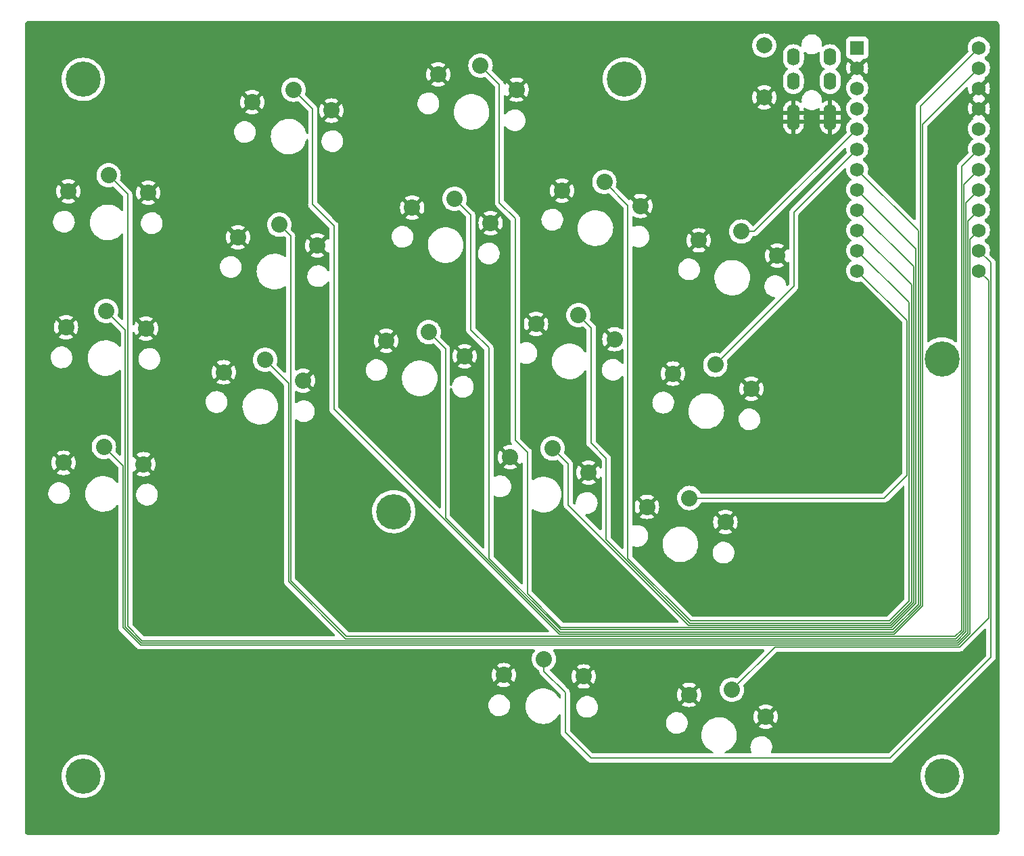
<source format=gbl>
%TF.GenerationSoftware,KiCad,Pcbnew,(6.0.2)*%
%TF.CreationDate,2022-04-07T21:26:13-05:00*%
%TF.ProjectId,toast-v1,746f6173-742d-4763-912e-6b696361645f,v1.0.0*%
%TF.SameCoordinates,Original*%
%TF.FileFunction,Copper,L2,Bot*%
%TF.FilePolarity,Positive*%
%FSLAX46Y46*%
G04 Gerber Fmt 4.6, Leading zero omitted, Abs format (unit mm)*
G04 Created by KiCad (PCBNEW (6.0.2)) date 2022-04-07 21:26:13*
%MOMM*%
%LPD*%
G01*
G04 APERTURE LIST*
%TA.AperFunction,ComponentPad*%
%ADD10C,2.032000*%
%TD*%
%TA.AperFunction,ComponentPad*%
%ADD11C,0.700000*%
%TD*%
%TA.AperFunction,ComponentPad*%
%ADD12C,4.400000*%
%TD*%
%TA.AperFunction,ComponentPad*%
%ADD13C,2.000000*%
%TD*%
%TA.AperFunction,ComponentPad*%
%ADD14O,1.600000X2.200000*%
%TD*%
%TA.AperFunction,ComponentPad*%
%ADD15R,1.752600X1.752600*%
%TD*%
%TA.AperFunction,ComponentPad*%
%ADD16C,1.752600*%
%TD*%
%TA.AperFunction,Conductor*%
%ADD17C,0.130000*%
%TD*%
G04 APERTURE END LIST*
D10*
X228531474Y-187894213D03*
X238144091Y-190650586D03*
X233916621Y-187253750D03*
X160249109Y-159020952D03*
X150250632Y-158846428D03*
X155286520Y-156834010D03*
X190636325Y-143587057D03*
X200452597Y-145495147D03*
X195945160Y-142479685D03*
X150844014Y-124851607D03*
X160842491Y-125026131D03*
X155879902Y-122839189D03*
D11*
X152700259Y-199736733D03*
X153866985Y-199253459D03*
X153866985Y-196920007D03*
X151533533Y-196920007D03*
X151050259Y-198086733D03*
X151533533Y-199253459D03*
D12*
X152700259Y-198086733D03*
D11*
X152700259Y-196436733D03*
X154350259Y-198086733D03*
D10*
X226515529Y-147674903D03*
X236331801Y-149582993D03*
X231824364Y-146567531D03*
X173837463Y-113690616D03*
X183782682Y-114735901D03*
X179029582Y-112124763D03*
D11*
X219516384Y-109436802D03*
X220124217Y-112424399D03*
X221806964Y-109882046D03*
X221361720Y-112172626D03*
X219071140Y-111727382D03*
X222058737Y-111119549D03*
X220753887Y-109185029D03*
D12*
X220439052Y-110804714D03*
D11*
X218819367Y-110489879D03*
D10*
X197123831Y-110211732D03*
X206940103Y-112119822D03*
X202432666Y-109104360D03*
X160545800Y-142023542D03*
X150547323Y-141849018D03*
X155583211Y-139836600D03*
D11*
X153866985Y-112003459D03*
D12*
X152700259Y-110836733D03*
D11*
X152700259Y-112486733D03*
X153866985Y-109670007D03*
X151050259Y-110836733D03*
X151533533Y-109670007D03*
X151533533Y-112003459D03*
X154350259Y-110836733D03*
X152700259Y-109186733D03*
D10*
X205340358Y-185420623D03*
X215338835Y-185595147D03*
X210376246Y-183408205D03*
D11*
X261366985Y-196920007D03*
X258550259Y-198086733D03*
X260200259Y-196436733D03*
X261366985Y-199253459D03*
X259033533Y-199253459D03*
X259033533Y-196920007D03*
X260200259Y-199736733D03*
D12*
X260200259Y-198086733D03*
D11*
X261850259Y-198086733D03*
D10*
X222446891Y-126679492D03*
X212630619Y-124771402D03*
X217939454Y-123664030D03*
X229759282Y-130987241D03*
X239575554Y-132895331D03*
X235068117Y-129879869D03*
D13*
X237950259Y-113086733D03*
X237950259Y-106586733D03*
D10*
X193880078Y-126899394D03*
X203696350Y-128807484D03*
X199188913Y-125792022D03*
D11*
X192498302Y-166326859D03*
X191890469Y-163339262D03*
X189955949Y-164644112D03*
X190652966Y-163591035D03*
X191260799Y-166578632D03*
D12*
X191575634Y-164958947D03*
D11*
X192943546Y-164036279D03*
X190207722Y-165881615D03*
X193195319Y-165273782D03*
D10*
X170283495Y-147504360D03*
X180228714Y-148549645D03*
X175475614Y-145938507D03*
D14*
X246200259Y-116136733D03*
X241600259Y-116136733D03*
X241600259Y-115036733D03*
X246200259Y-115036733D03*
X246200259Y-111036733D03*
X241600259Y-111036733D03*
X241600259Y-108036733D03*
X246200259Y-108036733D03*
D10*
X233088049Y-166270656D03*
X223271777Y-164362566D03*
X228580612Y-163255194D03*
X215959385Y-160054816D03*
X206143113Y-158146726D03*
X211451948Y-157039354D03*
D12*
X260200259Y-145836733D03*
D11*
X261850259Y-145836733D03*
X261366985Y-147003459D03*
X259033533Y-144670007D03*
X259033533Y-147003459D03*
X260200259Y-147486733D03*
X258550259Y-145836733D03*
X261366985Y-144670007D03*
X260200259Y-144186733D03*
D15*
X249580259Y-106866733D03*
D16*
X249580259Y-109406733D03*
X249580259Y-111946733D03*
X249580259Y-114486733D03*
X249580259Y-117026733D03*
X249580259Y-119566733D03*
X249580259Y-122106733D03*
X249580259Y-124646733D03*
X249580259Y-127186733D03*
X249580259Y-129726733D03*
X249580259Y-132266733D03*
X249580259Y-134806733D03*
X264820259Y-106866733D03*
X264820259Y-109406733D03*
X264820259Y-111946733D03*
X264820259Y-114486733D03*
X264820259Y-117026733D03*
X264820259Y-119566733D03*
X264820259Y-122106733D03*
X264820259Y-124646733D03*
X264820259Y-127186733D03*
X264820259Y-129726733D03*
X264820259Y-132266733D03*
X264820259Y-134806733D03*
D10*
X182005698Y-131642773D03*
X172060479Y-130597488D03*
X177252598Y-129031635D03*
X209386866Y-141459064D03*
X219203138Y-143367154D03*
X214695701Y-140351692D03*
D17*
X159857030Y-181632552D02*
X262292971Y-181632552D01*
X262292971Y-181632552D02*
X263701043Y-180224480D01*
X155286520Y-156834010D02*
X157668489Y-159215979D01*
X157668489Y-159215979D02*
X157668489Y-179444011D01*
X157668489Y-179444011D02*
X159857030Y-181632552D01*
X263701043Y-130845949D02*
X264820259Y-129726733D01*
X263701043Y-180224480D02*
X263701043Y-130845949D01*
X157968489Y-179381250D02*
X159963281Y-181376042D01*
X262186720Y-181376042D02*
X263444532Y-180118230D01*
X155583211Y-139836600D02*
X157968489Y-142221878D01*
X263444532Y-180118230D02*
X263444532Y-128562460D01*
X157968489Y-142221878D02*
X157968489Y-179381250D01*
X263444532Y-128562460D02*
X264820259Y-127186733D01*
X159963281Y-181376042D02*
X262186720Y-181376042D01*
X263188022Y-126278970D02*
X264820259Y-124646733D01*
X263188022Y-179987501D02*
X263188022Y-126278970D01*
X155879902Y-122839189D02*
X158275000Y-125234287D01*
X158275000Y-125234287D02*
X158275000Y-179325000D01*
X160069532Y-181119532D02*
X262055991Y-181119532D01*
X262055991Y-181119532D02*
X263188022Y-179987501D01*
X158275000Y-179325000D02*
X160069532Y-181119532D01*
X185537500Y-180863022D02*
X261949739Y-180863022D01*
X261949739Y-180863022D02*
X262925000Y-179887761D01*
X262925000Y-124001992D02*
X264820259Y-122106733D01*
X178408390Y-148871283D02*
X178408390Y-173733912D01*
X175475614Y-145938507D02*
X178408390Y-148871283D01*
X262925000Y-179887761D02*
X262925000Y-124001992D01*
X178408390Y-173733912D02*
X185537500Y-180863022D01*
X178664901Y-130443938D02*
X178664901Y-173627662D01*
X262650000Y-121736992D02*
X264820259Y-119566733D01*
X185643750Y-180606511D02*
X261843489Y-180606511D01*
X261843489Y-180606511D02*
X262650000Y-179800000D01*
X262650000Y-179800000D02*
X262650000Y-121736992D01*
X177252598Y-129031635D02*
X178664901Y-130443938D01*
X178664901Y-173627662D02*
X185643750Y-180606511D01*
X181425000Y-114520181D02*
X181425000Y-126500000D01*
X257750000Y-176763286D02*
X257750000Y-116476992D01*
X184075000Y-152113283D02*
X212286717Y-180325000D01*
X184075000Y-129150000D02*
X184075000Y-152113283D01*
X257750000Y-116476992D02*
X264820259Y-109406733D01*
X179029582Y-112124763D02*
X181425000Y-114520181D01*
X254188286Y-180325000D02*
X257750000Y-176763286D01*
X181425000Y-126500000D02*
X184075000Y-129150000D01*
X212286717Y-180325000D02*
X254188286Y-180325000D01*
X195945160Y-142479685D02*
X198050000Y-144584525D01*
X198050000Y-165725522D02*
X212374478Y-180050000D01*
X254100524Y-180050000D02*
X257475000Y-176675524D01*
X257475000Y-114211992D02*
X264820259Y-106866733D01*
X257475000Y-176675524D02*
X257475000Y-114211992D01*
X212374478Y-180050000D02*
X254100524Y-180050000D01*
X198050000Y-144584525D02*
X198050000Y-165725522D01*
X201200000Y-142175000D02*
X203475000Y-144450000D01*
X203475000Y-170787760D02*
X212437239Y-179750000D01*
X203475000Y-144450000D02*
X203475000Y-170787760D01*
X212437239Y-179750000D02*
X254037762Y-179750000D01*
X254037762Y-179750000D02*
X257218489Y-176569273D01*
X257218489Y-129744963D02*
X249580259Y-122106733D01*
X201200000Y-127803109D02*
X201200000Y-142175000D01*
X199188913Y-125792022D02*
X201200000Y-127803109D01*
X257218489Y-176569273D02*
X257218489Y-129744963D01*
X256950000Y-176388285D02*
X253900263Y-179438022D01*
X212488022Y-179438022D02*
X208297154Y-175247154D01*
X206800000Y-156025000D02*
X206800000Y-128275000D01*
X208297154Y-175247154D02*
X208297154Y-157522154D01*
X204800000Y-126275000D02*
X204800000Y-111471694D01*
X204800000Y-111471694D02*
X202432666Y-109104360D01*
X208297154Y-157522154D02*
X206800000Y-156025000D01*
X253900263Y-179438022D02*
X212488022Y-179438022D01*
X206800000Y-128275000D02*
X204800000Y-126275000D01*
X249580259Y-124646733D02*
X256950000Y-132016474D01*
X256950000Y-132016474D02*
X256950000Y-176388285D01*
X213425000Y-159012406D02*
X213425000Y-164100522D01*
X213425000Y-164100522D02*
X228505989Y-179181511D01*
X256681250Y-134287724D02*
X249580259Y-127186733D01*
X256681250Y-176294274D02*
X256681250Y-134287724D01*
X211451948Y-157039354D02*
X213425000Y-159012406D01*
X253794013Y-179181511D02*
X256681250Y-176294274D01*
X228505989Y-179181511D02*
X253794013Y-179181511D01*
X216275000Y-141930991D02*
X216275000Y-156375000D01*
X253687762Y-178925000D02*
X256375000Y-176237762D01*
X256375000Y-136521474D02*
X249580259Y-129726733D01*
X216275000Y-156375000D02*
X218175000Y-158275000D01*
X218175000Y-168487761D02*
X228612239Y-178925000D01*
X228612239Y-178925000D02*
X253687762Y-178925000D01*
X218175000Y-158275000D02*
X218175000Y-168487761D01*
X214695701Y-140351692D02*
X216275000Y-141930991D01*
X256375000Y-176237762D02*
X256375000Y-136521474D01*
X220890468Y-126615044D02*
X220890468Y-170840468D01*
X217939454Y-123664030D02*
X220890468Y-126615044D01*
X228700000Y-178650000D02*
X253600000Y-178650000D01*
X253600000Y-178650000D02*
X256075000Y-176175000D01*
X256075000Y-176175000D02*
X256075000Y-138761474D01*
X220890468Y-170840468D02*
X228700000Y-178650000D01*
X256075000Y-138761474D02*
X249580259Y-132266733D01*
X255800000Y-160425000D02*
X255800000Y-141026474D01*
X228580612Y-163255194D02*
X252969806Y-163255194D01*
X255800000Y-141026474D02*
X249580259Y-134806733D01*
X252969806Y-163255194D02*
X255800000Y-160425000D01*
X241650000Y-127496992D02*
X249580259Y-119566733D01*
X241650000Y-136750000D02*
X241650000Y-127496992D01*
X231832469Y-146567531D02*
X241650000Y-136750000D01*
X236727123Y-129879869D02*
X249580259Y-117026733D01*
X235068117Y-129879869D02*
X236727123Y-129879869D01*
X210376246Y-184951246D02*
X210376246Y-183408205D01*
X213050000Y-192600000D02*
X213050000Y-187625000D01*
X266325000Y-133771474D02*
X266325000Y-183200000D01*
X266325000Y-183200000D02*
X253700000Y-195825000D01*
X216275000Y-195825000D02*
X213050000Y-192600000D01*
X253700000Y-195825000D02*
X216275000Y-195825000D01*
X213050000Y-187625000D02*
X210376246Y-184951246D01*
X264820259Y-132266733D02*
X266325000Y-133771474D01*
X266050000Y-178300000D02*
X266050000Y-136036474D01*
X266050000Y-136036474D02*
X264820259Y-134806733D01*
X262450000Y-181900000D02*
X266050000Y-178300000D01*
X233916621Y-187253750D02*
X239270371Y-181900000D01*
X239270371Y-181900000D02*
X262450000Y-181900000D01*
%TA.AperFunction,Conductor*%
G36*
X266862416Y-103481041D02*
G01*
X266877217Y-103483346D01*
X266877221Y-103483346D01*
X266886090Y-103484727D01*
X266894992Y-103483563D01*
X266894996Y-103483563D01*
X266895092Y-103483550D01*
X266925529Y-103483279D01*
X266987734Y-103490287D01*
X267015241Y-103496565D01*
X267092430Y-103523575D01*
X267117850Y-103535817D01*
X267187097Y-103579328D01*
X267209156Y-103596920D01*
X267266980Y-103654744D01*
X267284572Y-103676803D01*
X267328083Y-103746050D01*
X267340325Y-103771471D01*
X267367334Y-103848658D01*
X267373613Y-103876165D01*
X267379881Y-103931792D01*
X267380664Y-103947438D01*
X267380555Y-103956396D01*
X267379173Y-103965270D01*
X267380813Y-103977810D01*
X267383295Y-103996791D01*
X267384359Y-104013129D01*
X267384359Y-204922214D01*
X267382859Y-204941598D01*
X267380554Y-204956399D01*
X267380554Y-204956403D01*
X267379173Y-204965272D01*
X267380337Y-204974174D01*
X267380337Y-204974178D01*
X267380350Y-204974274D01*
X267380621Y-205004711D01*
X267373613Y-205066916D01*
X267367334Y-205094426D01*
X267340325Y-205171612D01*
X267328083Y-205197032D01*
X267284572Y-205266279D01*
X267266980Y-205288338D01*
X267209156Y-205346162D01*
X267187097Y-205363754D01*
X267117850Y-205407265D01*
X267092429Y-205419507D01*
X267015242Y-205446516D01*
X266987735Y-205452795D01*
X266963787Y-205455493D01*
X266932103Y-205459063D01*
X266916462Y-205459846D01*
X266907504Y-205459737D01*
X266898630Y-205458355D01*
X266867109Y-205462477D01*
X266850771Y-205463541D01*
X145941686Y-205463541D01*
X145922302Y-205462041D01*
X145907501Y-205459736D01*
X145907497Y-205459736D01*
X145898628Y-205458355D01*
X145889726Y-205459519D01*
X145889722Y-205459519D01*
X145889626Y-205459532D01*
X145859189Y-205459803D01*
X145796984Y-205452795D01*
X145769477Y-205446517D01*
X145692287Y-205419507D01*
X145666868Y-205407265D01*
X145597621Y-205363754D01*
X145575562Y-205346162D01*
X145517738Y-205288338D01*
X145500146Y-205266279D01*
X145456635Y-205197032D01*
X145444393Y-205171611D01*
X145417384Y-205094424D01*
X145411105Y-205066917D01*
X145404837Y-205011290D01*
X145404054Y-204995644D01*
X145404163Y-204986686D01*
X145405545Y-204977812D01*
X145401423Y-204946290D01*
X145400359Y-204929953D01*
X145400359Y-198058318D01*
X149986957Y-198058318D01*
X150003195Y-198384492D01*
X150003836Y-198388223D01*
X150003837Y-198388231D01*
X150018368Y-198472793D01*
X150058500Y-198706352D01*
X150152073Y-199019237D01*
X150282556Y-199318614D01*
X150284479Y-199321885D01*
X150284481Y-199321889D01*
X150326843Y-199393948D01*
X150448061Y-199600147D01*
X150450362Y-199603162D01*
X150643890Y-199856745D01*
X150643895Y-199856750D01*
X150646190Y-199859758D01*
X150874073Y-200093686D01*
X150946894Y-200152340D01*
X151125455Y-200296164D01*
X151125460Y-200296168D01*
X151128408Y-200298542D01*
X151405512Y-200471360D01*
X151701371Y-200609636D01*
X152011699Y-200711367D01*
X152332001Y-200775079D01*
X152335773Y-200775366D01*
X152335781Y-200775367D01*
X152653861Y-200799562D01*
X152653866Y-200799562D01*
X152657638Y-200799849D01*
X152983892Y-200785319D01*
X153043684Y-200775367D01*
X153302296Y-200732323D01*
X153302301Y-200732322D01*
X153306037Y-200731700D01*
X153619408Y-200639767D01*
X153622875Y-200638277D01*
X153622879Y-200638276D01*
X153915980Y-200512349D01*
X153915982Y-200512348D01*
X153919464Y-200510852D01*
X154201860Y-200346824D01*
X154462504Y-200150057D01*
X154697622Y-199923403D01*
X154903808Y-199670143D01*
X155078074Y-199393948D01*
X155217897Y-199098817D01*
X155244447Y-199019237D01*
X155320049Y-198792630D01*
X155320051Y-198792624D01*
X155321251Y-198789026D01*
X155386640Y-198469062D01*
X155393215Y-198388231D01*
X155412933Y-198145794D01*
X155413115Y-198143559D01*
X155413710Y-198086733D01*
X155411997Y-198058318D01*
X257486957Y-198058318D01*
X257503195Y-198384492D01*
X257503836Y-198388223D01*
X257503837Y-198388231D01*
X257518368Y-198472793D01*
X257558500Y-198706352D01*
X257652073Y-199019237D01*
X257782556Y-199318614D01*
X257784479Y-199321885D01*
X257784481Y-199321889D01*
X257826843Y-199393948D01*
X257948061Y-199600147D01*
X257950362Y-199603162D01*
X258143890Y-199856745D01*
X258143895Y-199856750D01*
X258146190Y-199859758D01*
X258374073Y-200093686D01*
X258446894Y-200152340D01*
X258625455Y-200296164D01*
X258625460Y-200296168D01*
X258628408Y-200298542D01*
X258905512Y-200471360D01*
X259201371Y-200609636D01*
X259511699Y-200711367D01*
X259832001Y-200775079D01*
X259835773Y-200775366D01*
X259835781Y-200775367D01*
X260153861Y-200799562D01*
X260153866Y-200799562D01*
X260157638Y-200799849D01*
X260483892Y-200785319D01*
X260543684Y-200775367D01*
X260802296Y-200732323D01*
X260802301Y-200732322D01*
X260806037Y-200731700D01*
X261119408Y-200639767D01*
X261122875Y-200638277D01*
X261122879Y-200638276D01*
X261415980Y-200512349D01*
X261415982Y-200512348D01*
X261419464Y-200510852D01*
X261701860Y-200346824D01*
X261962504Y-200150057D01*
X262197622Y-199923403D01*
X262403808Y-199670143D01*
X262578074Y-199393948D01*
X262717897Y-199098817D01*
X262744447Y-199019237D01*
X262820049Y-198792630D01*
X262820051Y-198792624D01*
X262821251Y-198789026D01*
X262886640Y-198469062D01*
X262893215Y-198388231D01*
X262912933Y-198145794D01*
X262913115Y-198143559D01*
X262913710Y-198086733D01*
X262911769Y-198054529D01*
X262894285Y-197764526D01*
X262894285Y-197764522D01*
X262894057Y-197760748D01*
X262888909Y-197732557D01*
X262836064Y-197443206D01*
X262836063Y-197443202D01*
X262835384Y-197439484D01*
X262827981Y-197415640D01*
X262739663Y-197131210D01*
X262738541Y-197127596D01*
X262604929Y-196829602D01*
X262436485Y-196549817D01*
X262434158Y-196546833D01*
X262434153Y-196546826D01*
X262237985Y-196295291D01*
X262237983Y-196295289D01*
X262235649Y-196292296D01*
X262005329Y-196060767D01*
X261748862Y-195858585D01*
X261469964Y-195688678D01*
X261466520Y-195687112D01*
X261466516Y-195687110D01*
X261355926Y-195636828D01*
X261172673Y-195553508D01*
X260861296Y-195455033D01*
X260643751Y-195414123D01*
X260544068Y-195395378D01*
X260544066Y-195395378D01*
X260540345Y-195394678D01*
X260214467Y-195373319D01*
X260210687Y-195373527D01*
X260210686Y-195373527D01*
X260113156Y-195378895D01*
X259888383Y-195391265D01*
X259884656Y-195391926D01*
X259884652Y-195391926D01*
X259727600Y-195419760D01*
X259566816Y-195448255D01*
X259563200Y-195449357D01*
X259563192Y-195449359D01*
X259258048Y-195542360D01*
X259254426Y-195543464D01*
X258955736Y-195675514D01*
X258930300Y-195690647D01*
X258678333Y-195840550D01*
X258678327Y-195840554D01*
X258675073Y-195842490D01*
X258416503Y-196041976D01*
X258413793Y-196044644D01*
X258221414Y-196234025D01*
X258183772Y-196271080D01*
X258181408Y-196274047D01*
X258181405Y-196274050D01*
X258079151Y-196402371D01*
X257980250Y-196526484D01*
X257808885Y-196804490D01*
X257672161Y-197101069D01*
X257671000Y-197104673D01*
X257671000Y-197104674D01*
X257662455Y-197131210D01*
X257572056Y-197411925D01*
X257571338Y-197415636D01*
X257571337Y-197415640D01*
X257510741Y-197728838D01*
X257510740Y-197728847D01*
X257510022Y-197732557D01*
X257486957Y-198058318D01*
X155411997Y-198058318D01*
X155411769Y-198054529D01*
X155394285Y-197764526D01*
X155394285Y-197764522D01*
X155394057Y-197760748D01*
X155388909Y-197732557D01*
X155336064Y-197443206D01*
X155336063Y-197443202D01*
X155335384Y-197439484D01*
X155327981Y-197415640D01*
X155239663Y-197131210D01*
X155238541Y-197127596D01*
X155104929Y-196829602D01*
X154936485Y-196549817D01*
X154934158Y-196546833D01*
X154934153Y-196546826D01*
X154737985Y-196295291D01*
X154737983Y-196295289D01*
X154735649Y-196292296D01*
X154505329Y-196060767D01*
X154248862Y-195858585D01*
X153969964Y-195688678D01*
X153966520Y-195687112D01*
X153966516Y-195687110D01*
X153855926Y-195636828D01*
X153672673Y-195553508D01*
X153361296Y-195455033D01*
X153143751Y-195414123D01*
X153044068Y-195395378D01*
X153044066Y-195395378D01*
X153040345Y-195394678D01*
X152714467Y-195373319D01*
X152710687Y-195373527D01*
X152710686Y-195373527D01*
X152613156Y-195378895D01*
X152388383Y-195391265D01*
X152384656Y-195391926D01*
X152384652Y-195391926D01*
X152227600Y-195419760D01*
X152066816Y-195448255D01*
X152063200Y-195449357D01*
X152063192Y-195449359D01*
X151758048Y-195542360D01*
X151754426Y-195543464D01*
X151455736Y-195675514D01*
X151430300Y-195690647D01*
X151178333Y-195840550D01*
X151178327Y-195840554D01*
X151175073Y-195842490D01*
X150916503Y-196041976D01*
X150913793Y-196044644D01*
X150721414Y-196234025D01*
X150683772Y-196271080D01*
X150681408Y-196274047D01*
X150681405Y-196274050D01*
X150579151Y-196402371D01*
X150480250Y-196526484D01*
X150308885Y-196804490D01*
X150172161Y-197101069D01*
X150171000Y-197104673D01*
X150171000Y-197104674D01*
X150162455Y-197131210D01*
X150072056Y-197411925D01*
X150071338Y-197415636D01*
X150071337Y-197415640D01*
X150010741Y-197728838D01*
X150010740Y-197728847D01*
X150010022Y-197732557D01*
X149986957Y-198058318D01*
X145400359Y-198058318D01*
X145400359Y-189147050D01*
X203411315Y-189147050D01*
X203411515Y-189152380D01*
X203411515Y-189152381D01*
X203418926Y-189349795D01*
X203419969Y-189377586D01*
X203467343Y-189603368D01*
X203469301Y-189608327D01*
X203469302Y-189608329D01*
X203483387Y-189643994D01*
X203552082Y-189817940D01*
X203671762Y-190015167D01*
X203675259Y-190019197D01*
X203817400Y-190183000D01*
X203822962Y-190189410D01*
X203827093Y-190192797D01*
X203997230Y-190332302D01*
X203997236Y-190332306D01*
X204001358Y-190335686D01*
X204201850Y-190449812D01*
X204206866Y-190451633D01*
X204206871Y-190451635D01*
X204413690Y-190526707D01*
X204413694Y-190526708D01*
X204418705Y-190528527D01*
X204423954Y-190529476D01*
X204423957Y-190529477D01*
X204641638Y-190568840D01*
X204641645Y-190568841D01*
X204645722Y-190569578D01*
X204663459Y-190570414D01*
X204668407Y-190570648D01*
X204668414Y-190570648D01*
X204669895Y-190570718D01*
X204832040Y-190570718D01*
X204898996Y-190565037D01*
X204998677Y-190556579D01*
X204998681Y-190556578D01*
X205003988Y-190556128D01*
X205009143Y-190554790D01*
X205009149Y-190554789D01*
X205222118Y-190499513D01*
X205222122Y-190499512D01*
X205227287Y-190498171D01*
X205232153Y-190495979D01*
X205232156Y-190495978D01*
X205432764Y-190405611D01*
X205437630Y-190403419D01*
X205442050Y-190400443D01*
X205442054Y-190400441D01*
X205584936Y-190304246D01*
X205629000Y-190274580D01*
X205795927Y-190115340D01*
X205873853Y-190010604D01*
X205930452Y-189934532D01*
X205930454Y-189934529D01*
X205933636Y-189930252D01*
X205988420Y-189822501D01*
X206035773Y-189729364D01*
X206035773Y-189729363D01*
X206038192Y-189724606D01*
X206087990Y-189564231D01*
X206105020Y-189509388D01*
X206105021Y-189509382D01*
X206106604Y-189504285D01*
X206127080Y-189349795D01*
X206136215Y-189280871D01*
X206136215Y-189280866D01*
X206136915Y-189275586D01*
X206128261Y-189045050D01*
X206080887Y-188819268D01*
X206071964Y-188796672D01*
X206033008Y-188698030D01*
X205996148Y-188604696D01*
X205876468Y-188407469D01*
X205815369Y-188337058D01*
X205728768Y-188237259D01*
X205728766Y-188237257D01*
X205725268Y-188233226D01*
X205641817Y-188164800D01*
X205551000Y-188090334D01*
X205550994Y-188090330D01*
X205546872Y-188086950D01*
X205346380Y-187972824D01*
X205341364Y-187971003D01*
X205341359Y-187971001D01*
X205134540Y-187895929D01*
X205134536Y-187895928D01*
X205129525Y-187894109D01*
X205124276Y-187893160D01*
X205124273Y-187893159D01*
X204906592Y-187853796D01*
X204906585Y-187853795D01*
X204902508Y-187853058D01*
X204884771Y-187852222D01*
X204879823Y-187851988D01*
X204879816Y-187851988D01*
X204878335Y-187851918D01*
X204716190Y-187851918D01*
X204649234Y-187857599D01*
X204549553Y-187866057D01*
X204549549Y-187866058D01*
X204544242Y-187866508D01*
X204539087Y-187867846D01*
X204539081Y-187867847D01*
X204326112Y-187923123D01*
X204326108Y-187923124D01*
X204320943Y-187924465D01*
X204316077Y-187926657D01*
X204316074Y-187926658D01*
X204217636Y-187971001D01*
X204110600Y-188019217D01*
X204106180Y-188022193D01*
X204106176Y-188022195D01*
X204052945Y-188058033D01*
X203919230Y-188148056D01*
X203752303Y-188307296D01*
X203734439Y-188331306D01*
X203664579Y-188425202D01*
X203614594Y-188492384D01*
X203612179Y-188497134D01*
X203557492Y-188604696D01*
X203510038Y-188698030D01*
X203486545Y-188773689D01*
X203443210Y-188913248D01*
X203443209Y-188913254D01*
X203441626Y-188918351D01*
X203440925Y-188923643D01*
X203412209Y-189140306D01*
X203411315Y-189147050D01*
X145400359Y-189147050D01*
X145400359Y-186664929D01*
X204460882Y-186664929D01*
X204466609Y-186672579D01*
X204642117Y-186780130D01*
X204650911Y-186784611D01*
X204863387Y-186872621D01*
X204872772Y-186875670D01*
X205096402Y-186929360D01*
X205106149Y-186930903D01*
X205335428Y-186948948D01*
X205345288Y-186948948D01*
X205574567Y-186930903D01*
X205584314Y-186929360D01*
X205807944Y-186875670D01*
X205817329Y-186872621D01*
X206029805Y-186784611D01*
X206038599Y-186780130D01*
X206210441Y-186674826D01*
X206219901Y-186664370D01*
X206216117Y-186655592D01*
X205353170Y-185792645D01*
X205339226Y-185785031D01*
X205337393Y-185785162D01*
X205330778Y-185789413D01*
X204467642Y-186652549D01*
X204460882Y-186664929D01*
X145400359Y-186664929D01*
X145400359Y-185425553D01*
X203812033Y-185425553D01*
X203830078Y-185654832D01*
X203831621Y-185664579D01*
X203885311Y-185888209D01*
X203888360Y-185897594D01*
X203976370Y-186110070D01*
X203980851Y-186118864D01*
X204086155Y-186290706D01*
X204096611Y-186300166D01*
X204105389Y-186296382D01*
X204968336Y-185433435D01*
X204974714Y-185421755D01*
X205704766Y-185421755D01*
X205704897Y-185423588D01*
X205709148Y-185430203D01*
X206572284Y-186293339D01*
X206584664Y-186300099D01*
X206592314Y-186294372D01*
X206699865Y-186118864D01*
X206704346Y-186110070D01*
X206792356Y-185897594D01*
X206795405Y-185888209D01*
X206849095Y-185664579D01*
X206850638Y-185654832D01*
X206868683Y-185425553D01*
X206868683Y-185415693D01*
X206850638Y-185186414D01*
X206849095Y-185176667D01*
X206795405Y-184953037D01*
X206792356Y-184943652D01*
X206704346Y-184731176D01*
X206699865Y-184722382D01*
X206594561Y-184550540D01*
X206584105Y-184541080D01*
X206575327Y-184544864D01*
X205712380Y-185407811D01*
X205704766Y-185421755D01*
X204974714Y-185421755D01*
X204975950Y-185419491D01*
X204975819Y-185417658D01*
X204971568Y-185411043D01*
X204108432Y-184547907D01*
X204096052Y-184541147D01*
X204088402Y-184546874D01*
X203980851Y-184722382D01*
X203976370Y-184731176D01*
X203888360Y-184943652D01*
X203885311Y-184953037D01*
X203831621Y-185176667D01*
X203830078Y-185186414D01*
X203812033Y-185415693D01*
X203812033Y-185425553D01*
X145400359Y-185425553D01*
X145400359Y-184176876D01*
X204460815Y-184176876D01*
X204464599Y-184185654D01*
X205327546Y-185048601D01*
X205341490Y-185056215D01*
X205343323Y-185056084D01*
X205349938Y-185051833D01*
X206213074Y-184188697D01*
X206219834Y-184176317D01*
X206214107Y-184168667D01*
X206038599Y-184061116D01*
X206029805Y-184056635D01*
X205817329Y-183968625D01*
X205807944Y-183965576D01*
X205584314Y-183911886D01*
X205574567Y-183910343D01*
X205345288Y-183892298D01*
X205335428Y-183892298D01*
X205106149Y-183910343D01*
X205096402Y-183911886D01*
X204872772Y-183965576D01*
X204863387Y-183968625D01*
X204650911Y-184056635D01*
X204642117Y-184061116D01*
X204470275Y-184166420D01*
X204460815Y-184176876D01*
X145400359Y-184176876D01*
X145400359Y-162572855D01*
X148321589Y-162572855D01*
X148330243Y-162803391D01*
X148377617Y-163029173D01*
X148379575Y-163034132D01*
X148379576Y-163034134D01*
X148404361Y-163096894D01*
X148462356Y-163243745D01*
X148582036Y-163440972D01*
X148585533Y-163445002D01*
X148709131Y-163587436D01*
X148733236Y-163615215D01*
X148737367Y-163618602D01*
X148907504Y-163758107D01*
X148907510Y-163758111D01*
X148911632Y-163761491D01*
X149112124Y-163875617D01*
X149117140Y-163877438D01*
X149117145Y-163877440D01*
X149323964Y-163952512D01*
X149323968Y-163952513D01*
X149328979Y-163954332D01*
X149334228Y-163955281D01*
X149334231Y-163955282D01*
X149551912Y-163994645D01*
X149551919Y-163994646D01*
X149555996Y-163995383D01*
X149573733Y-163996219D01*
X149578681Y-163996453D01*
X149578688Y-163996453D01*
X149580169Y-163996523D01*
X149742314Y-163996523D01*
X149812779Y-163990544D01*
X149908951Y-163982384D01*
X149908955Y-163982383D01*
X149914262Y-163981933D01*
X149919417Y-163980595D01*
X149919423Y-163980594D01*
X150132392Y-163925318D01*
X150132396Y-163925317D01*
X150137561Y-163923976D01*
X150142427Y-163921784D01*
X150142430Y-163921783D01*
X150343038Y-163831416D01*
X150347904Y-163829224D01*
X150352324Y-163826248D01*
X150352328Y-163826246D01*
X150490650Y-163733121D01*
X150539274Y-163700385D01*
X150706201Y-163541145D01*
X150784127Y-163436409D01*
X150840726Y-163360337D01*
X150840728Y-163360334D01*
X150843910Y-163356057D01*
X150892685Y-163260124D01*
X150946047Y-163155169D01*
X150946047Y-163155168D01*
X150948466Y-163150411D01*
X150991705Y-163011159D01*
X151015294Y-162935193D01*
X151015295Y-162935187D01*
X151016878Y-162930090D01*
X151036251Y-162783922D01*
X151036801Y-162779770D01*
X152956065Y-162779770D01*
X152956428Y-162783918D01*
X152956428Y-162783922D01*
X152969704Y-162935667D01*
X152981803Y-163073960D01*
X152982713Y-163078032D01*
X152982714Y-163078037D01*
X153044859Y-163356057D01*
X153046223Y-163362161D01*
X153047666Y-163366084D01*
X153047667Y-163366086D01*
X153067151Y-163419040D01*
X153148195Y-163639310D01*
X153150142Y-163643003D01*
X153150143Y-163643005D01*
X153166020Y-163673119D01*
X153285925Y-163900538D01*
X153303535Y-163925318D01*
X153454570Y-164137846D01*
X153454575Y-164137852D01*
X153456994Y-164141256D01*
X153459838Y-164144306D01*
X153459843Y-164144312D01*
X153586879Y-164280541D01*
X153658397Y-164357235D01*
X153886596Y-164544679D01*
X154137580Y-164700296D01*
X154141397Y-164702012D01*
X154141400Y-164702013D01*
X154206691Y-164731356D01*
X154406941Y-164821352D01*
X154689946Y-164905719D01*
X154694066Y-164906372D01*
X154694068Y-164906372D01*
X154978143Y-164951366D01*
X154978149Y-164951367D01*
X154981624Y-164951917D01*
X155006183Y-164953032D01*
X155072568Y-164956047D01*
X155072589Y-164956047D01*
X155073988Y-164956111D01*
X155258452Y-164956111D01*
X155478215Y-164941514D01*
X155482314Y-164940688D01*
X155482318Y-164940687D01*
X155655741Y-164905719D01*
X155767702Y-164883144D01*
X156046926Y-164786999D01*
X156216640Y-164702013D01*
X156307246Y-164656641D01*
X156307248Y-164656640D01*
X156310982Y-164654770D01*
X156555229Y-164488779D01*
X156775378Y-164291943D01*
X156873321Y-164177671D01*
X156932839Y-164138966D01*
X157003835Y-164138583D01*
X157063767Y-164176644D01*
X157093608Y-164241065D01*
X157094989Y-164259669D01*
X157094989Y-179398161D01*
X157093911Y-179414607D01*
X157090040Y-179444011D01*
X157094989Y-179481603D01*
X157109750Y-179593725D01*
X157167537Y-179733235D01*
X157213500Y-179793135D01*
X157254435Y-179846483D01*
X157254438Y-179846486D01*
X157259464Y-179853036D01*
X157266019Y-179858066D01*
X157282999Y-179871096D01*
X157295390Y-179881963D01*
X159419082Y-182005655D01*
X159429949Y-182018046D01*
X159448005Y-182041577D01*
X159478086Y-182064659D01*
X159567805Y-182133504D01*
X159652069Y-182168407D01*
X159699683Y-182188130D01*
X159699685Y-182188131D01*
X159707315Y-182191291D01*
X159724231Y-182193518D01*
X159724234Y-182193519D01*
X159724234Y-182193518D01*
X159819438Y-182206052D01*
X159819444Y-182206052D01*
X159857030Y-182211000D01*
X159886429Y-182207130D01*
X159902872Y-182206052D01*
X209124817Y-182206052D01*
X209192938Y-182226054D01*
X209239431Y-182279710D01*
X209249535Y-182349984D01*
X209220628Y-182413882D01*
X209214423Y-182421147D01*
X209166404Y-182477371D01*
X209139086Y-182509356D01*
X209013706Y-182713956D01*
X208921877Y-182935652D01*
X208902289Y-183017242D01*
X208867014Y-183164170D01*
X208867013Y-183164176D01*
X208865859Y-183168983D01*
X208847032Y-183408205D01*
X208865859Y-183647427D01*
X208867013Y-183652234D01*
X208867014Y-183652240D01*
X208902289Y-183799168D01*
X208921877Y-183880758D01*
X208923770Y-183885329D01*
X208923771Y-183885331D01*
X208958273Y-183968625D01*
X209013706Y-184102454D01*
X209139086Y-184307054D01*
X209142303Y-184310821D01*
X209142304Y-184310822D01*
X209169950Y-184343191D01*
X209294928Y-184489523D01*
X209298690Y-184492736D01*
X209359725Y-184544864D01*
X209477397Y-184645365D01*
X209681997Y-184770745D01*
X209686573Y-184772640D01*
X209686576Y-184772642D01*
X209724965Y-184788544D01*
X209780246Y-184833092D01*
X209802746Y-184904952D01*
X209802746Y-184905396D01*
X209801668Y-184921842D01*
X209797797Y-184951246D01*
X209802746Y-184988838D01*
X209817507Y-185100960D01*
X209875294Y-185240470D01*
X209921258Y-185300371D01*
X209962192Y-185353718D01*
X209962195Y-185353721D01*
X209967221Y-185360271D01*
X209973776Y-185365301D01*
X209990756Y-185378331D01*
X210003147Y-185389198D01*
X212439595Y-187825646D01*
X212473621Y-187887958D01*
X212476500Y-187914741D01*
X212476500Y-188210353D01*
X212456498Y-188278474D01*
X212402842Y-188324967D01*
X212332568Y-188335071D01*
X212267988Y-188305577D01*
X212239043Y-188269118D01*
X212218334Y-188229839D01*
X212170903Y-188139879D01*
X212085153Y-188019217D01*
X212002258Y-187902571D01*
X212002253Y-187902565D01*
X211999834Y-187899161D01*
X211996990Y-187896111D01*
X211996985Y-187896105D01*
X211801277Y-187686234D01*
X211798431Y-187683182D01*
X211570232Y-187495738D01*
X211319248Y-187340121D01*
X211049887Y-187219065D01*
X210766882Y-187134698D01*
X210762762Y-187134045D01*
X210762760Y-187134045D01*
X210478685Y-187089051D01*
X210478679Y-187089050D01*
X210475204Y-187088500D01*
X210450645Y-187087385D01*
X210384260Y-187084370D01*
X210384239Y-187084370D01*
X210382840Y-187084306D01*
X210198376Y-187084306D01*
X209978613Y-187098903D01*
X209974514Y-187099729D01*
X209974510Y-187099730D01*
X209831916Y-187128482D01*
X209689126Y-187157273D01*
X209409902Y-187253418D01*
X209406174Y-187255285D01*
X209230200Y-187343406D01*
X209145846Y-187385647D01*
X208901599Y-187551638D01*
X208681450Y-187748474D01*
X208678733Y-187751644D01*
X208678732Y-187751645D01*
X208514355Y-187943427D01*
X208489268Y-187972696D01*
X208486994Y-187976198D01*
X208486990Y-187976203D01*
X208330707Y-188216857D01*
X208328428Y-188220367D01*
X208326634Y-188224145D01*
X208326633Y-188224147D01*
X208278760Y-188324967D01*
X208201758Y-188487134D01*
X208200479Y-188491117D01*
X208200478Y-188491120D01*
X208132408Y-188703133D01*
X208111482Y-188768310D01*
X208110741Y-188772429D01*
X208066833Y-189016463D01*
X208059187Y-189058956D01*
X208058998Y-189063123D01*
X208058997Y-189063130D01*
X208045980Y-189349795D01*
X208045791Y-189353965D01*
X208046154Y-189358113D01*
X208046154Y-189358117D01*
X208064187Y-189564231D01*
X208071529Y-189648155D01*
X208072439Y-189652227D01*
X208072440Y-189652232D01*
X208134585Y-189930252D01*
X208135949Y-189936356D01*
X208237921Y-190213505D01*
X208375651Y-190474733D01*
X208410861Y-190524278D01*
X208544296Y-190712041D01*
X208544301Y-190712047D01*
X208546720Y-190715451D01*
X208549564Y-190718501D01*
X208549569Y-190718507D01*
X208704635Y-190884795D01*
X208748123Y-190931430D01*
X208751348Y-190934079D01*
X208966881Y-191111119D01*
X208976322Y-191118874D01*
X209227306Y-191274491D01*
X209231123Y-191276207D01*
X209231126Y-191276208D01*
X209286447Y-191301070D01*
X209496667Y-191395547D01*
X209669468Y-191447061D01*
X209740130Y-191468126D01*
X209779672Y-191479914D01*
X209783792Y-191480567D01*
X209783794Y-191480567D01*
X210067869Y-191525561D01*
X210067875Y-191525562D01*
X210071350Y-191526112D01*
X210095909Y-191527227D01*
X210162294Y-191530242D01*
X210162315Y-191530242D01*
X210163714Y-191530306D01*
X210348178Y-191530306D01*
X210567941Y-191515709D01*
X210572040Y-191514883D01*
X210572044Y-191514882D01*
X210751279Y-191478742D01*
X210857428Y-191457339D01*
X211136652Y-191361194D01*
X211306366Y-191276208D01*
X211396972Y-191230836D01*
X211396974Y-191230835D01*
X211400708Y-191228965D01*
X211644955Y-191062974D01*
X211713527Y-191001664D01*
X211795492Y-190928378D01*
X211865104Y-190866138D01*
X211919591Y-190802567D01*
X212054566Y-190645090D01*
X212054569Y-190645086D01*
X212057286Y-190641916D01*
X212059560Y-190638414D01*
X212059564Y-190638409D01*
X212215847Y-190397755D01*
X212215850Y-190397750D01*
X212218126Y-190394245D01*
X212236680Y-190355171D01*
X212283967Y-190302214D01*
X212352379Y-190283230D01*
X212420194Y-190304246D01*
X212465881Y-190358588D01*
X212476500Y-190409216D01*
X212476500Y-192554150D01*
X212475422Y-192570596D01*
X212471551Y-192600000D01*
X212476500Y-192637592D01*
X212491261Y-192749714D01*
X212549048Y-192889224D01*
X212595012Y-192949125D01*
X212635946Y-193002472D01*
X212635949Y-193002475D01*
X212640975Y-193009025D01*
X212647530Y-193014055D01*
X212664510Y-193027085D01*
X212676901Y-193037952D01*
X215837052Y-196198103D01*
X215847919Y-196210494D01*
X215865975Y-196234025D01*
X215896056Y-196257107D01*
X215985776Y-196325952D01*
X216125286Y-196383739D01*
X216275000Y-196403449D01*
X216304405Y-196399578D01*
X216320850Y-196398500D01*
X253654150Y-196398500D01*
X253670597Y-196399578D01*
X253700000Y-196403449D01*
X253708188Y-196402371D01*
X253841526Y-196384817D01*
X253849714Y-196383739D01*
X253989224Y-196325952D01*
X254078944Y-196257107D01*
X254109025Y-196234025D01*
X254114055Y-196227470D01*
X254127085Y-196210490D01*
X254137952Y-196198099D01*
X266698103Y-183637948D01*
X266710494Y-183627081D01*
X266727472Y-183614053D01*
X266734025Y-183609025D01*
X266763497Y-183570617D01*
X266825952Y-183489225D01*
X266829112Y-183481597D01*
X266880579Y-183357344D01*
X266880580Y-183357341D01*
X266883739Y-183349714D01*
X266903449Y-183200000D01*
X266899578Y-183170596D01*
X266898500Y-183154150D01*
X266898500Y-133817324D01*
X266899578Y-133800878D01*
X266902371Y-133779662D01*
X266903449Y-133771474D01*
X266885567Y-133635643D01*
X266884817Y-133629948D01*
X266883739Y-133621760D01*
X266825952Y-133482250D01*
X266805904Y-133456123D01*
X266784115Y-133427727D01*
X266739054Y-133369002D01*
X266739051Y-133368999D01*
X266734025Y-133362449D01*
X266725992Y-133356285D01*
X266710490Y-133344389D01*
X266698099Y-133333522D01*
X266172788Y-132808211D01*
X266138762Y-132745899D01*
X266141324Y-132682488D01*
X266176921Y-132565323D01*
X266176921Y-132565322D01*
X266178423Y-132560379D01*
X266182878Y-132526541D01*
X266207709Y-132337934D01*
X266207710Y-132337927D01*
X266208146Y-132334612D01*
X266209805Y-132266733D01*
X266201821Y-132169623D01*
X266191570Y-132044935D01*
X266191569Y-132044929D01*
X266191146Y-132039784D01*
X266154364Y-131893348D01*
X266136931Y-131823941D01*
X266136930Y-131823937D01*
X266135672Y-131818930D01*
X266133613Y-131814194D01*
X266046931Y-131614839D01*
X266046929Y-131614836D01*
X266044871Y-131610102D01*
X265964718Y-131486205D01*
X265923990Y-131423248D01*
X265923988Y-131423245D01*
X265921182Y-131418908D01*
X265767927Y-131250483D01*
X265589222Y-131109351D01*
X265582594Y-131105692D01*
X265581910Y-131105002D01*
X265580390Y-131103992D01*
X265580598Y-131103678D01*
X265532622Y-131055266D01*
X265517844Y-130985824D01*
X265542955Y-130919417D01*
X265570313Y-130892802D01*
X265712948Y-130791062D01*
X265712950Y-130791060D01*
X265717152Y-130788063D01*
X265878452Y-130627325D01*
X265897762Y-130600453D01*
X266008314Y-130446602D01*
X266011332Y-130442402D01*
X266024285Y-130416195D01*
X266109932Y-130242901D01*
X266109933Y-130242899D01*
X266112226Y-130238259D01*
X266168880Y-130051790D01*
X266176921Y-130025323D01*
X266176921Y-130025322D01*
X266178423Y-130020379D01*
X266181289Y-129998613D01*
X266207709Y-129797934D01*
X266207710Y-129797927D01*
X266208146Y-129794612D01*
X266208751Y-129769853D01*
X266209723Y-129730098D01*
X266209723Y-129730093D01*
X266209805Y-129726733D01*
X266200596Y-129614720D01*
X266191570Y-129504935D01*
X266191569Y-129504929D01*
X266191146Y-129499784D01*
X266157205Y-129364656D01*
X266136931Y-129283941D01*
X266136930Y-129283937D01*
X266135672Y-129278930D01*
X266132162Y-129270857D01*
X266046931Y-129074839D01*
X266046929Y-129074836D01*
X266044871Y-129070102D01*
X265943009Y-128912647D01*
X265923990Y-128883248D01*
X265923988Y-128883245D01*
X265921182Y-128878908D01*
X265767927Y-128710483D01*
X265589222Y-128569351D01*
X265582594Y-128565692D01*
X265581910Y-128565002D01*
X265580390Y-128563992D01*
X265580598Y-128563678D01*
X265532622Y-128515266D01*
X265517844Y-128445824D01*
X265542955Y-128379417D01*
X265570313Y-128352802D01*
X265712948Y-128251062D01*
X265712950Y-128251060D01*
X265717152Y-128248063D01*
X265878452Y-128087325D01*
X265904630Y-128050895D01*
X266008314Y-127906602D01*
X266011332Y-127902402D01*
X266029336Y-127865975D01*
X266109932Y-127702901D01*
X266109933Y-127702899D01*
X266112226Y-127698259D01*
X266168243Y-127513885D01*
X266176921Y-127485323D01*
X266176921Y-127485322D01*
X266178423Y-127480379D01*
X266188776Y-127401742D01*
X266207709Y-127257934D01*
X266207710Y-127257927D01*
X266208146Y-127254612D01*
X266208319Y-127247546D01*
X266209723Y-127190098D01*
X266209723Y-127190093D01*
X266209805Y-127186733D01*
X266198453Y-127048659D01*
X266191570Y-126964935D01*
X266191569Y-126964929D01*
X266191146Y-126959784D01*
X266163409Y-126849357D01*
X266136931Y-126743941D01*
X266136930Y-126743937D01*
X266135672Y-126738930D01*
X266133613Y-126734194D01*
X266046931Y-126534839D01*
X266046929Y-126534836D01*
X266044871Y-126530102D01*
X265951210Y-126385324D01*
X265923990Y-126343248D01*
X265923988Y-126343245D01*
X265921182Y-126338908D01*
X265767927Y-126170483D01*
X265589222Y-126029351D01*
X265582594Y-126025692D01*
X265581910Y-126025002D01*
X265580390Y-126023992D01*
X265580598Y-126023678D01*
X265532622Y-125975266D01*
X265517844Y-125905824D01*
X265542955Y-125839417D01*
X265570313Y-125812802D01*
X265712948Y-125711062D01*
X265712950Y-125711060D01*
X265717152Y-125708063D01*
X265878452Y-125547325D01*
X265959214Y-125434933D01*
X266008314Y-125366602D01*
X266011332Y-125362402D01*
X266032688Y-125319193D01*
X266109932Y-125162901D01*
X266109933Y-125162899D01*
X266112226Y-125158259D01*
X266178423Y-124940379D01*
X266183242Y-124903779D01*
X266207709Y-124717934D01*
X266207710Y-124717927D01*
X266208146Y-124714612D01*
X266209805Y-124646733D01*
X266196349Y-124483063D01*
X266191570Y-124424935D01*
X266191569Y-124424929D01*
X266191146Y-124419784D01*
X266151717Y-124262808D01*
X266136931Y-124203941D01*
X266136930Y-124203937D01*
X266135672Y-124198930D01*
X266127246Y-124179551D01*
X266046931Y-123994839D01*
X266046929Y-123994836D01*
X266044871Y-123990102D01*
X265921182Y-123798908D01*
X265767927Y-123630483D01*
X265589222Y-123489351D01*
X265582594Y-123485692D01*
X265581910Y-123485002D01*
X265580390Y-123483992D01*
X265580598Y-123483678D01*
X265532622Y-123435266D01*
X265517844Y-123365824D01*
X265542955Y-123299417D01*
X265570313Y-123272802D01*
X265712948Y-123171062D01*
X265712950Y-123171060D01*
X265717152Y-123168063D01*
X265878452Y-123007325D01*
X265908465Y-122965558D01*
X266008314Y-122826602D01*
X266011332Y-122822402D01*
X266037525Y-122769406D01*
X266109932Y-122622901D01*
X266109933Y-122622899D01*
X266112226Y-122618259D01*
X266178423Y-122400379D01*
X266182232Y-122371448D01*
X266207709Y-122177934D01*
X266207710Y-122177927D01*
X266208146Y-122174612D01*
X266208630Y-122154798D01*
X266209723Y-122110098D01*
X266209723Y-122110093D01*
X266209805Y-122106733D01*
X266195815Y-121936572D01*
X266191570Y-121884935D01*
X266191569Y-121884929D01*
X266191146Y-121879784D01*
X266159717Y-121754658D01*
X266136931Y-121663941D01*
X266136930Y-121663937D01*
X266135672Y-121658930D01*
X266101200Y-121579649D01*
X266046931Y-121454839D01*
X266046929Y-121454836D01*
X266044871Y-121450102D01*
X265921182Y-121258908D01*
X265767927Y-121090483D01*
X265589222Y-120949351D01*
X265582594Y-120945692D01*
X265581910Y-120945002D01*
X265580390Y-120943992D01*
X265580598Y-120943678D01*
X265532622Y-120895266D01*
X265517844Y-120825824D01*
X265542955Y-120759417D01*
X265570313Y-120732802D01*
X265712948Y-120631062D01*
X265712950Y-120631060D01*
X265717152Y-120628063D01*
X265878452Y-120467325D01*
X266011332Y-120282402D01*
X266044458Y-120215378D01*
X266109932Y-120082901D01*
X266109933Y-120082899D01*
X266112226Y-120078259D01*
X266178423Y-119860379D01*
X266185363Y-119807666D01*
X266207709Y-119637934D01*
X266207710Y-119637927D01*
X266208146Y-119634612D01*
X266209805Y-119566733D01*
X266196717Y-119407546D01*
X266191570Y-119344935D01*
X266191569Y-119344929D01*
X266191146Y-119339784D01*
X266148251Y-119169010D01*
X266136931Y-119123941D01*
X266136930Y-119123937D01*
X266135672Y-119118930D01*
X266133613Y-119114194D01*
X266046931Y-118914839D01*
X266046929Y-118914836D01*
X266044871Y-118910102D01*
X265957506Y-118775057D01*
X265923990Y-118723248D01*
X265923988Y-118723245D01*
X265921182Y-118718908D01*
X265767927Y-118550483D01*
X265589222Y-118409351D01*
X265582594Y-118405692D01*
X265581910Y-118405002D01*
X265580390Y-118403992D01*
X265580598Y-118403678D01*
X265532622Y-118355266D01*
X265517844Y-118285824D01*
X265542955Y-118219417D01*
X265570313Y-118192802D01*
X265712948Y-118091062D01*
X265712950Y-118091060D01*
X265717152Y-118088063D01*
X265878452Y-117927325D01*
X266011332Y-117742402D01*
X266023330Y-117718127D01*
X266109932Y-117542901D01*
X266109933Y-117542899D01*
X266112226Y-117538259D01*
X266178423Y-117320379D01*
X266180482Y-117304739D01*
X266207709Y-117097934D01*
X266207710Y-117097927D01*
X266208146Y-117094612D01*
X266208441Y-117082548D01*
X266209723Y-117030098D01*
X266209723Y-117030093D01*
X266209805Y-117026733D01*
X266199549Y-116901993D01*
X266191570Y-116804935D01*
X266191569Y-116804929D01*
X266191146Y-116799784D01*
X266157126Y-116664343D01*
X266136931Y-116583941D01*
X266136930Y-116583937D01*
X266135672Y-116578930D01*
X266123976Y-116552031D01*
X266046931Y-116374839D01*
X266046929Y-116374836D01*
X266044871Y-116370102D01*
X265921182Y-116178908D01*
X265767927Y-116010483D01*
X265589222Y-115869351D01*
X265582108Y-115865424D01*
X265581265Y-115864573D01*
X265580390Y-115863992D01*
X265580510Y-115863811D01*
X265532135Y-115814994D01*
X265517359Y-115745552D01*
X265542473Y-115679146D01*
X265569827Y-115652535D01*
X265588362Y-115639314D01*
X265596763Y-115628614D01*
X265589774Y-115615458D01*
X264833071Y-114858755D01*
X264819127Y-114851141D01*
X264817294Y-114851272D01*
X264810679Y-114855523D01*
X264047769Y-115618433D01*
X264041009Y-115630813D01*
X264046290Y-115637867D01*
X264060957Y-115646438D01*
X264109681Y-115698076D01*
X264122752Y-115767859D01*
X264096021Y-115833631D01*
X264073040Y-115855986D01*
X263904008Y-115982899D01*
X263897703Y-115987633D01*
X263861749Y-116025257D01*
X263758907Y-116132875D01*
X263740379Y-116152263D01*
X263737465Y-116156535D01*
X263737464Y-116156536D01*
X263690465Y-116225434D01*
X263612056Y-116340378D01*
X263516180Y-116546925D01*
X263455326Y-116766358D01*
X263431128Y-116992783D01*
X263431425Y-116997935D01*
X263431425Y-116997939D01*
X263434196Y-117045993D01*
X263444236Y-117220120D01*
X263445371Y-117225157D01*
X263445372Y-117225163D01*
X263493160Y-117437215D01*
X263494298Y-117442264D01*
X263496242Y-117447050D01*
X263496243Y-117447055D01*
X263557357Y-117597559D01*
X263579970Y-117653248D01*
X263698951Y-117847407D01*
X263848045Y-118019526D01*
X264023248Y-118164982D01*
X264027699Y-118167583D01*
X264027709Y-118167590D01*
X264060525Y-118186766D01*
X264109248Y-118238405D01*
X264122318Y-118308188D01*
X264095585Y-118373960D01*
X264072612Y-118396308D01*
X263897703Y-118527633D01*
X263740379Y-118692263D01*
X263737465Y-118696535D01*
X263737464Y-118696536D01*
X263710752Y-118735694D01*
X263612056Y-118880378D01*
X263516180Y-119086925D01*
X263455326Y-119306358D01*
X263431128Y-119532783D01*
X263431425Y-119537935D01*
X263431425Y-119537939D01*
X263435783Y-119613514D01*
X263444236Y-119760120D01*
X263445371Y-119765157D01*
X263445372Y-119765163D01*
X263493161Y-119977219D01*
X263494298Y-119982264D01*
X263495541Y-119985325D01*
X263496812Y-120055769D01*
X263464390Y-120111551D01*
X262276897Y-121299044D01*
X262264506Y-121309911D01*
X262240975Y-121327967D01*
X262217893Y-121358048D01*
X262149048Y-121447768D01*
X262091261Y-121587278D01*
X262071551Y-121736992D01*
X262072629Y-121745181D01*
X262075422Y-121766397D01*
X262076500Y-121782842D01*
X262076500Y-143607098D01*
X262056498Y-143675219D01*
X262002842Y-143721712D01*
X261932568Y-143731816D01*
X261872494Y-143706048D01*
X261751832Y-143610926D01*
X261751828Y-143610923D01*
X261748862Y-143608585D01*
X261469964Y-143438678D01*
X261466520Y-143437112D01*
X261466516Y-143437110D01*
X261301812Y-143362224D01*
X261172673Y-143303508D01*
X260861296Y-143205033D01*
X260643751Y-143164123D01*
X260544068Y-143145378D01*
X260544066Y-143145378D01*
X260540345Y-143144678D01*
X260214467Y-143123319D01*
X260210687Y-143123527D01*
X260210686Y-143123527D01*
X260113156Y-143128895D01*
X259888383Y-143141265D01*
X259884656Y-143141926D01*
X259884652Y-143141926D01*
X259729845Y-143169362D01*
X259566816Y-143198255D01*
X259563200Y-143199357D01*
X259563192Y-143199359D01*
X259304971Y-143278059D01*
X259254426Y-143293464D01*
X258955736Y-143425514D01*
X258846403Y-143490560D01*
X258678333Y-143590550D01*
X258678327Y-143590554D01*
X258675073Y-143592490D01*
X258672071Y-143594806D01*
X258526466Y-143707140D01*
X258460313Y-143732914D01*
X258390727Y-143718832D01*
X258339801Y-143669364D01*
X258323500Y-143607379D01*
X258323500Y-116766733D01*
X258343502Y-116698612D01*
X258360405Y-116677638D01*
X260580091Y-114457952D01*
X263431927Y-114457952D01*
X263444435Y-114674883D01*
X263445871Y-114685103D01*
X263493641Y-114897072D01*
X263496720Y-114906900D01*
X263578474Y-115108235D01*
X263583117Y-115117426D01*
X263667593Y-115255279D01*
X263678049Y-115264739D01*
X263686827Y-115260955D01*
X264448237Y-114499545D01*
X264454615Y-114487865D01*
X265184667Y-114487865D01*
X265184798Y-114489698D01*
X265189049Y-114496313D01*
X265949579Y-115256843D01*
X265961589Y-115263402D01*
X265973328Y-115254434D01*
X266007884Y-115206344D01*
X266013195Y-115197505D01*
X266109465Y-115002716D01*
X266113264Y-114993120D01*
X266176429Y-114785224D01*
X266178608Y-114775143D01*
X266207208Y-114557908D01*
X266207727Y-114551235D01*
X266209221Y-114490098D01*
X266209027Y-114483379D01*
X266191075Y-114265027D01*
X266189390Y-114254847D01*
X266136455Y-114044104D01*
X266133135Y-114034353D01*
X266046488Y-113835076D01*
X266041621Y-113826001D01*
X265972342Y-113718911D01*
X265961657Y-113709708D01*
X265952090Y-113714112D01*
X265192281Y-114473921D01*
X265184667Y-114487865D01*
X264454615Y-114487865D01*
X264455851Y-114485601D01*
X264455720Y-114483768D01*
X264451469Y-114477153D01*
X263691181Y-113716865D01*
X263679645Y-113710565D01*
X263667363Y-113720188D01*
X263615402Y-113796360D01*
X263610317Y-113805311D01*
X263518830Y-114002404D01*
X263515267Y-114012091D01*
X263457201Y-114221469D01*
X263455270Y-114231589D01*
X263432179Y-114447663D01*
X263431927Y-114457952D01*
X260580091Y-114457952D01*
X261947230Y-113090813D01*
X264041009Y-113090813D01*
X264046290Y-113097867D01*
X264061427Y-113106713D01*
X264110150Y-113158352D01*
X264123220Y-113228135D01*
X264096488Y-113293907D01*
X264073507Y-113316261D01*
X264051148Y-113333048D01*
X264042695Y-113344373D01*
X264049439Y-113356703D01*
X264807447Y-114114711D01*
X264821391Y-114122325D01*
X264823224Y-114122194D01*
X264829839Y-114117943D01*
X265592374Y-113355408D01*
X265599395Y-113342552D01*
X265591866Y-113332219D01*
X265584424Y-113327275D01*
X265581656Y-113325747D01*
X265580753Y-113324836D01*
X265580112Y-113324410D01*
X265580200Y-113324278D01*
X265531683Y-113275317D01*
X265516907Y-113205875D01*
X265542020Y-113139468D01*
X265569376Y-113112856D01*
X265588363Y-113099313D01*
X265596763Y-113088614D01*
X265589774Y-113075458D01*
X264833071Y-112318755D01*
X264819127Y-112311141D01*
X264817294Y-112311272D01*
X264810679Y-112315523D01*
X264047769Y-113078433D01*
X264041009Y-113090813D01*
X261947230Y-113090813D01*
X263216986Y-111821057D01*
X263279298Y-111787031D01*
X263350113Y-111792096D01*
X263406949Y-111834643D01*
X263431760Y-111901163D01*
X263432043Y-111913232D01*
X263431927Y-111917956D01*
X263444435Y-112134883D01*
X263445871Y-112145103D01*
X263493641Y-112357072D01*
X263496720Y-112366900D01*
X263578474Y-112568235D01*
X263583117Y-112577426D01*
X263667593Y-112715279D01*
X263678049Y-112724739D01*
X263686827Y-112720955D01*
X264459917Y-111947865D01*
X265184667Y-111947865D01*
X265184798Y-111949698D01*
X265189049Y-111956313D01*
X265949579Y-112716843D01*
X265961589Y-112723402D01*
X265973328Y-112714434D01*
X266007884Y-112666344D01*
X266013195Y-112657505D01*
X266109465Y-112462716D01*
X266113264Y-112453120D01*
X266176429Y-112245224D01*
X266178608Y-112235143D01*
X266207208Y-112017908D01*
X266207727Y-112011235D01*
X266209221Y-111950098D01*
X266209027Y-111943379D01*
X266191075Y-111725027D01*
X266189390Y-111714847D01*
X266136455Y-111504104D01*
X266133135Y-111494353D01*
X266046488Y-111295076D01*
X266041621Y-111286001D01*
X265972342Y-111178911D01*
X265961657Y-111169708D01*
X265952090Y-111174112D01*
X265192281Y-111933921D01*
X265184667Y-111947865D01*
X264459917Y-111947865D01*
X265592374Y-110815408D01*
X265599395Y-110802552D01*
X265591866Y-110792219D01*
X265584420Y-110787272D01*
X265582139Y-110786013D01*
X265581396Y-110785263D01*
X265580112Y-110784410D01*
X265580288Y-110784145D01*
X265532167Y-110735582D01*
X265517393Y-110666139D01*
X265542508Y-110599733D01*
X265569861Y-110573124D01*
X265576701Y-110568245D01*
X265717152Y-110468063D01*
X265878452Y-110307325D01*
X265980263Y-110165640D01*
X266008314Y-110126602D01*
X266011332Y-110122402D01*
X266013753Y-110117505D01*
X266109932Y-109922901D01*
X266109933Y-109922899D01*
X266112226Y-109918259D01*
X266178423Y-109700379D01*
X266190959Y-109605163D01*
X266207709Y-109477934D01*
X266207710Y-109477927D01*
X266208146Y-109474612D01*
X266209805Y-109406733D01*
X266199362Y-109279714D01*
X266191570Y-109184935D01*
X266191569Y-109184929D01*
X266191146Y-109179784D01*
X266155935Y-109039601D01*
X266136931Y-108963941D01*
X266136930Y-108963937D01*
X266135672Y-108958930D01*
X266119790Y-108922404D01*
X266046931Y-108754839D01*
X266046929Y-108754836D01*
X266044871Y-108750102D01*
X265952048Y-108606620D01*
X265923990Y-108563248D01*
X265923988Y-108563245D01*
X265921182Y-108558908D01*
X265767927Y-108390483D01*
X265589222Y-108249351D01*
X265582594Y-108245692D01*
X265581910Y-108245002D01*
X265580390Y-108243992D01*
X265580598Y-108243678D01*
X265532622Y-108195266D01*
X265517844Y-108125824D01*
X265542955Y-108059417D01*
X265570313Y-108032802D01*
X265712948Y-107931062D01*
X265712950Y-107931060D01*
X265717152Y-107928063D01*
X265878452Y-107767325D01*
X265894920Y-107744408D01*
X266008314Y-107586602D01*
X266011332Y-107582402D01*
X266014727Y-107575534D01*
X266109932Y-107382901D01*
X266109933Y-107382899D01*
X266112226Y-107378259D01*
X266178423Y-107160379D01*
X266190959Y-107065163D01*
X266207709Y-106937934D01*
X266207710Y-106937927D01*
X266208146Y-106934612D01*
X266209805Y-106866733D01*
X266199866Y-106745846D01*
X266191570Y-106644935D01*
X266191569Y-106644929D01*
X266191146Y-106639784D01*
X266148705Y-106470816D01*
X266136931Y-106423941D01*
X266136930Y-106423937D01*
X266135672Y-106418930D01*
X266133613Y-106414194D01*
X266046931Y-106214839D01*
X266046929Y-106214836D01*
X266044871Y-106210102D01*
X265921182Y-106018908D01*
X265767927Y-105850483D01*
X265589222Y-105709351D01*
X265389866Y-105599300D01*
X265273857Y-105558219D01*
X265180088Y-105525013D01*
X265180084Y-105525012D01*
X265175213Y-105523287D01*
X265170120Y-105522380D01*
X265170117Y-105522379D01*
X264956116Y-105484260D01*
X264956110Y-105484259D01*
X264951027Y-105483354D01*
X264863957Y-105482290D01*
X264728498Y-105480635D01*
X264728496Y-105480635D01*
X264723329Y-105480572D01*
X264498235Y-105515016D01*
X264281788Y-105585762D01*
X264079803Y-105690909D01*
X264075670Y-105694012D01*
X264075667Y-105694014D01*
X263901838Y-105824528D01*
X263897703Y-105827633D01*
X263740379Y-105992263D01*
X263737465Y-105996535D01*
X263737464Y-105996536D01*
X263666187Y-106101025D01*
X263612056Y-106180378D01*
X263516180Y-106386925D01*
X263514798Y-106391907D01*
X263514798Y-106391908D01*
X263505915Y-106423941D01*
X263455326Y-106606358D01*
X263431128Y-106832783D01*
X263431425Y-106837935D01*
X263431425Y-106837939D01*
X263434343Y-106888536D01*
X263444236Y-107060120D01*
X263445371Y-107065157D01*
X263445372Y-107065163D01*
X263465675Y-107155253D01*
X263494298Y-107282264D01*
X263495541Y-107285325D01*
X263496812Y-107355769D01*
X263464390Y-107411551D01*
X257101897Y-113774044D01*
X257089506Y-113784911D01*
X257065975Y-113802967D01*
X257042893Y-113833048D01*
X256974048Y-113922768D01*
X256916261Y-114062278D01*
X256896551Y-114211992D01*
X256897629Y-114220181D01*
X256900422Y-114241397D01*
X256901500Y-114257842D01*
X256901500Y-128312732D01*
X256881498Y-128380853D01*
X256827842Y-128427346D01*
X256757568Y-128437450D01*
X256692988Y-128407956D01*
X256686405Y-128401827D01*
X250932788Y-122648211D01*
X250898762Y-122585899D01*
X250901324Y-122522488D01*
X250936921Y-122405323D01*
X250936921Y-122405322D01*
X250938423Y-122400379D01*
X250942232Y-122371448D01*
X250967709Y-122177934D01*
X250967710Y-122177927D01*
X250968146Y-122174612D01*
X250968630Y-122154798D01*
X250969723Y-122110098D01*
X250969723Y-122110093D01*
X250969805Y-122106733D01*
X250955815Y-121936572D01*
X250951570Y-121884935D01*
X250951569Y-121884929D01*
X250951146Y-121879784D01*
X250919717Y-121754658D01*
X250896931Y-121663941D01*
X250896930Y-121663937D01*
X250895672Y-121658930D01*
X250861200Y-121579649D01*
X250806931Y-121454839D01*
X250806929Y-121454836D01*
X250804871Y-121450102D01*
X250681182Y-121258908D01*
X250527927Y-121090483D01*
X250349222Y-120949351D01*
X250342594Y-120945692D01*
X250341910Y-120945002D01*
X250340390Y-120943992D01*
X250340598Y-120943678D01*
X250292622Y-120895266D01*
X250277844Y-120825824D01*
X250302955Y-120759417D01*
X250330313Y-120732802D01*
X250472948Y-120631062D01*
X250472950Y-120631060D01*
X250477152Y-120628063D01*
X250638452Y-120467325D01*
X250771332Y-120282402D01*
X250804458Y-120215378D01*
X250869932Y-120082901D01*
X250869933Y-120082899D01*
X250872226Y-120078259D01*
X250938423Y-119860379D01*
X250945363Y-119807666D01*
X250967709Y-119637934D01*
X250967710Y-119637927D01*
X250968146Y-119634612D01*
X250969805Y-119566733D01*
X250956717Y-119407546D01*
X250951570Y-119344935D01*
X250951569Y-119344929D01*
X250951146Y-119339784D01*
X250908251Y-119169010D01*
X250896931Y-119123941D01*
X250896930Y-119123937D01*
X250895672Y-119118930D01*
X250893613Y-119114194D01*
X250806931Y-118914839D01*
X250806929Y-118914836D01*
X250804871Y-118910102D01*
X250717506Y-118775057D01*
X250683990Y-118723248D01*
X250683988Y-118723245D01*
X250681182Y-118718908D01*
X250527927Y-118550483D01*
X250349222Y-118409351D01*
X250342594Y-118405692D01*
X250341910Y-118405002D01*
X250340390Y-118403992D01*
X250340598Y-118403678D01*
X250292622Y-118355266D01*
X250277844Y-118285824D01*
X250302955Y-118219417D01*
X250330313Y-118192802D01*
X250472948Y-118091062D01*
X250472950Y-118091060D01*
X250477152Y-118088063D01*
X250638452Y-117927325D01*
X250771332Y-117742402D01*
X250783330Y-117718127D01*
X250869932Y-117542901D01*
X250869933Y-117542899D01*
X250872226Y-117538259D01*
X250938423Y-117320379D01*
X250940482Y-117304739D01*
X250967709Y-117097934D01*
X250967710Y-117097927D01*
X250968146Y-117094612D01*
X250968441Y-117082548D01*
X250969723Y-117030098D01*
X250969723Y-117030093D01*
X250969805Y-117026733D01*
X250959549Y-116901993D01*
X250951570Y-116804935D01*
X250951569Y-116804929D01*
X250951146Y-116799784D01*
X250917126Y-116664343D01*
X250896931Y-116583941D01*
X250896930Y-116583937D01*
X250895672Y-116578930D01*
X250883976Y-116552031D01*
X250806931Y-116374839D01*
X250806929Y-116374836D01*
X250804871Y-116370102D01*
X250681182Y-116178908D01*
X250527927Y-116010483D01*
X250349222Y-115869351D01*
X250342594Y-115865692D01*
X250341910Y-115865002D01*
X250340390Y-115863992D01*
X250340598Y-115863678D01*
X250292622Y-115815266D01*
X250277844Y-115745824D01*
X250302955Y-115679417D01*
X250330313Y-115652802D01*
X250472948Y-115551062D01*
X250472950Y-115551060D01*
X250477152Y-115548063D01*
X250638452Y-115387325D01*
X250704645Y-115295208D01*
X250768314Y-115206602D01*
X250771332Y-115202402D01*
X250773753Y-115197505D01*
X250869932Y-115002901D01*
X250869933Y-115002899D01*
X250872226Y-114998259D01*
X250938423Y-114780379D01*
X250940498Y-114764618D01*
X250967709Y-114557934D01*
X250967710Y-114557927D01*
X250968146Y-114554612D01*
X250968229Y-114551235D01*
X250969723Y-114490098D01*
X250969723Y-114490093D01*
X250969805Y-114486733D01*
X250959619Y-114362838D01*
X250951570Y-114264935D01*
X250951569Y-114264929D01*
X250951146Y-114259784D01*
X250916586Y-114122194D01*
X250896931Y-114043941D01*
X250896930Y-114043937D01*
X250895672Y-114038930D01*
X250884002Y-114012091D01*
X250806931Y-113834839D01*
X250806929Y-113834836D01*
X250804871Y-113830102D01*
X250681182Y-113638908D01*
X250527927Y-113470483D01*
X250349222Y-113329351D01*
X250342594Y-113325692D01*
X250341910Y-113325002D01*
X250340390Y-113323992D01*
X250340598Y-113323678D01*
X250292622Y-113275266D01*
X250277844Y-113205824D01*
X250302955Y-113139417D01*
X250330313Y-113112802D01*
X250472948Y-113011062D01*
X250472950Y-113011060D01*
X250477152Y-113008063D01*
X250638452Y-112847325D01*
X250664454Y-112811140D01*
X250768314Y-112666602D01*
X250771332Y-112662402D01*
X250773753Y-112657505D01*
X250869932Y-112462901D01*
X250869933Y-112462899D01*
X250872226Y-112458259D01*
X250938423Y-112240379D01*
X250940498Y-112224620D01*
X250967709Y-112017934D01*
X250967710Y-112017927D01*
X250968146Y-112014612D01*
X250968552Y-111997990D01*
X250969723Y-111950098D01*
X250969723Y-111950093D01*
X250969805Y-111946733D01*
X250958826Y-111813196D01*
X250951570Y-111724935D01*
X250951569Y-111724929D01*
X250951146Y-111719784D01*
X250923409Y-111609357D01*
X250896931Y-111503941D01*
X250896930Y-111503937D01*
X250895672Y-111498930D01*
X250893613Y-111494194D01*
X250806931Y-111294839D01*
X250806929Y-111294836D01*
X250804871Y-111290102D01*
X250704202Y-111134492D01*
X250683990Y-111103248D01*
X250683988Y-111103245D01*
X250681182Y-111098908D01*
X250527927Y-110930483D01*
X250349222Y-110789351D01*
X250342108Y-110785424D01*
X250341265Y-110784573D01*
X250340390Y-110783992D01*
X250340510Y-110783811D01*
X250292135Y-110734994D01*
X250277359Y-110665552D01*
X250302473Y-110599146D01*
X250329827Y-110572535D01*
X250348362Y-110559314D01*
X250356763Y-110548614D01*
X250349774Y-110535458D01*
X249593071Y-109778755D01*
X249579127Y-109771141D01*
X249577294Y-109771272D01*
X249570679Y-109775523D01*
X248807769Y-110538433D01*
X248801009Y-110550813D01*
X248806290Y-110557867D01*
X248820957Y-110566438D01*
X248869681Y-110618076D01*
X248882752Y-110687859D01*
X248856021Y-110753631D01*
X248833040Y-110775986D01*
X248661838Y-110904528D01*
X248657703Y-110907633D01*
X248654131Y-110911371D01*
X248530989Y-111040232D01*
X248500379Y-111072263D01*
X248497465Y-111076535D01*
X248497464Y-111076536D01*
X248477221Y-111106212D01*
X248372056Y-111260378D01*
X248276180Y-111466925D01*
X248274798Y-111471907D01*
X248274798Y-111471908D01*
X248267304Y-111498930D01*
X248215326Y-111686358D01*
X248191128Y-111912783D01*
X248191425Y-111917935D01*
X248191425Y-111917939D01*
X248193638Y-111956313D01*
X248204236Y-112140120D01*
X248205371Y-112145157D01*
X248205372Y-112145163D01*
X248253128Y-112357072D01*
X248254298Y-112362264D01*
X248256242Y-112367050D01*
X248256243Y-112367055D01*
X248335342Y-112561851D01*
X248339970Y-112573248D01*
X248458951Y-112767407D01*
X248608045Y-112939526D01*
X248783248Y-113084982D01*
X248787699Y-113087583D01*
X248787709Y-113087590D01*
X248820525Y-113106766D01*
X248869248Y-113158405D01*
X248882318Y-113228188D01*
X248855585Y-113293960D01*
X248832612Y-113316308D01*
X248657703Y-113447633D01*
X248619304Y-113487815D01*
X248536114Y-113574869D01*
X248500379Y-113612263D01*
X248497465Y-113616535D01*
X248497464Y-113616536D01*
X248475901Y-113648147D01*
X248372056Y-113800378D01*
X248276180Y-114006925D01*
X248274798Y-114011907D01*
X248274798Y-114011908D01*
X248267656Y-114037660D01*
X248215326Y-114226358D01*
X248191128Y-114452783D01*
X248191425Y-114457935D01*
X248191425Y-114457939D01*
X248195255Y-114524355D01*
X248204236Y-114680120D01*
X248205371Y-114685157D01*
X248205372Y-114685163D01*
X248244493Y-114858755D01*
X248254298Y-114902264D01*
X248256242Y-114907050D01*
X248256243Y-114907055D01*
X248329242Y-115086828D01*
X248339970Y-115113248D01*
X248458951Y-115307407D01*
X248608045Y-115479526D01*
X248703264Y-115558578D01*
X248767202Y-115611660D01*
X248783248Y-115624982D01*
X248787699Y-115627583D01*
X248787709Y-115627590D01*
X248820525Y-115646766D01*
X248869248Y-115698405D01*
X248882318Y-115768188D01*
X248855585Y-115833960D01*
X248832612Y-115856308D01*
X248657703Y-115987633D01*
X248621749Y-116025257D01*
X248518907Y-116132875D01*
X248500379Y-116152263D01*
X248497465Y-116156535D01*
X248497464Y-116156536D01*
X248450465Y-116225434D01*
X248372056Y-116340378D01*
X248276180Y-116546925D01*
X248215326Y-116766358D01*
X248191128Y-116992783D01*
X248191425Y-116997935D01*
X248191425Y-116997939D01*
X248194196Y-117045993D01*
X248204236Y-117220120D01*
X248205371Y-117225157D01*
X248205372Y-117225163D01*
X248253160Y-117437215D01*
X248254298Y-117442264D01*
X248255541Y-117445325D01*
X248256812Y-117515769D01*
X248224390Y-117571551D01*
X236611939Y-129184002D01*
X236549627Y-129218028D01*
X236478812Y-129212963D01*
X236421976Y-129170416D01*
X236415412Y-129160742D01*
X236307866Y-128985245D01*
X236305277Y-128981020D01*
X236221773Y-128883248D01*
X236152648Y-128802313D01*
X236149435Y-128798551D01*
X235996590Y-128668010D01*
X235970734Y-128645927D01*
X235970733Y-128645926D01*
X235966966Y-128642709D01*
X235762366Y-128517329D01*
X235757796Y-128515436D01*
X235757794Y-128515435D01*
X235545243Y-128427394D01*
X235545241Y-128427393D01*
X235540670Y-128425500D01*
X235427812Y-128398405D01*
X235312152Y-128370637D01*
X235312146Y-128370636D01*
X235307339Y-128369482D01*
X235068117Y-128350655D01*
X234828895Y-128369482D01*
X234824088Y-128370636D01*
X234824082Y-128370637D01*
X234708422Y-128398405D01*
X234595564Y-128425500D01*
X234590993Y-128427393D01*
X234590991Y-128427394D01*
X234378440Y-128515435D01*
X234378438Y-128515436D01*
X234373868Y-128517329D01*
X234169268Y-128642709D01*
X234165501Y-128645926D01*
X234165500Y-128645927D01*
X234139644Y-128668010D01*
X233986799Y-128798551D01*
X233983586Y-128802313D01*
X233914462Y-128883248D01*
X233830957Y-128981020D01*
X233705577Y-129185620D01*
X233703684Y-129190190D01*
X233703683Y-129190192D01*
X233621935Y-129387551D01*
X233613748Y-129407316D01*
X233605685Y-129440900D01*
X233558885Y-129635834D01*
X233558884Y-129635840D01*
X233557730Y-129640647D01*
X233538903Y-129879869D01*
X233557730Y-130119091D01*
X233558884Y-130123898D01*
X233558885Y-130123904D01*
X233572134Y-130179088D01*
X233613748Y-130352422D01*
X233615641Y-130356993D01*
X233615642Y-130356995D01*
X233701393Y-130564016D01*
X233705577Y-130574118D01*
X233830957Y-130778718D01*
X233834174Y-130782485D01*
X233834175Y-130782486D01*
X233901814Y-130861682D01*
X233986799Y-130961187D01*
X233990561Y-130964400D01*
X234154004Y-131103992D01*
X234169268Y-131117029D01*
X234373868Y-131242409D01*
X234378438Y-131244302D01*
X234378440Y-131244303D01*
X234551200Y-131315862D01*
X234595564Y-131334238D01*
X234677154Y-131353826D01*
X234824082Y-131389101D01*
X234824088Y-131389102D01*
X234828895Y-131390256D01*
X235068117Y-131409083D01*
X235307339Y-131390256D01*
X235312146Y-131389102D01*
X235312152Y-131389101D01*
X235459080Y-131353826D01*
X235540670Y-131334238D01*
X235585034Y-131315862D01*
X235757794Y-131244303D01*
X235757796Y-131244302D01*
X235762366Y-131242409D01*
X235966966Y-131117029D01*
X235982231Y-131103992D01*
X236145673Y-130964400D01*
X236149435Y-130961187D01*
X236234420Y-130861682D01*
X236302059Y-130782486D01*
X236302060Y-130782485D01*
X236305277Y-130778718D01*
X236430657Y-130574118D01*
X236432554Y-130569539D01*
X236448456Y-130531150D01*
X236493004Y-130475869D01*
X236564864Y-130453369D01*
X236681273Y-130453369D01*
X236697720Y-130454447D01*
X236727123Y-130458318D01*
X236735311Y-130457240D01*
X236868649Y-130439686D01*
X236876837Y-130438608D01*
X237016347Y-130380821D01*
X237057577Y-130349184D01*
X237075008Y-130335809D01*
X237129595Y-130293923D01*
X237129598Y-130293920D01*
X237136148Y-130288894D01*
X237149253Y-130271816D01*
X237154208Y-130265359D01*
X237165075Y-130252968D01*
X247976471Y-119441572D01*
X248038783Y-119407546D01*
X248109598Y-119412611D01*
X248166434Y-119455158D01*
X248191245Y-119521678D01*
X248191438Y-119529887D01*
X248191128Y-119532783D01*
X248191425Y-119537936D01*
X248191425Y-119537942D01*
X248196557Y-119626935D01*
X248204236Y-119760120D01*
X248205371Y-119765157D01*
X248205372Y-119765163D01*
X248253161Y-119977219D01*
X248254298Y-119982264D01*
X248255541Y-119985325D01*
X248256812Y-120055769D01*
X248224390Y-120111551D01*
X241276897Y-127059044D01*
X241264506Y-127069911D01*
X241240975Y-127087967D01*
X241217893Y-127118048D01*
X241149048Y-127207768D01*
X241091261Y-127347278D01*
X241090183Y-127355466D01*
X241087476Y-127376027D01*
X241071551Y-127496992D01*
X241072629Y-127505181D01*
X241075422Y-127526397D01*
X241076500Y-127542842D01*
X241076500Y-131981134D01*
X241056498Y-132049255D01*
X241002842Y-132095748D01*
X240932568Y-132105852D01*
X240867988Y-132076358D01*
X240843067Y-132046968D01*
X240829758Y-132025249D01*
X240819301Y-132015788D01*
X240810523Y-132019572D01*
X239947576Y-132882519D01*
X239939962Y-132896463D01*
X239940093Y-132898296D01*
X239944344Y-132904911D01*
X240807480Y-133768047D01*
X240819860Y-133774807D01*
X240827511Y-133769079D01*
X240843067Y-133743694D01*
X240895714Y-133696062D01*
X240965755Y-133684455D01*
X241030953Y-133712558D01*
X241070608Y-133771448D01*
X241076500Y-133809528D01*
X241076500Y-136460258D01*
X241056498Y-136528379D01*
X241039595Y-136549353D01*
X240911875Y-136677073D01*
X240849563Y-136711099D01*
X240778748Y-136706034D01*
X240721912Y-136663487D01*
X240696869Y-136592706D01*
X240695640Y-136559981D01*
X240695440Y-136554650D01*
X240648066Y-136328868D01*
X240638421Y-136304444D01*
X240599679Y-136206346D01*
X240563327Y-136114296D01*
X240460585Y-135944982D01*
X240446416Y-135921632D01*
X240446415Y-135921631D01*
X240443647Y-135917069D01*
X240356216Y-135816313D01*
X240295947Y-135746859D01*
X240295945Y-135746857D01*
X240292447Y-135742826D01*
X240222267Y-135685282D01*
X240118179Y-135599934D01*
X240118173Y-135599930D01*
X240114051Y-135596550D01*
X239913559Y-135482424D01*
X239908543Y-135480603D01*
X239908538Y-135480601D01*
X239701719Y-135405529D01*
X239701715Y-135405528D01*
X239696704Y-135403709D01*
X239691455Y-135402760D01*
X239691452Y-135402759D01*
X239473771Y-135363396D01*
X239473764Y-135363395D01*
X239469687Y-135362658D01*
X239451950Y-135361822D01*
X239447002Y-135361588D01*
X239446995Y-135361588D01*
X239445514Y-135361518D01*
X239283369Y-135361518D01*
X239216413Y-135367199D01*
X239116732Y-135375657D01*
X239116728Y-135375658D01*
X239111421Y-135376108D01*
X239106266Y-135377446D01*
X239106260Y-135377447D01*
X238893291Y-135432723D01*
X238893287Y-135432724D01*
X238888122Y-135434065D01*
X238883256Y-135436257D01*
X238883253Y-135436258D01*
X238683939Y-135526042D01*
X238677779Y-135528817D01*
X238673359Y-135531793D01*
X238673355Y-135531795D01*
X238624445Y-135564724D01*
X238486409Y-135657656D01*
X238319482Y-135816896D01*
X238316294Y-135821181D01*
X238192543Y-135987509D01*
X238181773Y-136001984D01*
X238176519Y-136012318D01*
X238098093Y-136166571D01*
X238077217Y-136207630D01*
X238056601Y-136274025D01*
X238010389Y-136422848D01*
X238010388Y-136422854D01*
X238008805Y-136427951D01*
X237995798Y-136526087D01*
X237986638Y-136595205D01*
X237978494Y-136656650D01*
X237987148Y-136887186D01*
X238034522Y-137112968D01*
X238036480Y-137117927D01*
X238036481Y-137117929D01*
X238040833Y-137128948D01*
X238119261Y-137327540D01*
X238238941Y-137524767D01*
X238242438Y-137528797D01*
X238335852Y-137636447D01*
X238390141Y-137699010D01*
X238422273Y-137725357D01*
X238564409Y-137841902D01*
X238564415Y-137841906D01*
X238568537Y-137845286D01*
X238769029Y-137959412D01*
X238774045Y-137961233D01*
X238774050Y-137961235D01*
X238980869Y-138036307D01*
X238980873Y-138036308D01*
X238985884Y-138038127D01*
X238991133Y-138039076D01*
X238991136Y-138039077D01*
X239208818Y-138078440D01*
X239208823Y-138078441D01*
X239212901Y-138079178D01*
X239217046Y-138079373D01*
X239220056Y-138079715D01*
X239285486Y-138107270D01*
X239325633Y-138165826D01*
X239327748Y-138236791D01*
X239294943Y-138294006D01*
X232482929Y-145106020D01*
X232420617Y-145140046D01*
X232345617Y-145133334D01*
X232296917Y-145113162D01*
X232215327Y-145093574D01*
X232068399Y-145058299D01*
X232068393Y-145058298D01*
X232063586Y-145057144D01*
X231824364Y-145038317D01*
X231585142Y-145057144D01*
X231580335Y-145058298D01*
X231580329Y-145058299D01*
X231433401Y-145093574D01*
X231351811Y-145113162D01*
X231347240Y-145115055D01*
X231347238Y-145115056D01*
X231134687Y-145203097D01*
X231134685Y-145203098D01*
X231130115Y-145204991D01*
X230925515Y-145330371D01*
X230743046Y-145486213D01*
X230587204Y-145668682D01*
X230461824Y-145873282D01*
X230459931Y-145877852D01*
X230459930Y-145877854D01*
X230377628Y-146076550D01*
X230369995Y-146094978D01*
X230359097Y-146140372D01*
X230315132Y-146323496D01*
X230315131Y-146323502D01*
X230313977Y-146328309D01*
X230295150Y-146567531D01*
X230313977Y-146806753D01*
X230315131Y-146811560D01*
X230315132Y-146811566D01*
X230350258Y-146957872D01*
X230369995Y-147040084D01*
X230371888Y-147044655D01*
X230371889Y-147044657D01*
X230452718Y-147239795D01*
X230461824Y-147261780D01*
X230587204Y-147466380D01*
X230590421Y-147470147D01*
X230590422Y-147470148D01*
X230658169Y-147549470D01*
X230743046Y-147648849D01*
X230753011Y-147657360D01*
X230919277Y-147799363D01*
X230925515Y-147804691D01*
X231130115Y-147930071D01*
X231134685Y-147931964D01*
X231134687Y-147931965D01*
X231347238Y-148020006D01*
X231351811Y-148021900D01*
X231433401Y-148041488D01*
X231580329Y-148076763D01*
X231580335Y-148076764D01*
X231585142Y-148077918D01*
X231824364Y-148096745D01*
X232063586Y-148077918D01*
X232068393Y-148076764D01*
X232068399Y-148076763D01*
X232215327Y-148041488D01*
X232296917Y-148021900D01*
X232301490Y-148020006D01*
X232514041Y-147931965D01*
X232514043Y-147931964D01*
X232518613Y-147930071D01*
X232723213Y-147804691D01*
X232729452Y-147799363D01*
X232895717Y-147657360D01*
X232905682Y-147648849D01*
X232990559Y-147549470D01*
X233058306Y-147470148D01*
X233058307Y-147470147D01*
X233061524Y-147466380D01*
X233186904Y-147261780D01*
X233196011Y-147239795D01*
X233276839Y-147044657D01*
X233276840Y-147044655D01*
X233278733Y-147040084D01*
X233298470Y-146957872D01*
X233333596Y-146811566D01*
X233333597Y-146811560D01*
X233334751Y-146806753D01*
X233353578Y-146567531D01*
X233334751Y-146328309D01*
X233333597Y-146323502D01*
X233333596Y-146323496D01*
X233289631Y-146140372D01*
X233278733Y-146094978D01*
X233263309Y-146057741D01*
X233255720Y-145987151D01*
X233290623Y-145920428D01*
X237630216Y-141580836D01*
X242023107Y-137187945D01*
X242035498Y-137177078D01*
X242052475Y-137164051D01*
X242059025Y-137159025D01*
X242082104Y-137128948D01*
X242082110Y-137128942D01*
X242125361Y-137072575D01*
X242150952Y-137039225D01*
X242174888Y-136981438D01*
X242208739Y-136899714D01*
X242213402Y-136864292D01*
X242223498Y-136787608D01*
X242223501Y-136787576D01*
X242227370Y-136758188D01*
X242228448Y-136750000D01*
X242224578Y-136720601D01*
X242223500Y-136704158D01*
X242223500Y-127786733D01*
X242243502Y-127718612D01*
X242260405Y-127697638D01*
X247976471Y-121981572D01*
X248038783Y-121947546D01*
X248109598Y-121952611D01*
X248166434Y-121995158D01*
X248191245Y-122061678D01*
X248191438Y-122069887D01*
X248191128Y-122072783D01*
X248191425Y-122077936D01*
X248191425Y-122077942D01*
X248194705Y-122134816D01*
X248204236Y-122300120D01*
X248205371Y-122305157D01*
X248205372Y-122305163D01*
X248232417Y-122425169D01*
X248254298Y-122522264D01*
X248256242Y-122527050D01*
X248256243Y-122527055D01*
X248317270Y-122677346D01*
X248339970Y-122733248D01*
X248458951Y-122927407D01*
X248608045Y-123099526D01*
X248783248Y-123244982D01*
X248787699Y-123247583D01*
X248787709Y-123247590D01*
X248820525Y-123266766D01*
X248869248Y-123318405D01*
X248882318Y-123388188D01*
X248855585Y-123453960D01*
X248832612Y-123476308D01*
X248657703Y-123607633D01*
X248500379Y-123772263D01*
X248497465Y-123776535D01*
X248497464Y-123776536D01*
X248426187Y-123881025D01*
X248372056Y-123960378D01*
X248276180Y-124166925D01*
X248274798Y-124171907D01*
X248274798Y-124171908D01*
X248268618Y-124194194D01*
X248215326Y-124386358D01*
X248191128Y-124612783D01*
X248191425Y-124617935D01*
X248191425Y-124617939D01*
X248193511Y-124654109D01*
X248204236Y-124840120D01*
X248205371Y-124845157D01*
X248205372Y-124845163D01*
X248227944Y-124945323D01*
X248254298Y-125062264D01*
X248256242Y-125067050D01*
X248256243Y-125067055D01*
X248336089Y-125263691D01*
X248339970Y-125273248D01*
X248458951Y-125467407D01*
X248608045Y-125639526D01*
X248783248Y-125784982D01*
X248787699Y-125787583D01*
X248787709Y-125787590D01*
X248820525Y-125806766D01*
X248869248Y-125858405D01*
X248882318Y-125928188D01*
X248855585Y-125993960D01*
X248832612Y-126016308D01*
X248657703Y-126147633D01*
X248654131Y-126151371D01*
X248504890Y-126307543D01*
X248500379Y-126312263D01*
X248497465Y-126316535D01*
X248497464Y-126316536D01*
X248467580Y-126360344D01*
X248372056Y-126500378D01*
X248276180Y-126706925D01*
X248274798Y-126711907D01*
X248274798Y-126711908D01*
X248254613Y-126784692D01*
X248215326Y-126926358D01*
X248191128Y-127152783D01*
X248191425Y-127157935D01*
X248191425Y-127157939D01*
X248195154Y-127222614D01*
X248204236Y-127380120D01*
X248205371Y-127385157D01*
X248205372Y-127385163D01*
X248248394Y-127576066D01*
X248254298Y-127602264D01*
X248256242Y-127607050D01*
X248256243Y-127607055D01*
X248329203Y-127786733D01*
X248339970Y-127813248D01*
X248458951Y-128007407D01*
X248608045Y-128179526D01*
X248713182Y-128266812D01*
X248778440Y-128320990D01*
X248783248Y-128324982D01*
X248787699Y-128327583D01*
X248787709Y-128327590D01*
X248820525Y-128346766D01*
X248869248Y-128398405D01*
X248882318Y-128468188D01*
X248855585Y-128533960D01*
X248832612Y-128556308D01*
X248657703Y-128687633D01*
X248632218Y-128714302D01*
X248537147Y-128813788D01*
X248500379Y-128852263D01*
X248497465Y-128856535D01*
X248497464Y-128856536D01*
X248468807Y-128898546D01*
X248372056Y-129040378D01*
X248276180Y-129246925D01*
X248274798Y-129251907D01*
X248274798Y-129251908D01*
X248257862Y-129312978D01*
X248215326Y-129466358D01*
X248191128Y-129692783D01*
X248191425Y-129697935D01*
X248191425Y-129697939D01*
X248195193Y-129763286D01*
X248204236Y-129920120D01*
X248205371Y-129925157D01*
X248205372Y-129925163D01*
X248251270Y-130128827D01*
X248254298Y-130142264D01*
X248256242Y-130147050D01*
X248256243Y-130147055D01*
X248338025Y-130348459D01*
X248339970Y-130353248D01*
X248421323Y-130486004D01*
X248441945Y-130519655D01*
X248458951Y-130547407D01*
X248608045Y-130719526D01*
X248783248Y-130864982D01*
X248787699Y-130867583D01*
X248787709Y-130867590D01*
X248820525Y-130886766D01*
X248869248Y-130938405D01*
X248882318Y-131008188D01*
X248855585Y-131073960D01*
X248832612Y-131096308D01*
X248657703Y-131227633D01*
X248622425Y-131264549D01*
X248512901Y-131379160D01*
X248500379Y-131392263D01*
X248497465Y-131396535D01*
X248497464Y-131396536D01*
X248447211Y-131470204D01*
X248372056Y-131580378D01*
X248276180Y-131786925D01*
X248274798Y-131791907D01*
X248274798Y-131791908D01*
X248258219Y-131851691D01*
X248215326Y-132006358D01*
X248191128Y-132232783D01*
X248191425Y-132237935D01*
X248191425Y-132237939D01*
X248193818Y-132279433D01*
X248204236Y-132460120D01*
X248205371Y-132465157D01*
X248205372Y-132465163D01*
X248252988Y-132676453D01*
X248254298Y-132682264D01*
X248256242Y-132687050D01*
X248256243Y-132687055D01*
X248335613Y-132882519D01*
X248339970Y-132893248D01*
X248458951Y-133087407D01*
X248608045Y-133259526D01*
X248717441Y-133350348D01*
X248774105Y-133397391D01*
X248783248Y-133404982D01*
X248787699Y-133407583D01*
X248787709Y-133407590D01*
X248820525Y-133426766D01*
X248869248Y-133478405D01*
X248882318Y-133548188D01*
X248855585Y-133613960D01*
X248832612Y-133636308D01*
X248657703Y-133767633D01*
X248500379Y-133932263D01*
X248497465Y-133936535D01*
X248497464Y-133936536D01*
X248468953Y-133978332D01*
X248372056Y-134120378D01*
X248276180Y-134326925D01*
X248274798Y-134331907D01*
X248274798Y-134331908D01*
X248269676Y-134350378D01*
X248215326Y-134546358D01*
X248191128Y-134772783D01*
X248191425Y-134777935D01*
X248191425Y-134777939D01*
X248194871Y-134837695D01*
X248204236Y-135000120D01*
X248205371Y-135005157D01*
X248205372Y-135005163D01*
X248253160Y-135217215D01*
X248254298Y-135222264D01*
X248256242Y-135227050D01*
X248256243Y-135227055D01*
X248337552Y-135427293D01*
X248339970Y-135433248D01*
X248458951Y-135627407D01*
X248608045Y-135799526D01*
X248783248Y-135944982D01*
X248787700Y-135947584D01*
X248787705Y-135947587D01*
X248898479Y-136012318D01*
X248979856Y-136059871D01*
X249192588Y-136141105D01*
X249197654Y-136142136D01*
X249197655Y-136142136D01*
X249197660Y-136142137D01*
X249415731Y-136186504D01*
X249543547Y-136191191D01*
X249638129Y-136194660D01*
X249638134Y-136194660D01*
X249643293Y-136194849D01*
X249648413Y-136194193D01*
X249648415Y-136194193D01*
X249864034Y-136166571D01*
X249864035Y-136166571D01*
X249869162Y-136165914D01*
X249874113Y-136164429D01*
X249874116Y-136164428D01*
X249996481Y-136127717D01*
X250067476Y-136127301D01*
X250121783Y-136159308D01*
X255189595Y-141227120D01*
X255223621Y-141289432D01*
X255226500Y-141316215D01*
X255226500Y-160135259D01*
X255206498Y-160203380D01*
X255189595Y-160224354D01*
X252769160Y-162644789D01*
X252706848Y-162678815D01*
X252680065Y-162681694D01*
X230077359Y-162681694D01*
X230009238Y-162661692D01*
X229960951Y-162603913D01*
X229945049Y-162565524D01*
X229945047Y-162565521D01*
X229943152Y-162560945D01*
X229817772Y-162356345D01*
X229811882Y-162349448D01*
X229665143Y-162177638D01*
X229661930Y-162173876D01*
X229479461Y-162018034D01*
X229274861Y-161892654D01*
X229270291Y-161890761D01*
X229270289Y-161890760D01*
X229057738Y-161802719D01*
X229057736Y-161802718D01*
X229053165Y-161800825D01*
X228922742Y-161769513D01*
X228824647Y-161745962D01*
X228824641Y-161745961D01*
X228819834Y-161744807D01*
X228580612Y-161725980D01*
X228341390Y-161744807D01*
X228336583Y-161745961D01*
X228336577Y-161745962D01*
X228238482Y-161769513D01*
X228108059Y-161800825D01*
X228103488Y-161802718D01*
X228103486Y-161802719D01*
X227890935Y-161890760D01*
X227890933Y-161890761D01*
X227886363Y-161892654D01*
X227681763Y-162018034D01*
X227499294Y-162173876D01*
X227496081Y-162177638D01*
X227349343Y-162349448D01*
X227343452Y-162356345D01*
X227218072Y-162560945D01*
X227216179Y-162565515D01*
X227216178Y-162565517D01*
X227135862Y-162759419D01*
X227126243Y-162782641D01*
X227120009Y-162808609D01*
X227071380Y-163011159D01*
X227071379Y-163011165D01*
X227070225Y-163015972D01*
X227051398Y-163255194D01*
X227070225Y-163494416D01*
X227071379Y-163499223D01*
X227071380Y-163499229D01*
X227102366Y-163628293D01*
X227126243Y-163727747D01*
X227128136Y-163732318D01*
X227128137Y-163732320D01*
X227206458Y-163921403D01*
X227218072Y-163949443D01*
X227343452Y-164154043D01*
X227346669Y-164157810D01*
X227346670Y-164157811D01*
X227459222Y-164289593D01*
X227499294Y-164336512D01*
X227503056Y-164339725D01*
X227566243Y-164393691D01*
X227681763Y-164492354D01*
X227886363Y-164617734D01*
X227890933Y-164619627D01*
X227890935Y-164619628D01*
X228103486Y-164707669D01*
X228108059Y-164709563D01*
X228189649Y-164729151D01*
X228336577Y-164764426D01*
X228336583Y-164764427D01*
X228341390Y-164765581D01*
X228580612Y-164784408D01*
X228819834Y-164765581D01*
X228824641Y-164764427D01*
X228824647Y-164764426D01*
X228971575Y-164729151D01*
X229053165Y-164709563D01*
X229057738Y-164707669D01*
X229270289Y-164619628D01*
X229270291Y-164619627D01*
X229274861Y-164617734D01*
X229479461Y-164492354D01*
X229594982Y-164393691D01*
X229658168Y-164339725D01*
X229661930Y-164336512D01*
X229702002Y-164289593D01*
X229814554Y-164157811D01*
X229814555Y-164157810D01*
X229817772Y-164154043D01*
X229943152Y-163949443D01*
X229947337Y-163939340D01*
X229960951Y-163906475D01*
X230005499Y-163851194D01*
X230077359Y-163828694D01*
X252923956Y-163828694D01*
X252940403Y-163829772D01*
X252969806Y-163833643D01*
X252977994Y-163832565D01*
X253025165Y-163826355D01*
X253111332Y-163815011D01*
X253119520Y-163813933D01*
X253259030Y-163756146D01*
X253334080Y-163698558D01*
X253372278Y-163669248D01*
X253372281Y-163669245D01*
X253378831Y-163664219D01*
X253388878Y-163651126D01*
X253396891Y-163640684D01*
X253407758Y-163628293D01*
X255286405Y-161749646D01*
X255348717Y-161715620D01*
X255419532Y-161720685D01*
X255476368Y-161763232D01*
X255501179Y-161829752D01*
X255501500Y-161838741D01*
X255501500Y-175885258D01*
X255481498Y-175953379D01*
X255464595Y-175974353D01*
X253399354Y-178039595D01*
X253337042Y-178073620D01*
X253310259Y-178076500D01*
X228989741Y-178076500D01*
X228921620Y-178056498D01*
X228900646Y-178039595D01*
X221500873Y-170639822D01*
X221466847Y-170577510D01*
X221463968Y-170550727D01*
X221463968Y-169408484D01*
X221483970Y-169340363D01*
X221537626Y-169293870D01*
X221607900Y-169283766D01*
X221632954Y-169290044D01*
X221700479Y-169314554D01*
X221705728Y-169315503D01*
X221705731Y-169315504D01*
X221923412Y-169354867D01*
X221923419Y-169354868D01*
X221927496Y-169355605D01*
X221945233Y-169356441D01*
X221950181Y-169356675D01*
X221950188Y-169356675D01*
X221951669Y-169356745D01*
X222113814Y-169356745D01*
X222180770Y-169351064D01*
X222280451Y-169342606D01*
X222280455Y-169342605D01*
X222285762Y-169342155D01*
X222290917Y-169340817D01*
X222290923Y-169340816D01*
X222503892Y-169285540D01*
X222503896Y-169285539D01*
X222509061Y-169284198D01*
X222513927Y-169282006D01*
X222513930Y-169282005D01*
X222714538Y-169191638D01*
X222719404Y-169189446D01*
X222723824Y-169186470D01*
X222723828Y-169186468D01*
X222861986Y-169093453D01*
X225227353Y-169093453D01*
X225227716Y-169097601D01*
X225227716Y-169097605D01*
X225235491Y-169186468D01*
X225253091Y-169387643D01*
X225254001Y-169391715D01*
X225254002Y-169391720D01*
X225309322Y-169639206D01*
X225317511Y-169675844D01*
X225318954Y-169679767D01*
X225318955Y-169679769D01*
X225329862Y-169709412D01*
X225419483Y-169952993D01*
X225421430Y-169956686D01*
X225421431Y-169956688D01*
X225463936Y-170037306D01*
X225557213Y-170214221D01*
X225559633Y-170217626D01*
X225725858Y-170451529D01*
X225725863Y-170451535D01*
X225728282Y-170454939D01*
X225731126Y-170457989D01*
X225731131Y-170457995D01*
X225865842Y-170602455D01*
X225929685Y-170670918D01*
X226157884Y-170858362D01*
X226408868Y-171013979D01*
X226678229Y-171135035D01*
X226961234Y-171219402D01*
X226965354Y-171220055D01*
X226965356Y-171220055D01*
X227249431Y-171265049D01*
X227249437Y-171265050D01*
X227252912Y-171265600D01*
X227277471Y-171266715D01*
X227343856Y-171269730D01*
X227343877Y-171269730D01*
X227345276Y-171269794D01*
X227529740Y-171269794D01*
X227749503Y-171255197D01*
X227753602Y-171254371D01*
X227753606Y-171254370D01*
X227927029Y-171219402D01*
X228038990Y-171196827D01*
X228318214Y-171100682D01*
X228487928Y-171015696D01*
X228578534Y-170970324D01*
X228578536Y-170970323D01*
X228582270Y-170968453D01*
X228826517Y-170802462D01*
X229046666Y-170605626D01*
X229062533Y-170587114D01*
X229236128Y-170384578D01*
X229236131Y-170384574D01*
X229238848Y-170381404D01*
X229241122Y-170377902D01*
X229241126Y-170377897D01*
X229397409Y-170137243D01*
X229397412Y-170137238D01*
X229399688Y-170133733D01*
X229448006Y-170031975D01*
X231490989Y-170031975D01*
X231499643Y-170262511D01*
X231547017Y-170488293D01*
X231548975Y-170493252D01*
X231548976Y-170493254D01*
X231582251Y-170577510D01*
X231631756Y-170702865D01*
X231751436Y-170900092D01*
X231754933Y-170904122D01*
X231848347Y-171011772D01*
X231902636Y-171074335D01*
X231934768Y-171100682D01*
X232076904Y-171217227D01*
X232076910Y-171217231D01*
X232081032Y-171220611D01*
X232281524Y-171334737D01*
X232286540Y-171336558D01*
X232286545Y-171336560D01*
X232493364Y-171411632D01*
X232493368Y-171411633D01*
X232498379Y-171413452D01*
X232503628Y-171414401D01*
X232503631Y-171414402D01*
X232721312Y-171453765D01*
X232721319Y-171453766D01*
X232725396Y-171454503D01*
X232743133Y-171455339D01*
X232748081Y-171455573D01*
X232748088Y-171455573D01*
X232749569Y-171455643D01*
X232911714Y-171455643D01*
X232978670Y-171449962D01*
X233078351Y-171441504D01*
X233078355Y-171441503D01*
X233083662Y-171441053D01*
X233088817Y-171439715D01*
X233088823Y-171439714D01*
X233301792Y-171384438D01*
X233301796Y-171384437D01*
X233306961Y-171383096D01*
X233311827Y-171380904D01*
X233311830Y-171380903D01*
X233512438Y-171290536D01*
X233517304Y-171288344D01*
X233521724Y-171285368D01*
X233521728Y-171285366D01*
X233653238Y-171196827D01*
X233708674Y-171159505D01*
X233875601Y-171000265D01*
X233981180Y-170858362D01*
X234010126Y-170819457D01*
X234010128Y-170819454D01*
X234013310Y-170815177D01*
X234068094Y-170707426D01*
X234115447Y-170614289D01*
X234115447Y-170614288D01*
X234117866Y-170609531D01*
X234164920Y-170457995D01*
X234184694Y-170394313D01*
X234184695Y-170394307D01*
X234186278Y-170389210D01*
X234209019Y-170217626D01*
X234215889Y-170165796D01*
X234215889Y-170165791D01*
X234216589Y-170160511D01*
X234207935Y-169929975D01*
X234160561Y-169704193D01*
X234150916Y-169679769D01*
X234112174Y-169581671D01*
X234075822Y-169489621D01*
X233985250Y-169340363D01*
X233958911Y-169296957D01*
X233958910Y-169296956D01*
X233956142Y-169292394D01*
X233868711Y-169191638D01*
X233808442Y-169122184D01*
X233808440Y-169122182D01*
X233804942Y-169118151D01*
X233730279Y-169056931D01*
X233630674Y-168975259D01*
X233630668Y-168975255D01*
X233626546Y-168971875D01*
X233426054Y-168857749D01*
X233421038Y-168855928D01*
X233421033Y-168855926D01*
X233214214Y-168780854D01*
X233214210Y-168780853D01*
X233209199Y-168779034D01*
X233203950Y-168778085D01*
X233203947Y-168778084D01*
X232986266Y-168738721D01*
X232986259Y-168738720D01*
X232982182Y-168737983D01*
X232964445Y-168737147D01*
X232959497Y-168736913D01*
X232959490Y-168736913D01*
X232958009Y-168736843D01*
X232795864Y-168736843D01*
X232728908Y-168742524D01*
X232629227Y-168750982D01*
X232629223Y-168750983D01*
X232623916Y-168751433D01*
X232618761Y-168752771D01*
X232618755Y-168752772D01*
X232405786Y-168808048D01*
X232405782Y-168808049D01*
X232400617Y-168809390D01*
X232395751Y-168811582D01*
X232395748Y-168811583D01*
X232297310Y-168855926D01*
X232190274Y-168904142D01*
X232185854Y-168907118D01*
X232185850Y-168907120D01*
X232093589Y-168969235D01*
X231998904Y-169032981D01*
X231831977Y-169192221D01*
X231828789Y-169196506D01*
X231720088Y-169342606D01*
X231694268Y-169377309D01*
X231689014Y-169387643D01*
X231637166Y-169489621D01*
X231589712Y-169582955D01*
X231562135Y-169671766D01*
X231522884Y-169798173D01*
X231522883Y-169798179D01*
X231521300Y-169803276D01*
X231507387Y-169908251D01*
X231501977Y-169949073D01*
X231490989Y-170031975D01*
X229448006Y-170031975D01*
X229526358Y-169866966D01*
X229608954Y-169609712D01*
X229615354Y-169589777D01*
X229615354Y-169589776D01*
X229616634Y-169585790D01*
X229648536Y-169408484D01*
X229668190Y-169299253D01*
X229668191Y-169299248D01*
X229668929Y-169295144D01*
X229669366Y-169285540D01*
X229682136Y-169004305D01*
X229682136Y-169004300D01*
X229682325Y-169000135D01*
X229669709Y-168855926D01*
X229657491Y-168716279D01*
X229656587Y-168705945D01*
X229612930Y-168510633D01*
X229593079Y-168421822D01*
X229593077Y-168421815D01*
X229592167Y-168417744D01*
X229490195Y-168140595D01*
X229448553Y-168061613D01*
X229406939Y-167982686D01*
X229352465Y-167879367D01*
X229236147Y-167715691D01*
X229183820Y-167642059D01*
X229183815Y-167642053D01*
X229181396Y-167638649D01*
X229178552Y-167635599D01*
X229178547Y-167635593D01*
X229066057Y-167514962D01*
X232208573Y-167514962D01*
X232214300Y-167522612D01*
X232389808Y-167630163D01*
X232398602Y-167634644D01*
X232611078Y-167722654D01*
X232620463Y-167725703D01*
X232844093Y-167779393D01*
X232853840Y-167780936D01*
X233083119Y-167798981D01*
X233092979Y-167798981D01*
X233322258Y-167780936D01*
X233332005Y-167779393D01*
X233555635Y-167725703D01*
X233565020Y-167722654D01*
X233777496Y-167634644D01*
X233786290Y-167630163D01*
X233958132Y-167524859D01*
X233967592Y-167514403D01*
X233963808Y-167505625D01*
X233100861Y-166642678D01*
X233086917Y-166635064D01*
X233085084Y-166635195D01*
X233078469Y-166639446D01*
X232215333Y-167502582D01*
X232208573Y-167514962D01*
X229066057Y-167514962D01*
X228982839Y-167425722D01*
X228979993Y-167422670D01*
X228751794Y-167235226D01*
X228500810Y-167079609D01*
X228231449Y-166958553D01*
X227948444Y-166874186D01*
X227944324Y-166873533D01*
X227944322Y-166873533D01*
X227660247Y-166828539D01*
X227660241Y-166828538D01*
X227656766Y-166827988D01*
X227632207Y-166826873D01*
X227565822Y-166823858D01*
X227565801Y-166823858D01*
X227564402Y-166823794D01*
X227379938Y-166823794D01*
X227160175Y-166838391D01*
X227156076Y-166839217D01*
X227156072Y-166839218D01*
X227013478Y-166867970D01*
X226870688Y-166896761D01*
X226591464Y-166992906D01*
X226528264Y-167024554D01*
X226418322Y-167079609D01*
X226327408Y-167125135D01*
X226083161Y-167291126D01*
X225863012Y-167487962D01*
X225860295Y-167491132D01*
X225860294Y-167491133D01*
X225705363Y-167671894D01*
X225670830Y-167712184D01*
X225668556Y-167715686D01*
X225668552Y-167715691D01*
X225559861Y-167883060D01*
X225509990Y-167959855D01*
X225383320Y-168226622D01*
X225382041Y-168230605D01*
X225382040Y-168230608D01*
X225364570Y-168285020D01*
X225293044Y-168507798D01*
X225292303Y-168511917D01*
X225248967Y-168752772D01*
X225240749Y-168798444D01*
X225240560Y-168802611D01*
X225240559Y-168802618D01*
X225232720Y-168975259D01*
X225227353Y-169093453D01*
X222861986Y-169093453D01*
X222868180Y-169089283D01*
X222910774Y-169060607D01*
X223077701Y-168901367D01*
X223189255Y-168751433D01*
X223212226Y-168720559D01*
X223212228Y-168720556D01*
X223215410Y-168716279D01*
X223319966Y-168510633D01*
X223354172Y-168400472D01*
X223386794Y-168295415D01*
X223386795Y-168295409D01*
X223388378Y-168290312D01*
X223402291Y-168185337D01*
X223417989Y-168066898D01*
X223417989Y-168066893D01*
X223418689Y-168061613D01*
X223410035Y-167831077D01*
X223362661Y-167605295D01*
X223277922Y-167390723D01*
X223158242Y-167193496D01*
X223100962Y-167127486D01*
X223010542Y-167023286D01*
X223010540Y-167023284D01*
X223007042Y-167019253D01*
X222944879Y-166968282D01*
X222832774Y-166876361D01*
X222832768Y-166876357D01*
X222828646Y-166872977D01*
X222628154Y-166758851D01*
X222623138Y-166757030D01*
X222623133Y-166757028D01*
X222416314Y-166681956D01*
X222416310Y-166681955D01*
X222411299Y-166680136D01*
X222406050Y-166679187D01*
X222406047Y-166679186D01*
X222188366Y-166639823D01*
X222188359Y-166639822D01*
X222184282Y-166639085D01*
X222166545Y-166638249D01*
X222161597Y-166638015D01*
X222161590Y-166638015D01*
X222160109Y-166637945D01*
X221997964Y-166637945D01*
X221942184Y-166642678D01*
X221831327Y-166652084D01*
X221831323Y-166652085D01*
X221826016Y-166652535D01*
X221820861Y-166653873D01*
X221820855Y-166653874D01*
X221621622Y-166705585D01*
X221550661Y-166703338D01*
X221492180Y-166663083D01*
X221464745Y-166597601D01*
X221463968Y-166583626D01*
X221463968Y-166275586D01*
X231559724Y-166275586D01*
X231577769Y-166504865D01*
X231579312Y-166514612D01*
X231633002Y-166738242D01*
X231636051Y-166747627D01*
X231724061Y-166960103D01*
X231728542Y-166968897D01*
X231833846Y-167140739D01*
X231844302Y-167150199D01*
X231853080Y-167146415D01*
X232716027Y-166283468D01*
X232722405Y-166271788D01*
X233452457Y-166271788D01*
X233452588Y-166273621D01*
X233456839Y-166280236D01*
X234319975Y-167143372D01*
X234332355Y-167150132D01*
X234340005Y-167144405D01*
X234447556Y-166968897D01*
X234452037Y-166960103D01*
X234540047Y-166747627D01*
X234543096Y-166738242D01*
X234596786Y-166514612D01*
X234598329Y-166504865D01*
X234616374Y-166275586D01*
X234616374Y-166265726D01*
X234598329Y-166036447D01*
X234596786Y-166026700D01*
X234543096Y-165803070D01*
X234540047Y-165793685D01*
X234452037Y-165581209D01*
X234447556Y-165572415D01*
X234342252Y-165400573D01*
X234331796Y-165391113D01*
X234323018Y-165394897D01*
X233460071Y-166257844D01*
X233452457Y-166271788D01*
X232722405Y-166271788D01*
X232723641Y-166269524D01*
X232723510Y-166267691D01*
X232719259Y-166261076D01*
X231856123Y-165397940D01*
X231843743Y-165391180D01*
X231836093Y-165396907D01*
X231728542Y-165572415D01*
X231724061Y-165581209D01*
X231636051Y-165793685D01*
X231633002Y-165803070D01*
X231579312Y-166026700D01*
X231577769Y-166036447D01*
X231559724Y-166265726D01*
X231559724Y-166275586D01*
X221463968Y-166275586D01*
X221463968Y-165606872D01*
X222392301Y-165606872D01*
X222398028Y-165614522D01*
X222573536Y-165722073D01*
X222582330Y-165726554D01*
X222794806Y-165814564D01*
X222804191Y-165817613D01*
X223027821Y-165871303D01*
X223037568Y-165872846D01*
X223266847Y-165890891D01*
X223276707Y-165890891D01*
X223505986Y-165872846D01*
X223515733Y-165871303D01*
X223739363Y-165817613D01*
X223748748Y-165814564D01*
X223961224Y-165726554D01*
X223970018Y-165722073D01*
X224141860Y-165616769D01*
X224151320Y-165606313D01*
X224147536Y-165597535D01*
X223284589Y-164734588D01*
X223270645Y-164726974D01*
X223268812Y-164727105D01*
X223262197Y-164731356D01*
X222399061Y-165594492D01*
X222392301Y-165606872D01*
X221463968Y-165606872D01*
X221463968Y-164367496D01*
X221743452Y-164367496D01*
X221761497Y-164596775D01*
X221763040Y-164606522D01*
X221816730Y-164830152D01*
X221819779Y-164839537D01*
X221907789Y-165052013D01*
X221912270Y-165060807D01*
X222017574Y-165232649D01*
X222028030Y-165242109D01*
X222036808Y-165238325D01*
X222899755Y-164375378D01*
X222906133Y-164363698D01*
X223636185Y-164363698D01*
X223636316Y-164365531D01*
X223640567Y-164372146D01*
X224503703Y-165235282D01*
X224516083Y-165242042D01*
X224523733Y-165236315D01*
X224631284Y-165060807D01*
X224635765Y-165052013D01*
X224646163Y-165026909D01*
X232208506Y-165026909D01*
X232212290Y-165035687D01*
X233075237Y-165898634D01*
X233089181Y-165906248D01*
X233091014Y-165906117D01*
X233097629Y-165901866D01*
X233960765Y-165038730D01*
X233967525Y-165026350D01*
X233961798Y-165018700D01*
X233786290Y-164911149D01*
X233777496Y-164906668D01*
X233565020Y-164818658D01*
X233555635Y-164815609D01*
X233332005Y-164761919D01*
X233322258Y-164760376D01*
X233092979Y-164742331D01*
X233083119Y-164742331D01*
X232853840Y-164760376D01*
X232844093Y-164761919D01*
X232620463Y-164815609D01*
X232611078Y-164818658D01*
X232398602Y-164906668D01*
X232389808Y-164911149D01*
X232217966Y-165016453D01*
X232208506Y-165026909D01*
X224646163Y-165026909D01*
X224723775Y-164839537D01*
X224726824Y-164830152D01*
X224780514Y-164606522D01*
X224782057Y-164596775D01*
X224800102Y-164367496D01*
X224800102Y-164357636D01*
X224782057Y-164128357D01*
X224780514Y-164118610D01*
X224726824Y-163894980D01*
X224723775Y-163885595D01*
X224635765Y-163673119D01*
X224631284Y-163664325D01*
X224525980Y-163492483D01*
X224515524Y-163483023D01*
X224506746Y-163486807D01*
X223643799Y-164349754D01*
X223636185Y-164363698D01*
X222906133Y-164363698D01*
X222907369Y-164361434D01*
X222907238Y-164359601D01*
X222902987Y-164352986D01*
X222039851Y-163489850D01*
X222027471Y-163483090D01*
X222019821Y-163488817D01*
X221912270Y-163664325D01*
X221907789Y-163673119D01*
X221819779Y-163885595D01*
X221816730Y-163894980D01*
X221763040Y-164118610D01*
X221761497Y-164128357D01*
X221743452Y-164357636D01*
X221743452Y-164367496D01*
X221463968Y-164367496D01*
X221463968Y-163118819D01*
X222392234Y-163118819D01*
X222396018Y-163127597D01*
X223258965Y-163990544D01*
X223272909Y-163998158D01*
X223274742Y-163998027D01*
X223281357Y-163993776D01*
X224144493Y-163130640D01*
X224151253Y-163118260D01*
X224145526Y-163110610D01*
X223970018Y-163003059D01*
X223961224Y-162998578D01*
X223748748Y-162910568D01*
X223739363Y-162907519D01*
X223515733Y-162853829D01*
X223505986Y-162852286D01*
X223276707Y-162834241D01*
X223266847Y-162834241D01*
X223037568Y-162852286D01*
X223027821Y-162853829D01*
X222804191Y-162907519D01*
X222794806Y-162910568D01*
X222582330Y-162998578D01*
X222573536Y-163003059D01*
X222401694Y-163108363D01*
X222392234Y-163118819D01*
X221463968Y-163118819D01*
X221463968Y-151245414D01*
X223936841Y-151245414D01*
X223937041Y-151250744D01*
X223937041Y-151250745D01*
X223937393Y-151260109D01*
X223945495Y-151475950D01*
X223992869Y-151701732D01*
X223994827Y-151706691D01*
X223994828Y-151706693D01*
X224005675Y-151734159D01*
X224077608Y-151916304D01*
X224158812Y-152050125D01*
X224183265Y-152090421D01*
X224197288Y-152113531D01*
X224200785Y-152117561D01*
X224333608Y-152270626D01*
X224348488Y-152287774D01*
X224352619Y-152291161D01*
X224522756Y-152430666D01*
X224522762Y-152430670D01*
X224526884Y-152434050D01*
X224727376Y-152548176D01*
X224732392Y-152549997D01*
X224732397Y-152549999D01*
X224939216Y-152625071D01*
X224939220Y-152625072D01*
X224944231Y-152626891D01*
X224949480Y-152627840D01*
X224949483Y-152627841D01*
X225167164Y-152667204D01*
X225167171Y-152667205D01*
X225171248Y-152667942D01*
X225188763Y-152668768D01*
X225193933Y-152669012D01*
X225193940Y-152669012D01*
X225195421Y-152669082D01*
X225357566Y-152669082D01*
X225424522Y-152663401D01*
X225524203Y-152654943D01*
X225524207Y-152654942D01*
X225529514Y-152654492D01*
X225534669Y-152653154D01*
X225534675Y-152653153D01*
X225747644Y-152597877D01*
X225747648Y-152597876D01*
X225752813Y-152596535D01*
X225757679Y-152594343D01*
X225757682Y-152594342D01*
X225958290Y-152503975D01*
X225963156Y-152501783D01*
X225967576Y-152498807D01*
X225967580Y-152498805D01*
X226079611Y-152423380D01*
X226105738Y-152405790D01*
X228471105Y-152405790D01*
X228471468Y-152409938D01*
X228471468Y-152409942D01*
X228487601Y-152594342D01*
X228496843Y-152699980D01*
X228497753Y-152704052D01*
X228497754Y-152704057D01*
X228558768Y-152977018D01*
X228561263Y-152988181D01*
X228562706Y-152992104D01*
X228562707Y-152992106D01*
X228573614Y-153021749D01*
X228663235Y-153265330D01*
X228665182Y-153269023D01*
X228665183Y-153269025D01*
X228741546Y-153413859D01*
X228800965Y-153526558D01*
X228803385Y-153529963D01*
X228969610Y-153763866D01*
X228969615Y-153763872D01*
X228972034Y-153767276D01*
X228974878Y-153770326D01*
X228974883Y-153770332D01*
X229090604Y-153894427D01*
X229173437Y-153983255D01*
X229401636Y-154170699D01*
X229652620Y-154326316D01*
X229921981Y-154447372D01*
X230204986Y-154531739D01*
X230209106Y-154532392D01*
X230209108Y-154532392D01*
X230493183Y-154577386D01*
X230493189Y-154577387D01*
X230496664Y-154577937D01*
X230521223Y-154579052D01*
X230587608Y-154582067D01*
X230587629Y-154582067D01*
X230589028Y-154582131D01*
X230773492Y-154582131D01*
X230993255Y-154567534D01*
X230997354Y-154566708D01*
X230997358Y-154566707D01*
X231170781Y-154531739D01*
X231282742Y-154509164D01*
X231561966Y-154413019D01*
X231731680Y-154328033D01*
X231822286Y-154282661D01*
X231822288Y-154282660D01*
X231826022Y-154280790D01*
X232070269Y-154114799D01*
X232290418Y-153917963D01*
X232293136Y-153914792D01*
X232479880Y-153696915D01*
X232479883Y-153696911D01*
X232482600Y-153693741D01*
X232484874Y-153690239D01*
X232484878Y-153690234D01*
X232641161Y-153449580D01*
X232641164Y-153449575D01*
X232643440Y-153446070D01*
X232691758Y-153344312D01*
X234734741Y-153344312D01*
X234743395Y-153574848D01*
X234790769Y-153800630D01*
X234875508Y-154015202D01*
X234995188Y-154212429D01*
X234998685Y-154216459D01*
X235092099Y-154324109D01*
X235146388Y-154386672D01*
X235178520Y-154413019D01*
X235320656Y-154529564D01*
X235320662Y-154529568D01*
X235324784Y-154532948D01*
X235525276Y-154647074D01*
X235530292Y-154648895D01*
X235530297Y-154648897D01*
X235737116Y-154723969D01*
X235737120Y-154723970D01*
X235742131Y-154725789D01*
X235747380Y-154726738D01*
X235747383Y-154726739D01*
X235965064Y-154766102D01*
X235965071Y-154766103D01*
X235969148Y-154766840D01*
X235986885Y-154767676D01*
X235991833Y-154767910D01*
X235991840Y-154767910D01*
X235993321Y-154767980D01*
X236155466Y-154767980D01*
X236222422Y-154762299D01*
X236322103Y-154753841D01*
X236322107Y-154753840D01*
X236327414Y-154753390D01*
X236332569Y-154752052D01*
X236332575Y-154752051D01*
X236545544Y-154696775D01*
X236545548Y-154696774D01*
X236550713Y-154695433D01*
X236555579Y-154693241D01*
X236555582Y-154693240D01*
X236756190Y-154602873D01*
X236761056Y-154600681D01*
X236765476Y-154597705D01*
X236765480Y-154597703D01*
X236896990Y-154509164D01*
X236952426Y-154471842D01*
X237119353Y-154312602D01*
X237224932Y-154170699D01*
X237253878Y-154131794D01*
X237253880Y-154131791D01*
X237257062Y-154127514D01*
X237311846Y-154019763D01*
X237359199Y-153926626D01*
X237359199Y-153926625D01*
X237361618Y-153921868D01*
X237408672Y-153770332D01*
X237428446Y-153706650D01*
X237428447Y-153706644D01*
X237430030Y-153701547D01*
X237446822Y-153574848D01*
X237459641Y-153478133D01*
X237459641Y-153478128D01*
X237460341Y-153472848D01*
X237459272Y-153444355D01*
X237451887Y-153247643D01*
X237451687Y-153242312D01*
X237404313Y-153016530D01*
X237394668Y-152992106D01*
X237355578Y-152893125D01*
X237319574Y-152801958D01*
X237215313Y-152630140D01*
X237202663Y-152609294D01*
X237202662Y-152609293D01*
X237199894Y-152604731D01*
X237148525Y-152545533D01*
X237052194Y-152434521D01*
X237052192Y-152434519D01*
X237048694Y-152430488D01*
X236949519Y-152349169D01*
X236874426Y-152287596D01*
X236874420Y-152287592D01*
X236870298Y-152284212D01*
X236669806Y-152170086D01*
X236664790Y-152168265D01*
X236664785Y-152168263D01*
X236457966Y-152093191D01*
X236457962Y-152093190D01*
X236452951Y-152091371D01*
X236447702Y-152090422D01*
X236447699Y-152090421D01*
X236230018Y-152051058D01*
X236230011Y-152051057D01*
X236225934Y-152050320D01*
X236208197Y-152049484D01*
X236203249Y-152049250D01*
X236203242Y-152049250D01*
X236201761Y-152049180D01*
X236039616Y-152049180D01*
X235976494Y-152054536D01*
X235872979Y-152063319D01*
X235872975Y-152063320D01*
X235867668Y-152063770D01*
X235862513Y-152065108D01*
X235862507Y-152065109D01*
X235649538Y-152120385D01*
X235649534Y-152120386D01*
X235644369Y-152121727D01*
X235639503Y-152123919D01*
X235639500Y-152123920D01*
X235579662Y-152150875D01*
X235434026Y-152216479D01*
X235429606Y-152219455D01*
X235429602Y-152219457D01*
X235428564Y-152220156D01*
X235242656Y-152345318D01*
X235075729Y-152504558D01*
X235072541Y-152508843D01*
X234945820Y-152679163D01*
X234938020Y-152689646D01*
X234932766Y-152699980D01*
X234880918Y-152801958D01*
X234833464Y-152895292D01*
X234831346Y-152902114D01*
X234766636Y-153110510D01*
X234766635Y-153110516D01*
X234765052Y-153115613D01*
X234754032Y-153198757D01*
X234743155Y-153280830D01*
X234734741Y-153344312D01*
X232691758Y-153344312D01*
X232770110Y-153179303D01*
X232860386Y-152898127D01*
X232894511Y-152708465D01*
X232911942Y-152611590D01*
X232911943Y-152611585D01*
X232912681Y-152607481D01*
X232913118Y-152597877D01*
X232925888Y-152316642D01*
X232925888Y-152316637D01*
X232926077Y-152312472D01*
X232924769Y-152297515D01*
X232901243Y-152028616D01*
X232900339Y-152018282D01*
X232894970Y-151994262D01*
X232836831Y-151734159D01*
X232836829Y-151734152D01*
X232835919Y-151730081D01*
X232825489Y-151701732D01*
X232798467Y-151628290D01*
X232733947Y-151452932D01*
X232692305Y-151373950D01*
X232648157Y-151290216D01*
X232596217Y-151191704D01*
X232526266Y-151093273D01*
X232427572Y-150954396D01*
X232427567Y-150954390D01*
X232425148Y-150950986D01*
X232422304Y-150947936D01*
X232422299Y-150947930D01*
X232309809Y-150827299D01*
X235452325Y-150827299D01*
X235458052Y-150834949D01*
X235633560Y-150942500D01*
X235642354Y-150946981D01*
X235854830Y-151034991D01*
X235864215Y-151038040D01*
X236087845Y-151091730D01*
X236097592Y-151093273D01*
X236326871Y-151111318D01*
X236336731Y-151111318D01*
X236566010Y-151093273D01*
X236575757Y-151091730D01*
X236799387Y-151038040D01*
X236808772Y-151034991D01*
X237021248Y-150946981D01*
X237030042Y-150942500D01*
X237201884Y-150837196D01*
X237211344Y-150826740D01*
X237207560Y-150817962D01*
X236344613Y-149955015D01*
X236330669Y-149947401D01*
X236328836Y-149947532D01*
X236322221Y-149951783D01*
X235459085Y-150814919D01*
X235452325Y-150827299D01*
X232309809Y-150827299D01*
X232226591Y-150738059D01*
X232223745Y-150735007D01*
X231995546Y-150547563D01*
X231744562Y-150391946D01*
X231475201Y-150270890D01*
X231192196Y-150186523D01*
X231188076Y-150185870D01*
X231188074Y-150185870D01*
X230903999Y-150140876D01*
X230903993Y-150140875D01*
X230900518Y-150140325D01*
X230875959Y-150139210D01*
X230809574Y-150136195D01*
X230809553Y-150136195D01*
X230808154Y-150136131D01*
X230623690Y-150136131D01*
X230403927Y-150150728D01*
X230399828Y-150151554D01*
X230399824Y-150151555D01*
X230261663Y-150179413D01*
X230114440Y-150209098D01*
X229835216Y-150305243D01*
X229730242Y-150357810D01*
X229662074Y-150391946D01*
X229571160Y-150437472D01*
X229326913Y-150603463D01*
X229323799Y-150606247D01*
X229323798Y-150606248D01*
X229287287Y-150638893D01*
X229106764Y-150800299D01*
X229104047Y-150803469D01*
X229104046Y-150803470D01*
X228921273Y-151016715D01*
X228914582Y-151024521D01*
X228912308Y-151028023D01*
X228912304Y-151028028D01*
X228756990Y-151267190D01*
X228753742Y-151272192D01*
X228751948Y-151275970D01*
X228751947Y-151275972D01*
X228721876Y-151339302D01*
X228627072Y-151538959D01*
X228625793Y-151542942D01*
X228625792Y-151542945D01*
X228551457Y-151774471D01*
X228536796Y-151820135D01*
X228532779Y-151842462D01*
X228490815Y-152075691D01*
X228484501Y-152110781D01*
X228484312Y-152114948D01*
X228484311Y-152114955D01*
X228471294Y-152401620D01*
X228471105Y-152405790D01*
X226105738Y-152405790D01*
X226154526Y-152372944D01*
X226321453Y-152213704D01*
X226379786Y-152135301D01*
X226455978Y-152032896D01*
X226455980Y-152032893D01*
X226459162Y-152028616D01*
X226513946Y-151920865D01*
X226561299Y-151827728D01*
X226561299Y-151827727D01*
X226563718Y-151822970D01*
X226602984Y-151696513D01*
X226630546Y-151607752D01*
X226630547Y-151607746D01*
X226632130Y-151602649D01*
X226650869Y-151461260D01*
X226661741Y-151379235D01*
X226661741Y-151379230D01*
X226662441Y-151373950D01*
X226662110Y-151365119D01*
X226655053Y-151177136D01*
X226653787Y-151143414D01*
X226606413Y-150917632D01*
X226597986Y-150896292D01*
X226558534Y-150796394D01*
X226521674Y-150703060D01*
X226401994Y-150505833D01*
X226351585Y-150447742D01*
X226254294Y-150335623D01*
X226254292Y-150335621D01*
X226250794Y-150331590D01*
X226175309Y-150269696D01*
X226076526Y-150188698D01*
X226076520Y-150188694D01*
X226072398Y-150185314D01*
X225871906Y-150071188D01*
X225866890Y-150069367D01*
X225866885Y-150069365D01*
X225660066Y-149994293D01*
X225660062Y-149994292D01*
X225655051Y-149992473D01*
X225649802Y-149991524D01*
X225649799Y-149991523D01*
X225432118Y-149952160D01*
X225432111Y-149952159D01*
X225428034Y-149951422D01*
X225410297Y-149950586D01*
X225405349Y-149950352D01*
X225405342Y-149950352D01*
X225403861Y-149950282D01*
X225241716Y-149950282D01*
X225174760Y-149955963D01*
X225075079Y-149964421D01*
X225075075Y-149964422D01*
X225069768Y-149964872D01*
X225064613Y-149966210D01*
X225064607Y-149966211D01*
X224851638Y-150021487D01*
X224851634Y-150021488D01*
X224846469Y-150022829D01*
X224841603Y-150025021D01*
X224841600Y-150025022D01*
X224665673Y-150104271D01*
X224636126Y-150117581D01*
X224631706Y-150120557D01*
X224631702Y-150120559D01*
X224561211Y-150168017D01*
X224444756Y-150246420D01*
X224277829Y-150405660D01*
X224274641Y-150409945D01*
X224170280Y-150550212D01*
X224140120Y-150590748D01*
X224137705Y-150595498D01*
X224083018Y-150703060D01*
X224035564Y-150796394D01*
X224020643Y-150844448D01*
X223968736Y-151011612D01*
X223968735Y-151011618D01*
X223967152Y-151016715D01*
X223954614Y-151111318D01*
X223943960Y-151191704D01*
X223936841Y-151245414D01*
X221463968Y-151245414D01*
X221463968Y-149587923D01*
X234803476Y-149587923D01*
X234821521Y-149817202D01*
X234823064Y-149826949D01*
X234876754Y-150050579D01*
X234879803Y-150059964D01*
X234967813Y-150272440D01*
X234972294Y-150281234D01*
X235077598Y-150453076D01*
X235088054Y-150462536D01*
X235096832Y-150458752D01*
X235959779Y-149595805D01*
X235966157Y-149584125D01*
X236696209Y-149584125D01*
X236696340Y-149585958D01*
X236700591Y-149592573D01*
X237563727Y-150455709D01*
X237576107Y-150462469D01*
X237583757Y-150456742D01*
X237691308Y-150281234D01*
X237695789Y-150272440D01*
X237783799Y-150059964D01*
X237786848Y-150050579D01*
X237840538Y-149826949D01*
X237842081Y-149817202D01*
X237860126Y-149587923D01*
X237860126Y-149578063D01*
X237842081Y-149348784D01*
X237840538Y-149339037D01*
X237786848Y-149115407D01*
X237783799Y-149106022D01*
X237695789Y-148893546D01*
X237691308Y-148884752D01*
X237586004Y-148712910D01*
X237575548Y-148703450D01*
X237566770Y-148707234D01*
X236703823Y-149570181D01*
X236696209Y-149584125D01*
X235966157Y-149584125D01*
X235967393Y-149581861D01*
X235967262Y-149580028D01*
X235963011Y-149573413D01*
X235099875Y-148710277D01*
X235087495Y-148703517D01*
X235079845Y-148709244D01*
X234972294Y-148884752D01*
X234967813Y-148893546D01*
X234879803Y-149106022D01*
X234876754Y-149115407D01*
X234823064Y-149339037D01*
X234821521Y-149348784D01*
X234803476Y-149578063D01*
X234803476Y-149587923D01*
X221463968Y-149587923D01*
X221463968Y-148919209D01*
X225636053Y-148919209D01*
X225641780Y-148926859D01*
X225817288Y-149034410D01*
X225826082Y-149038891D01*
X226038558Y-149126901D01*
X226047943Y-149129950D01*
X226271573Y-149183640D01*
X226281320Y-149185183D01*
X226510599Y-149203228D01*
X226520459Y-149203228D01*
X226749738Y-149185183D01*
X226759485Y-149183640D01*
X226983115Y-149129950D01*
X226992500Y-149126901D01*
X227204976Y-149038891D01*
X227213770Y-149034410D01*
X227385612Y-148929106D01*
X227395072Y-148918650D01*
X227391288Y-148909872D01*
X226528341Y-148046925D01*
X226514397Y-148039311D01*
X226512564Y-148039442D01*
X226505949Y-148043693D01*
X225642813Y-148906829D01*
X225636053Y-148919209D01*
X221463968Y-148919209D01*
X221463968Y-147679833D01*
X224987204Y-147679833D01*
X225005249Y-147909112D01*
X225006792Y-147918859D01*
X225060482Y-148142489D01*
X225063531Y-148151874D01*
X225151541Y-148364350D01*
X225156022Y-148373144D01*
X225261326Y-148544986D01*
X225271782Y-148554446D01*
X225280560Y-148550662D01*
X226143507Y-147687715D01*
X226149885Y-147676035D01*
X226879937Y-147676035D01*
X226880068Y-147677868D01*
X226884319Y-147684483D01*
X227747455Y-148547619D01*
X227759835Y-148554379D01*
X227767485Y-148548652D01*
X227875036Y-148373144D01*
X227879517Y-148364350D01*
X227889915Y-148339246D01*
X235452258Y-148339246D01*
X235456042Y-148348024D01*
X236318989Y-149210971D01*
X236332933Y-149218585D01*
X236334766Y-149218454D01*
X236341381Y-149214203D01*
X237204517Y-148351067D01*
X237211277Y-148338687D01*
X237205550Y-148331037D01*
X237030042Y-148223486D01*
X237021248Y-148219005D01*
X236808772Y-148130995D01*
X236799387Y-148127946D01*
X236575757Y-148074256D01*
X236566010Y-148072713D01*
X236336731Y-148054668D01*
X236326871Y-148054668D01*
X236097592Y-148072713D01*
X236087845Y-148074256D01*
X235864215Y-148127946D01*
X235854830Y-148130995D01*
X235642354Y-148219005D01*
X235633560Y-148223486D01*
X235461718Y-148328790D01*
X235452258Y-148339246D01*
X227889915Y-148339246D01*
X227967527Y-148151874D01*
X227970576Y-148142489D01*
X228024266Y-147918859D01*
X228025809Y-147909112D01*
X228043854Y-147679833D01*
X228043854Y-147669973D01*
X228025809Y-147440694D01*
X228024266Y-147430947D01*
X227970576Y-147207317D01*
X227967527Y-147197932D01*
X227879517Y-146985456D01*
X227875036Y-146976662D01*
X227769732Y-146804820D01*
X227759276Y-146795360D01*
X227750498Y-146799144D01*
X226887551Y-147662091D01*
X226879937Y-147676035D01*
X226149885Y-147676035D01*
X226151121Y-147673771D01*
X226150990Y-147671938D01*
X226146739Y-147665323D01*
X225283603Y-146802187D01*
X225271223Y-146795427D01*
X225263573Y-146801154D01*
X225156022Y-146976662D01*
X225151541Y-146985456D01*
X225063531Y-147197932D01*
X225060482Y-147207317D01*
X225006792Y-147430947D01*
X225005249Y-147440694D01*
X224987204Y-147669973D01*
X224987204Y-147679833D01*
X221463968Y-147679833D01*
X221463968Y-146431156D01*
X225635986Y-146431156D01*
X225639770Y-146439934D01*
X226502717Y-147302881D01*
X226516661Y-147310495D01*
X226518494Y-147310364D01*
X226525109Y-147306113D01*
X227388245Y-146442977D01*
X227395005Y-146430597D01*
X227389278Y-146422947D01*
X227213770Y-146315396D01*
X227204976Y-146310915D01*
X226992500Y-146222905D01*
X226983115Y-146219856D01*
X226759485Y-146166166D01*
X226749738Y-146164623D01*
X226520459Y-146146578D01*
X226510599Y-146146578D01*
X226281320Y-146164623D01*
X226271573Y-146166166D01*
X226047943Y-146219856D01*
X226038558Y-146222905D01*
X225826082Y-146310915D01*
X225817288Y-146315396D01*
X225645446Y-146420700D01*
X225635986Y-146431156D01*
X221463968Y-146431156D01*
X221463968Y-134557752D01*
X227180594Y-134557752D01*
X227189248Y-134788288D01*
X227236622Y-135014070D01*
X227238580Y-135019029D01*
X227238581Y-135019031D01*
X227268683Y-135095253D01*
X227321361Y-135228642D01*
X227402565Y-135362463D01*
X227427018Y-135402759D01*
X227441041Y-135425869D01*
X227444538Y-135429899D01*
X227557658Y-135560258D01*
X227592241Y-135600112D01*
X227605837Y-135611260D01*
X227766509Y-135743004D01*
X227766515Y-135743008D01*
X227770637Y-135746388D01*
X227971129Y-135860514D01*
X227976145Y-135862335D01*
X227976150Y-135862337D01*
X228182969Y-135937409D01*
X228182973Y-135937410D01*
X228187984Y-135939229D01*
X228193233Y-135940178D01*
X228193236Y-135940179D01*
X228410917Y-135979542D01*
X228410924Y-135979543D01*
X228415001Y-135980280D01*
X228432738Y-135981116D01*
X228437686Y-135981350D01*
X228437693Y-135981350D01*
X228439174Y-135981420D01*
X228601319Y-135981420D01*
X228668275Y-135975739D01*
X228767956Y-135967281D01*
X228767960Y-135967280D01*
X228773267Y-135966830D01*
X228778422Y-135965492D01*
X228778428Y-135965491D01*
X228991397Y-135910215D01*
X228991401Y-135910214D01*
X228996566Y-135908873D01*
X229001432Y-135906681D01*
X229001435Y-135906680D01*
X229202043Y-135816313D01*
X229206909Y-135814121D01*
X229211329Y-135811145D01*
X229211333Y-135811143D01*
X229349491Y-135718128D01*
X231714858Y-135718128D01*
X231715221Y-135722276D01*
X231715221Y-135722280D01*
X231727819Y-135866271D01*
X231740596Y-136012318D01*
X231741506Y-136016390D01*
X231741507Y-136016395D01*
X231800899Y-136282100D01*
X231805016Y-136300519D01*
X231806459Y-136304442D01*
X231806460Y-136304444D01*
X231817367Y-136334087D01*
X231906988Y-136577668D01*
X231908935Y-136581361D01*
X231908936Y-136581363D01*
X231951441Y-136661981D01*
X232044718Y-136838896D01*
X232047138Y-136842301D01*
X232213363Y-137076204D01*
X232213368Y-137076210D01*
X232215787Y-137079614D01*
X232218631Y-137082664D01*
X232218636Y-137082670D01*
X232306673Y-137177078D01*
X232417190Y-137295593D01*
X232645389Y-137483037D01*
X232896373Y-137638654D01*
X233165734Y-137759710D01*
X233448739Y-137844077D01*
X233452859Y-137844730D01*
X233452861Y-137844730D01*
X233736936Y-137889724D01*
X233736942Y-137889725D01*
X233740417Y-137890275D01*
X233764976Y-137891390D01*
X233831361Y-137894405D01*
X233831382Y-137894405D01*
X233832781Y-137894469D01*
X234017245Y-137894469D01*
X234237008Y-137879872D01*
X234241107Y-137879046D01*
X234241111Y-137879045D01*
X234414534Y-137844077D01*
X234526495Y-137821502D01*
X234805719Y-137725357D01*
X234975433Y-137640371D01*
X235066039Y-137594999D01*
X235066041Y-137594998D01*
X235069775Y-137593128D01*
X235314022Y-137427137D01*
X235534171Y-137230301D01*
X235600876Y-137152475D01*
X235723633Y-137009253D01*
X235723636Y-137009249D01*
X235726353Y-137006079D01*
X235728627Y-137002577D01*
X235728631Y-137002572D01*
X235884914Y-136761918D01*
X235884917Y-136761913D01*
X235887193Y-136758408D01*
X235891186Y-136750000D01*
X235986459Y-136549353D01*
X236013863Y-136491641D01*
X236025403Y-136455700D01*
X236102859Y-136214452D01*
X236102859Y-136214451D01*
X236104139Y-136210465D01*
X236126641Y-136085404D01*
X236155695Y-135923928D01*
X236155696Y-135923923D01*
X236156434Y-135919819D01*
X236156871Y-135910215D01*
X236169641Y-135628980D01*
X236169641Y-135628975D01*
X236169830Y-135624810D01*
X236167317Y-135596079D01*
X236144996Y-135340954D01*
X236144092Y-135330620D01*
X236143181Y-135326543D01*
X236080584Y-135046497D01*
X236080582Y-135046490D01*
X236079672Y-135042419D01*
X236069242Y-135014070D01*
X236009352Y-134851297D01*
X235977700Y-134765270D01*
X235954580Y-134721418D01*
X235894444Y-134607361D01*
X235839970Y-134504042D01*
X235737831Y-134360318D01*
X235671325Y-134266734D01*
X235671320Y-134266728D01*
X235668901Y-134263324D01*
X235666057Y-134260274D01*
X235666052Y-134260268D01*
X235553562Y-134139637D01*
X238696078Y-134139637D01*
X238701805Y-134147287D01*
X238877313Y-134254838D01*
X238886107Y-134259319D01*
X239098583Y-134347329D01*
X239107968Y-134350378D01*
X239331598Y-134404068D01*
X239341345Y-134405611D01*
X239570624Y-134423656D01*
X239580484Y-134423656D01*
X239809763Y-134405611D01*
X239819510Y-134404068D01*
X240043140Y-134350378D01*
X240052525Y-134347329D01*
X240265001Y-134259319D01*
X240273795Y-134254838D01*
X240445637Y-134149534D01*
X240455097Y-134139078D01*
X240451313Y-134130300D01*
X239588366Y-133267353D01*
X239574422Y-133259739D01*
X239572589Y-133259870D01*
X239565974Y-133264121D01*
X238702838Y-134127257D01*
X238696078Y-134139637D01*
X235553562Y-134139637D01*
X235470344Y-134050397D01*
X235467498Y-134047345D01*
X235239299Y-133859901D01*
X234988315Y-133704284D01*
X234970624Y-133696333D01*
X234854017Y-133643928D01*
X234718954Y-133583228D01*
X234457485Y-133505281D01*
X234439948Y-133500053D01*
X234439946Y-133500053D01*
X234435949Y-133498861D01*
X234431829Y-133498208D01*
X234431827Y-133498208D01*
X234147752Y-133453214D01*
X234147746Y-133453213D01*
X234144271Y-133452663D01*
X234119712Y-133451548D01*
X234053327Y-133448533D01*
X234053306Y-133448533D01*
X234051907Y-133448469D01*
X233867443Y-133448469D01*
X233647680Y-133463066D01*
X233643581Y-133463892D01*
X233643577Y-133463893D01*
X233500983Y-133492645D01*
X233358193Y-133521436D01*
X233078969Y-133617581D01*
X232973997Y-133670147D01*
X232878866Y-133717785D01*
X232814913Y-133749810D01*
X232570666Y-133915801D01*
X232350517Y-134112637D01*
X232347800Y-134115807D01*
X232347799Y-134115808D01*
X232162579Y-134331908D01*
X232158335Y-134336859D01*
X232156061Y-134340361D01*
X232156057Y-134340366D01*
X232004019Y-134574484D01*
X231997495Y-134584530D01*
X231995701Y-134588308D01*
X231995700Y-134588310D01*
X231956734Y-134670372D01*
X231870825Y-134851297D01*
X231869546Y-134855280D01*
X231869545Y-134855283D01*
X231833986Y-134966036D01*
X231780549Y-135132473D01*
X231779808Y-135136592D01*
X231729664Y-135415284D01*
X231728254Y-135423119D01*
X231728065Y-135427286D01*
X231728064Y-135427293D01*
X231716416Y-135683807D01*
X231714858Y-135718128D01*
X229349491Y-135718128D01*
X229355685Y-135713958D01*
X229398279Y-135685282D01*
X229565206Y-135526042D01*
X229647612Y-135415284D01*
X229699731Y-135345234D01*
X229699733Y-135345231D01*
X229702915Y-135340954D01*
X229758254Y-135232111D01*
X229805052Y-135140066D01*
X229805052Y-135140065D01*
X229807471Y-135135308D01*
X229846737Y-135008851D01*
X229874299Y-134920090D01*
X229874300Y-134920084D01*
X229875883Y-134914987D01*
X229890231Y-134806733D01*
X229905494Y-134691573D01*
X229905494Y-134691568D01*
X229906194Y-134686288D01*
X229897540Y-134455752D01*
X229850166Y-134229970D01*
X229765427Y-134015398D01*
X229669734Y-133857700D01*
X229648516Y-133822734D01*
X229648515Y-133822733D01*
X229645747Y-133818171D01*
X229642250Y-133814141D01*
X229498047Y-133647961D01*
X229498045Y-133647959D01*
X229494547Y-133643928D01*
X229397927Y-133564704D01*
X229320279Y-133501036D01*
X229320273Y-133501032D01*
X229316151Y-133497652D01*
X229115659Y-133383526D01*
X229110643Y-133381705D01*
X229110638Y-133381703D01*
X228903819Y-133306631D01*
X228903815Y-133306630D01*
X228898804Y-133304811D01*
X228893555Y-133303862D01*
X228893552Y-133303861D01*
X228675871Y-133264498D01*
X228675864Y-133264497D01*
X228671787Y-133263760D01*
X228654050Y-133262924D01*
X228649102Y-133262690D01*
X228649095Y-133262690D01*
X228647614Y-133262620D01*
X228485469Y-133262620D01*
X228429689Y-133267353D01*
X228318832Y-133276759D01*
X228318828Y-133276760D01*
X228313521Y-133277210D01*
X228308366Y-133278548D01*
X228308360Y-133278549D01*
X228095391Y-133333825D01*
X228095387Y-133333826D01*
X228090222Y-133335167D01*
X228085356Y-133337359D01*
X228085353Y-133337360D01*
X227901044Y-133420385D01*
X227879879Y-133429919D01*
X227875459Y-133432895D01*
X227875455Y-133432897D01*
X227790816Y-133489880D01*
X227688509Y-133558758D01*
X227521582Y-133717998D01*
X227510946Y-133732294D01*
X227409292Y-133868922D01*
X227383873Y-133903086D01*
X227381458Y-133907836D01*
X227326771Y-134015398D01*
X227279317Y-134108732D01*
X227254900Y-134187368D01*
X227212489Y-134323950D01*
X227212488Y-134323956D01*
X227210905Y-134329053D01*
X227199562Y-134414635D01*
X227182765Y-134541375D01*
X227180594Y-134557752D01*
X221463968Y-134557752D01*
X221463968Y-132900261D01*
X238047229Y-132900261D01*
X238065274Y-133129540D01*
X238066817Y-133139287D01*
X238120507Y-133362917D01*
X238123556Y-133372302D01*
X238211566Y-133584778D01*
X238216047Y-133593572D01*
X238321351Y-133765414D01*
X238331807Y-133774874D01*
X238340585Y-133771090D01*
X239203532Y-132908143D01*
X239211146Y-132894199D01*
X239211015Y-132892366D01*
X239206764Y-132885751D01*
X238343628Y-132022615D01*
X238331248Y-132015855D01*
X238323598Y-132021582D01*
X238216047Y-132197090D01*
X238211566Y-132205884D01*
X238123556Y-132418360D01*
X238120507Y-132427745D01*
X238066817Y-132651375D01*
X238065274Y-132661122D01*
X238047229Y-132890401D01*
X238047229Y-132900261D01*
X221463968Y-132900261D01*
X221463968Y-132231547D01*
X228879806Y-132231547D01*
X228885533Y-132239197D01*
X229061041Y-132346748D01*
X229069835Y-132351229D01*
X229282311Y-132439239D01*
X229291696Y-132442288D01*
X229515326Y-132495978D01*
X229525073Y-132497521D01*
X229754352Y-132515566D01*
X229764212Y-132515566D01*
X229993491Y-132497521D01*
X230003238Y-132495978D01*
X230226868Y-132442288D01*
X230236253Y-132439239D01*
X230448729Y-132351229D01*
X230457523Y-132346748D01*
X230629365Y-132241444D01*
X230638825Y-132230988D01*
X230635041Y-132222210D01*
X229772094Y-131359263D01*
X229758150Y-131351649D01*
X229756317Y-131351780D01*
X229749702Y-131356031D01*
X228886566Y-132219167D01*
X228879806Y-132231547D01*
X221463968Y-132231547D01*
X221463968Y-131858589D01*
X221483970Y-131790468D01*
X221537626Y-131743975D01*
X221607900Y-131733871D01*
X221640040Y-131743387D01*
X221640366Y-131743573D01*
X221645384Y-131745394D01*
X221645383Y-131745394D01*
X221852206Y-131820468D01*
X221852210Y-131820469D01*
X221857221Y-131822288D01*
X221862470Y-131823237D01*
X221862473Y-131823238D01*
X222080154Y-131862601D01*
X222080161Y-131862602D01*
X222084238Y-131863339D01*
X222101975Y-131864175D01*
X222106923Y-131864409D01*
X222106930Y-131864409D01*
X222108411Y-131864479D01*
X222270556Y-131864479D01*
X222339972Y-131858589D01*
X222437193Y-131850340D01*
X222437197Y-131850339D01*
X222442504Y-131849889D01*
X222447659Y-131848551D01*
X222447665Y-131848550D01*
X222660634Y-131793274D01*
X222660638Y-131793273D01*
X222665803Y-131791932D01*
X222670669Y-131789740D01*
X222670672Y-131789739D01*
X222871280Y-131699372D01*
X222876146Y-131697180D01*
X222880566Y-131694204D01*
X222880570Y-131694202D01*
X222981708Y-131626111D01*
X223067516Y-131568341D01*
X223234443Y-131409101D01*
X223289373Y-131335272D01*
X223368968Y-131228293D01*
X223368970Y-131228290D01*
X223372152Y-131224013D01*
X223476708Y-131018367D01*
X223484842Y-130992171D01*
X228230957Y-130992171D01*
X228249002Y-131221450D01*
X228250545Y-131231197D01*
X228304235Y-131454827D01*
X228307284Y-131464212D01*
X228395294Y-131676688D01*
X228399775Y-131685482D01*
X228505079Y-131857324D01*
X228515535Y-131866784D01*
X228524313Y-131863000D01*
X229387260Y-131000053D01*
X229393638Y-130988373D01*
X230123690Y-130988373D01*
X230123821Y-130990206D01*
X230128072Y-130996821D01*
X230991208Y-131859957D01*
X231003588Y-131866717D01*
X231011238Y-131860990D01*
X231118789Y-131685482D01*
X231123270Y-131676688D01*
X231133668Y-131651584D01*
X238696011Y-131651584D01*
X238699795Y-131660362D01*
X239562742Y-132523309D01*
X239576686Y-132530923D01*
X239578519Y-132530792D01*
X239585134Y-132526541D01*
X240448270Y-131663405D01*
X240455030Y-131651025D01*
X240449303Y-131643375D01*
X240273795Y-131535824D01*
X240265001Y-131531343D01*
X240052525Y-131443333D01*
X240043140Y-131440284D01*
X239819510Y-131386594D01*
X239809763Y-131385051D01*
X239580484Y-131367006D01*
X239570624Y-131367006D01*
X239341345Y-131385051D01*
X239331598Y-131386594D01*
X239107968Y-131440284D01*
X239098583Y-131443333D01*
X238886107Y-131531343D01*
X238877313Y-131535824D01*
X238705471Y-131641128D01*
X238696011Y-131651584D01*
X231133668Y-131651584D01*
X231211280Y-131464212D01*
X231214329Y-131454827D01*
X231268019Y-131231197D01*
X231269562Y-131221450D01*
X231287607Y-130992171D01*
X231287607Y-130982311D01*
X231269562Y-130753032D01*
X231268019Y-130743285D01*
X231214329Y-130519655D01*
X231211280Y-130510270D01*
X231123270Y-130297794D01*
X231118789Y-130289000D01*
X231013485Y-130117158D01*
X231003029Y-130107698D01*
X230994251Y-130111482D01*
X230131304Y-130974429D01*
X230123690Y-130988373D01*
X229393638Y-130988373D01*
X229394874Y-130986109D01*
X229394743Y-130984276D01*
X229390492Y-130977661D01*
X228527356Y-130114525D01*
X228514976Y-130107765D01*
X228507326Y-130113492D01*
X228399775Y-130289000D01*
X228395294Y-130297794D01*
X228307284Y-130510270D01*
X228304235Y-130519655D01*
X228250545Y-130743285D01*
X228249002Y-130753032D01*
X228230957Y-130982311D01*
X228230957Y-130992171D01*
X223484842Y-130992171D01*
X223524336Y-130864982D01*
X223543536Y-130803149D01*
X223543537Y-130803143D01*
X223545120Y-130798046D01*
X223563735Y-130657598D01*
X223574731Y-130574632D01*
X223574731Y-130574627D01*
X223575431Y-130569347D01*
X223575098Y-130560461D01*
X223570405Y-130435448D01*
X223566777Y-130338811D01*
X223519403Y-130113029D01*
X223509758Y-130088605D01*
X223459151Y-129960461D01*
X223434664Y-129898457D01*
X223340630Y-129743494D01*
X228879739Y-129743494D01*
X228883523Y-129752272D01*
X229746470Y-130615219D01*
X229760414Y-130622833D01*
X229762247Y-130622702D01*
X229768862Y-130618451D01*
X230631998Y-129755315D01*
X230638758Y-129742935D01*
X230633031Y-129735285D01*
X230457523Y-129627734D01*
X230448729Y-129623253D01*
X230236253Y-129535243D01*
X230226868Y-129532194D01*
X230003238Y-129478504D01*
X229993491Y-129476961D01*
X229764212Y-129458916D01*
X229754352Y-129458916D01*
X229525073Y-129476961D01*
X229515326Y-129478504D01*
X229291696Y-129532194D01*
X229282311Y-129535243D01*
X229069835Y-129623253D01*
X229061041Y-129627734D01*
X228889199Y-129733038D01*
X228879739Y-129743494D01*
X223340630Y-129743494D01*
X223332507Y-129730107D01*
X223317753Y-129705793D01*
X223317752Y-129705792D01*
X223314984Y-129701230D01*
X223267490Y-129646498D01*
X223167284Y-129531020D01*
X223167282Y-129531018D01*
X223163784Y-129526987D01*
X223065198Y-129446151D01*
X222989516Y-129384095D01*
X222989510Y-129384091D01*
X222985388Y-129380711D01*
X222784896Y-129266585D01*
X222779880Y-129264764D01*
X222779875Y-129264762D01*
X222573056Y-129189690D01*
X222573052Y-129189689D01*
X222568041Y-129187870D01*
X222562792Y-129186921D01*
X222562789Y-129186920D01*
X222345108Y-129147557D01*
X222345101Y-129147556D01*
X222341024Y-129146819D01*
X222323287Y-129145983D01*
X222318339Y-129145749D01*
X222318332Y-129145749D01*
X222316851Y-129145679D01*
X222154706Y-129145679D01*
X222087750Y-129151360D01*
X221988069Y-129159818D01*
X221988065Y-129159819D01*
X221982758Y-129160269D01*
X221977603Y-129161607D01*
X221977597Y-129161608D01*
X221764628Y-129216884D01*
X221764624Y-129216885D01*
X221759459Y-129218226D01*
X221754593Y-129220418D01*
X221754590Y-129220419D01*
X221641718Y-129271264D01*
X221571393Y-129281005D01*
X221506965Y-129251179D01*
X221468890Y-129191256D01*
X221463968Y-129156382D01*
X221463968Y-128089536D01*
X221483970Y-128021415D01*
X221537626Y-127974922D01*
X221607900Y-127964818D01*
X221655802Y-127982103D01*
X221748644Y-128038996D01*
X221757444Y-128043480D01*
X221969920Y-128131490D01*
X221979305Y-128134539D01*
X222202935Y-128188229D01*
X222212682Y-128189772D01*
X222441961Y-128207817D01*
X222451821Y-128207817D01*
X222681100Y-128189772D01*
X222690847Y-128188229D01*
X222914477Y-128134539D01*
X222923862Y-128131490D01*
X223136338Y-128043480D01*
X223145132Y-128038999D01*
X223316974Y-127933695D01*
X223326434Y-127923239D01*
X223322650Y-127914461D01*
X222088813Y-126680624D01*
X222811299Y-126680624D01*
X222811430Y-126682457D01*
X222815681Y-126689072D01*
X223678817Y-127552208D01*
X223691197Y-127558968D01*
X223698847Y-127553241D01*
X223806398Y-127377733D01*
X223810879Y-127368939D01*
X223898889Y-127156463D01*
X223901938Y-127147078D01*
X223955628Y-126923448D01*
X223957171Y-126913701D01*
X223975216Y-126684422D01*
X223975216Y-126674562D01*
X223957171Y-126445283D01*
X223955628Y-126435536D01*
X223901938Y-126211906D01*
X223898889Y-126202521D01*
X223810879Y-125990045D01*
X223806398Y-125981251D01*
X223701094Y-125809409D01*
X223690638Y-125799949D01*
X223681860Y-125803733D01*
X222818913Y-126666680D01*
X222811299Y-126680624D01*
X222088813Y-126680624D01*
X221214965Y-125806776D01*
X221202585Y-125800016D01*
X221194933Y-125805744D01*
X221163424Y-125857162D01*
X221110777Y-125904793D01*
X221040735Y-125916400D01*
X220975538Y-125888297D01*
X220966897Y-125880422D01*
X220522220Y-125435745D01*
X221567348Y-125435745D01*
X221571132Y-125444523D01*
X222434079Y-126307470D01*
X222448023Y-126315084D01*
X222449856Y-126314953D01*
X222456471Y-126310702D01*
X223319607Y-125447566D01*
X223326367Y-125435186D01*
X223320640Y-125427536D01*
X223145132Y-125319985D01*
X223136338Y-125315504D01*
X222923862Y-125227494D01*
X222914477Y-125224445D01*
X222690847Y-125170755D01*
X222681100Y-125169212D01*
X222451821Y-125151167D01*
X222441961Y-125151167D01*
X222212682Y-125169212D01*
X222202935Y-125170755D01*
X221979305Y-125224445D01*
X221969920Y-125227494D01*
X221757444Y-125315504D01*
X221748650Y-125319985D01*
X221576808Y-125425289D01*
X221567348Y-125435745D01*
X220522220Y-125435745D01*
X219403339Y-124316864D01*
X219369313Y-124254552D01*
X219376025Y-124179551D01*
X219391929Y-124141156D01*
X219391930Y-124141154D01*
X219393823Y-124136583D01*
X219430032Y-123985764D01*
X219448686Y-123908065D01*
X219448687Y-123908059D01*
X219449841Y-123903252D01*
X219468668Y-123664030D01*
X219449841Y-123424808D01*
X219448687Y-123420001D01*
X219448686Y-123419995D01*
X219410543Y-123261122D01*
X219393823Y-123191477D01*
X219354118Y-123095619D01*
X219303888Y-122974353D01*
X219303887Y-122974351D01*
X219301994Y-122969781D01*
X219176614Y-122765181D01*
X219145253Y-122728461D01*
X219023985Y-122586474D01*
X219020772Y-122582712D01*
X218949996Y-122522264D01*
X218842071Y-122430088D01*
X218842070Y-122430087D01*
X218838303Y-122426870D01*
X218633703Y-122301490D01*
X218629133Y-122299597D01*
X218629131Y-122299596D01*
X218416580Y-122211555D01*
X218416578Y-122211554D01*
X218412007Y-122209661D01*
X218330417Y-122190073D01*
X218183489Y-122154798D01*
X218183483Y-122154797D01*
X218178676Y-122153643D01*
X217939454Y-122134816D01*
X217700232Y-122153643D01*
X217695425Y-122154797D01*
X217695419Y-122154798D01*
X217548491Y-122190073D01*
X217466901Y-122209661D01*
X217462330Y-122211554D01*
X217462328Y-122211555D01*
X217249777Y-122299596D01*
X217249775Y-122299597D01*
X217245205Y-122301490D01*
X217040605Y-122426870D01*
X217036838Y-122430087D01*
X217036837Y-122430088D01*
X216928912Y-122522264D01*
X216858136Y-122582712D01*
X216854923Y-122586474D01*
X216733656Y-122728461D01*
X216702294Y-122765181D01*
X216576914Y-122969781D01*
X216575021Y-122974351D01*
X216575020Y-122974353D01*
X216524790Y-123095619D01*
X216485085Y-123191477D01*
X216468365Y-123261122D01*
X216430222Y-123419995D01*
X216430221Y-123420001D01*
X216429067Y-123424808D01*
X216410240Y-123664030D01*
X216429067Y-123903252D01*
X216430221Y-123908059D01*
X216430222Y-123908065D01*
X216448876Y-123985764D01*
X216485085Y-124136583D01*
X216486978Y-124141154D01*
X216486979Y-124141156D01*
X216572831Y-124348421D01*
X216576914Y-124358279D01*
X216702294Y-124562879D01*
X216705511Y-124566646D01*
X216705512Y-124566647D01*
X216786602Y-124661592D01*
X216858136Y-124745348D01*
X217040605Y-124901190D01*
X217245205Y-125026570D01*
X217249775Y-125028463D01*
X217249777Y-125028464D01*
X217428143Y-125102345D01*
X217466901Y-125118399D01*
X217548491Y-125137987D01*
X217695419Y-125173262D01*
X217695425Y-125173263D01*
X217700232Y-125174417D01*
X217939454Y-125193244D01*
X218178676Y-125174417D01*
X218183483Y-125173263D01*
X218183489Y-125173262D01*
X218330417Y-125137987D01*
X218412007Y-125118399D01*
X218454975Y-125100601D01*
X218525565Y-125093012D01*
X218592288Y-125127915D01*
X220280063Y-126815690D01*
X220314089Y-126878002D01*
X220316968Y-126904785D01*
X220316968Y-142040946D01*
X220296966Y-142109067D01*
X220243310Y-142155560D01*
X220173036Y-142165664D01*
X220109136Y-142136756D01*
X220105452Y-142133610D01*
X220097479Y-142127817D01*
X219901379Y-142007647D01*
X219892585Y-142003166D01*
X219680109Y-141915156D01*
X219670724Y-141912107D01*
X219447094Y-141858417D01*
X219437347Y-141856874D01*
X219208068Y-141838829D01*
X219198208Y-141838829D01*
X218968929Y-141856874D01*
X218959182Y-141858417D01*
X218735552Y-141912107D01*
X218726167Y-141915156D01*
X218513691Y-142003166D01*
X218504897Y-142007647D01*
X218333055Y-142112951D01*
X218323595Y-142123407D01*
X218327379Y-142132185D01*
X219473253Y-143278059D01*
X219507279Y-143340371D01*
X219502214Y-143411186D01*
X219473253Y-143456249D01*
X218330422Y-144599080D01*
X218323662Y-144611460D01*
X218329389Y-144619110D01*
X218504897Y-144726661D01*
X218513691Y-144731142D01*
X218726167Y-144819152D01*
X218735552Y-144822201D01*
X218959182Y-144875891D01*
X218968929Y-144877434D01*
X219198208Y-144895479D01*
X219208068Y-144895479D01*
X219437347Y-144877434D01*
X219447094Y-144875891D01*
X219670724Y-144822201D01*
X219680109Y-144819152D01*
X219892585Y-144731142D01*
X219901379Y-144726661D01*
X220097479Y-144606491D01*
X220105452Y-144600698D01*
X220109136Y-144597552D01*
X220173925Y-144568520D01*
X220244125Y-144579124D01*
X220297448Y-144625998D01*
X220316968Y-144693362D01*
X220316968Y-146343332D01*
X220296966Y-146411453D01*
X220243310Y-146457946D01*
X220173036Y-146468050D01*
X220108456Y-146438556D01*
X220083251Y-146408700D01*
X220071231Y-146388892D01*
X220053879Y-146368896D01*
X219923531Y-146218682D01*
X219923529Y-146218680D01*
X219920031Y-146214649D01*
X219875004Y-146177729D01*
X219745763Y-146071757D01*
X219745757Y-146071753D01*
X219741635Y-146068373D01*
X219541143Y-145954247D01*
X219536127Y-145952426D01*
X219536122Y-145952424D01*
X219329303Y-145877352D01*
X219329299Y-145877351D01*
X219324288Y-145875532D01*
X219319039Y-145874583D01*
X219319036Y-145874582D01*
X219101355Y-145835219D01*
X219101348Y-145835218D01*
X219097271Y-145834481D01*
X219079534Y-145833645D01*
X219074586Y-145833411D01*
X219074579Y-145833411D01*
X219073098Y-145833341D01*
X218910953Y-145833341D01*
X218843997Y-145839022D01*
X218744316Y-145847480D01*
X218744312Y-145847481D01*
X218739005Y-145847931D01*
X218733850Y-145849269D01*
X218733844Y-145849270D01*
X218520875Y-145904546D01*
X218520871Y-145904547D01*
X218515706Y-145905888D01*
X218510840Y-145908080D01*
X218510837Y-145908081D01*
X218321036Y-145993580D01*
X218305363Y-146000640D01*
X218300943Y-146003616D01*
X218300939Y-146003618D01*
X218251766Y-146036724D01*
X218113993Y-146129479D01*
X217947066Y-146288719D01*
X217943878Y-146293004D01*
X217821478Y-146457516D01*
X217809357Y-146473807D01*
X217804103Y-146484141D01*
X217729449Y-146630975D01*
X217704801Y-146679453D01*
X217683795Y-146747103D01*
X217637973Y-146894671D01*
X217637972Y-146894677D01*
X217636389Y-146899774D01*
X217628815Y-146956922D01*
X217607685Y-147116349D01*
X217606078Y-147128473D01*
X217606278Y-147133803D01*
X217606278Y-147133804D01*
X217608538Y-147194005D01*
X217614732Y-147359009D01*
X217662106Y-147584791D01*
X217664064Y-147589750D01*
X217664065Y-147589752D01*
X217690765Y-147657360D01*
X217746845Y-147799363D01*
X217866525Y-147996590D01*
X217870022Y-148000620D01*
X217980510Y-148127946D01*
X218017725Y-148170833D01*
X218048290Y-148195895D01*
X218191993Y-148313725D01*
X218191999Y-148313729D01*
X218196121Y-148317109D01*
X218396613Y-148431235D01*
X218401629Y-148433056D01*
X218401634Y-148433058D01*
X218608453Y-148508130D01*
X218608457Y-148508131D01*
X218613468Y-148509950D01*
X218618717Y-148510899D01*
X218618720Y-148510900D01*
X218836401Y-148550263D01*
X218836408Y-148550264D01*
X218840485Y-148551001D01*
X218858222Y-148551837D01*
X218863170Y-148552071D01*
X218863177Y-148552071D01*
X218864658Y-148552141D01*
X219026803Y-148552141D01*
X219093759Y-148546460D01*
X219193440Y-148538002D01*
X219193444Y-148538001D01*
X219198751Y-148537551D01*
X219203906Y-148536213D01*
X219203912Y-148536212D01*
X219416881Y-148480936D01*
X219416885Y-148480935D01*
X219422050Y-148479594D01*
X219426916Y-148477402D01*
X219426919Y-148477401D01*
X219627527Y-148387034D01*
X219632393Y-148384842D01*
X219636813Y-148381866D01*
X219636817Y-148381864D01*
X219768327Y-148293325D01*
X219823763Y-148256003D01*
X219990690Y-148096763D01*
X220089880Y-147963446D01*
X220146589Y-147920734D01*
X220217390Y-147915461D01*
X220279802Y-147949303D01*
X220314009Y-148011515D01*
X220316968Y-148038660D01*
X220316968Y-169514488D01*
X220296966Y-169582609D01*
X220243310Y-169629102D01*
X220173036Y-169639206D01*
X220108456Y-169609712D01*
X220101873Y-169603583D01*
X218785405Y-168287115D01*
X218751379Y-168224803D01*
X218748500Y-168198020D01*
X218748500Y-158320850D01*
X218749578Y-158304404D01*
X218752371Y-158283188D01*
X218753449Y-158275000D01*
X218733739Y-158125286D01*
X218675952Y-157985776D01*
X218607107Y-157896056D01*
X218584025Y-157865975D01*
X218577470Y-157860945D01*
X218560490Y-157847915D01*
X218548099Y-157837048D01*
X216885405Y-156174354D01*
X216851379Y-156112042D01*
X216848500Y-156085259D01*
X216848500Y-143372084D01*
X217674813Y-143372084D01*
X217692858Y-143601363D01*
X217694401Y-143611110D01*
X217748091Y-143834740D01*
X217751140Y-143844125D01*
X217839150Y-144056601D01*
X217843631Y-144065395D01*
X217948935Y-144237237D01*
X217959391Y-144246697D01*
X217968169Y-144242913D01*
X218831116Y-143379966D01*
X218838730Y-143366022D01*
X218838599Y-143364189D01*
X218834348Y-143357574D01*
X217971212Y-142494438D01*
X217958832Y-142487678D01*
X217951182Y-142493405D01*
X217843631Y-142668913D01*
X217839150Y-142677707D01*
X217751140Y-142890183D01*
X217748091Y-142899568D01*
X217694401Y-143123198D01*
X217692858Y-143132945D01*
X217674813Y-143362224D01*
X217674813Y-143372084D01*
X216848500Y-143372084D01*
X216848500Y-141976841D01*
X216849578Y-141960395D01*
X216852371Y-141939179D01*
X216853449Y-141930991D01*
X216837002Y-141806061D01*
X216834817Y-141789465D01*
X216833739Y-141781277D01*
X216775952Y-141641767D01*
X216707107Y-141552047D01*
X216684025Y-141521966D01*
X216677470Y-141516936D01*
X216660490Y-141503906D01*
X216648099Y-141493039D01*
X216159586Y-141004526D01*
X216125560Y-140942214D01*
X216132272Y-140867213D01*
X216148176Y-140828818D01*
X216148177Y-140828816D01*
X216150070Y-140824245D01*
X216189609Y-140659554D01*
X216204933Y-140595727D01*
X216204934Y-140595721D01*
X216206088Y-140590914D01*
X216224915Y-140351692D01*
X216206088Y-140112470D01*
X216204934Y-140107663D01*
X216204933Y-140107657D01*
X216151225Y-139883951D01*
X216150070Y-139879139D01*
X216087196Y-139727347D01*
X216060135Y-139662015D01*
X216060134Y-139662013D01*
X216058241Y-139657443D01*
X215932861Y-139452843D01*
X215861133Y-139368859D01*
X215780232Y-139274136D01*
X215777019Y-139270374D01*
X215594550Y-139114532D01*
X215389950Y-138989152D01*
X215385380Y-138987259D01*
X215385378Y-138987258D01*
X215172827Y-138899217D01*
X215172825Y-138899216D01*
X215168254Y-138897323D01*
X215086664Y-138877735D01*
X214939736Y-138842460D01*
X214939730Y-138842459D01*
X214934923Y-138841305D01*
X214695701Y-138822478D01*
X214456479Y-138841305D01*
X214451672Y-138842459D01*
X214451666Y-138842460D01*
X214304738Y-138877735D01*
X214223148Y-138897323D01*
X214218577Y-138899216D01*
X214218575Y-138899217D01*
X214006024Y-138987258D01*
X214006022Y-138987259D01*
X214001452Y-138989152D01*
X213796852Y-139114532D01*
X213614383Y-139270374D01*
X213611170Y-139274136D01*
X213530270Y-139368859D01*
X213458541Y-139452843D01*
X213333161Y-139657443D01*
X213331268Y-139662013D01*
X213331267Y-139662015D01*
X213304206Y-139727347D01*
X213241332Y-139879139D01*
X213240177Y-139883951D01*
X213186469Y-140107657D01*
X213186468Y-140107663D01*
X213185314Y-140112470D01*
X213166487Y-140351692D01*
X213185314Y-140590914D01*
X213186468Y-140595721D01*
X213186469Y-140595727D01*
X213201793Y-140659554D01*
X213241332Y-140824245D01*
X213243225Y-140828816D01*
X213243226Y-140828818D01*
X213301516Y-140969542D01*
X213333161Y-141045941D01*
X213458541Y-141250541D01*
X213461758Y-141254308D01*
X213461759Y-141254309D01*
X213540913Y-141346987D01*
X213614383Y-141433010D01*
X213618145Y-141436223D01*
X213783055Y-141577068D01*
X213796852Y-141588852D01*
X214001452Y-141714232D01*
X214006022Y-141716125D01*
X214006024Y-141716126D01*
X214183081Y-141789465D01*
X214223148Y-141806061D01*
X214304738Y-141825649D01*
X214451666Y-141860924D01*
X214451672Y-141860925D01*
X214456479Y-141862079D01*
X214695701Y-141880906D01*
X214934923Y-141862079D01*
X214939730Y-141860925D01*
X214939736Y-141860924D01*
X215086664Y-141825649D01*
X215168254Y-141806061D01*
X215211222Y-141788263D01*
X215281812Y-141780674D01*
X215348535Y-141815577D01*
X215664595Y-142131637D01*
X215698621Y-142193949D01*
X215701500Y-142220732D01*
X215701500Y-144911393D01*
X215681498Y-144979514D01*
X215627842Y-145026007D01*
X215557568Y-145036111D01*
X215492988Y-145006617D01*
X215468682Y-144978004D01*
X215467554Y-144975865D01*
X215465130Y-144972454D01*
X215298909Y-144738557D01*
X215298904Y-144738551D01*
X215296485Y-144735147D01*
X215293641Y-144732097D01*
X215293636Y-144732091D01*
X215097928Y-144522220D01*
X215095082Y-144519168D01*
X214866883Y-144331724D01*
X214615899Y-144176107D01*
X214346538Y-144055051D01*
X214136489Y-143992433D01*
X214067532Y-143971876D01*
X214067530Y-143971876D01*
X214063533Y-143970684D01*
X214059413Y-143970031D01*
X214059411Y-143970031D01*
X213775336Y-143925037D01*
X213775330Y-143925036D01*
X213771855Y-143924486D01*
X213747296Y-143923371D01*
X213680911Y-143920356D01*
X213680890Y-143920356D01*
X213679491Y-143920292D01*
X213495027Y-143920292D01*
X213275264Y-143934889D01*
X213271165Y-143935715D01*
X213271161Y-143935716D01*
X213192405Y-143951596D01*
X212985777Y-143993259D01*
X212706553Y-144089404D01*
X212623170Y-144131159D01*
X212525557Y-144180040D01*
X212442497Y-144221633D01*
X212198250Y-144387624D01*
X212195136Y-144390408D01*
X212195135Y-144390409D01*
X212154011Y-144427178D01*
X211978101Y-144584460D01*
X211975384Y-144587630D01*
X211975383Y-144587631D01*
X211820422Y-144768427D01*
X211785919Y-144808682D01*
X211783645Y-144812184D01*
X211783641Y-144812189D01*
X211634332Y-145042104D01*
X211625079Y-145056353D01*
X211498409Y-145323120D01*
X211497130Y-145327103D01*
X211497129Y-145327106D01*
X211427487Y-145544014D01*
X211408133Y-145604296D01*
X211407392Y-145608415D01*
X211356615Y-145890626D01*
X211355838Y-145894942D01*
X211355649Y-145899109D01*
X211355648Y-145899116D01*
X211342631Y-146185781D01*
X211342442Y-146189951D01*
X211342805Y-146194099D01*
X211342805Y-146194103D01*
X211358604Y-146374690D01*
X211368180Y-146484141D01*
X211369090Y-146488213D01*
X211369091Y-146488218D01*
X211431344Y-146766721D01*
X211432600Y-146772342D01*
X211434043Y-146776265D01*
X211434044Y-146776267D01*
X211443581Y-146802187D01*
X211534572Y-147049491D01*
X211536519Y-147053184D01*
X211536520Y-147053186D01*
X211585931Y-147146902D01*
X211672302Y-147310719D01*
X211674722Y-147314124D01*
X211840947Y-147548027D01*
X211840952Y-147548033D01*
X211843371Y-147551437D01*
X211846215Y-147554487D01*
X211846220Y-147554493D01*
X211957449Y-147673771D01*
X212044774Y-147767416D01*
X212272973Y-147954860D01*
X212523957Y-148110477D01*
X212527774Y-148112193D01*
X212527777Y-148112194D01*
X212558181Y-148125858D01*
X212793318Y-148231533D01*
X212892660Y-148261148D01*
X213042071Y-148305689D01*
X213076323Y-148315900D01*
X213080443Y-148316553D01*
X213080445Y-148316553D01*
X213364520Y-148361547D01*
X213364526Y-148361548D01*
X213368001Y-148362098D01*
X213392560Y-148363213D01*
X213458945Y-148366228D01*
X213458966Y-148366228D01*
X213460365Y-148366292D01*
X213644829Y-148366292D01*
X213864592Y-148351695D01*
X213868691Y-148350869D01*
X213868695Y-148350868D01*
X214023029Y-148319749D01*
X214154079Y-148293325D01*
X214433303Y-148197180D01*
X214603017Y-148112194D01*
X214693623Y-148066822D01*
X214693625Y-148066821D01*
X214697359Y-148064951D01*
X214941606Y-147898960D01*
X214956399Y-147885734D01*
X215119525Y-147739882D01*
X215161755Y-147702124D01*
X215189312Y-147669973D01*
X215351217Y-147481076D01*
X215351220Y-147481072D01*
X215353937Y-147477902D01*
X215356211Y-147474400D01*
X215356215Y-147474395D01*
X215462738Y-147310364D01*
X215469828Y-147299446D01*
X215523704Y-147253209D01*
X215594025Y-147243440D01*
X215658465Y-147273240D01*
X215696564Y-147333149D01*
X215701500Y-147368071D01*
X215701500Y-156329150D01*
X215700422Y-156345596D01*
X215696551Y-156375000D01*
X215697629Y-156383188D01*
X215701500Y-156412592D01*
X215711994Y-156492299D01*
X215716261Y-156524714D01*
X215774048Y-156664224D01*
X215795115Y-156691679D01*
X215860946Y-156777472D01*
X215860949Y-156777475D01*
X215865975Y-156784025D01*
X215872530Y-156789055D01*
X215889510Y-156802085D01*
X215901901Y-156812952D01*
X217564595Y-158475646D01*
X217598621Y-158537958D01*
X217601500Y-158564741D01*
X217601500Y-159403383D01*
X217581498Y-159471504D01*
X217527842Y-159517997D01*
X217457568Y-159528101D01*
X217392988Y-159498607D01*
X217359091Y-159451601D01*
X217323373Y-159365369D01*
X217318892Y-159356575D01*
X217213588Y-159184733D01*
X217203132Y-159175273D01*
X217194354Y-159179057D01*
X216331407Y-160042004D01*
X216323793Y-160055948D01*
X216323924Y-160057781D01*
X216328175Y-160064396D01*
X217191311Y-160927532D01*
X217203691Y-160934292D01*
X217211341Y-160928565D01*
X217318892Y-160753057D01*
X217323373Y-160744263D01*
X217359091Y-160658031D01*
X217403639Y-160602750D01*
X217471003Y-160580329D01*
X217539794Y-160597887D01*
X217588172Y-160649849D01*
X217601500Y-160706249D01*
X217601500Y-167161781D01*
X217581498Y-167229902D01*
X217527842Y-167276395D01*
X217457568Y-167286499D01*
X217392988Y-167257005D01*
X217386405Y-167250876D01*
X215590427Y-165454898D01*
X215556401Y-165392586D01*
X215561466Y-165321771D01*
X215604013Y-165264935D01*
X215670533Y-165240124D01*
X215679522Y-165239803D01*
X215783050Y-165239803D01*
X215850006Y-165234122D01*
X215949687Y-165225664D01*
X215949691Y-165225663D01*
X215954998Y-165225213D01*
X215960153Y-165223875D01*
X215960159Y-165223874D01*
X216173128Y-165168598D01*
X216173132Y-165168597D01*
X216178297Y-165167256D01*
X216183163Y-165165064D01*
X216183166Y-165165063D01*
X216383774Y-165074696D01*
X216388640Y-165072504D01*
X216393060Y-165069528D01*
X216393064Y-165069526D01*
X216524574Y-164980987D01*
X216580010Y-164943665D01*
X216746937Y-164784425D01*
X216852516Y-164642522D01*
X216881462Y-164603617D01*
X216881464Y-164603614D01*
X216884646Y-164599337D01*
X216989202Y-164393691D01*
X217030817Y-164259669D01*
X217056030Y-164178473D01*
X217056031Y-164178467D01*
X217057614Y-164173370D01*
X217080836Y-163998158D01*
X217087225Y-163949956D01*
X217087225Y-163949951D01*
X217087925Y-163944671D01*
X217086244Y-163899876D01*
X217079471Y-163719466D01*
X217079271Y-163714135D01*
X217031897Y-163488353D01*
X216947158Y-163273781D01*
X216846780Y-163108363D01*
X216830247Y-163081117D01*
X216830246Y-163081116D01*
X216827478Y-163076554D01*
X216818463Y-163066165D01*
X216679778Y-162906344D01*
X216679776Y-162906342D01*
X216676278Y-162902311D01*
X216593261Y-162834241D01*
X216502010Y-162759419D01*
X216502004Y-162759415D01*
X216497882Y-162756035D01*
X216297390Y-162641909D01*
X216292374Y-162640088D01*
X216292369Y-162640086D01*
X216085550Y-162565014D01*
X216085546Y-162565013D01*
X216080535Y-162563194D01*
X216075286Y-162562245D01*
X216075283Y-162562244D01*
X215857602Y-162522881D01*
X215857595Y-162522880D01*
X215853518Y-162522143D01*
X215835781Y-162521307D01*
X215830833Y-162521073D01*
X215830826Y-162521073D01*
X215829345Y-162521003D01*
X215667200Y-162521003D01*
X215600244Y-162526684D01*
X215500563Y-162535142D01*
X215500559Y-162535143D01*
X215495252Y-162535593D01*
X215490097Y-162536931D01*
X215490091Y-162536932D01*
X215277122Y-162592208D01*
X215277118Y-162592209D01*
X215271953Y-162593550D01*
X215267087Y-162595742D01*
X215267084Y-162595743D01*
X215168646Y-162640086D01*
X215061610Y-162688302D01*
X215057190Y-162691278D01*
X215057186Y-162691280D01*
X215022394Y-162714704D01*
X214870240Y-162817141D01*
X214703313Y-162976381D01*
X214689187Y-162995367D01*
X214576917Y-163146264D01*
X214565604Y-163161469D01*
X214563189Y-163166219D01*
X214508502Y-163273781D01*
X214461048Y-163367115D01*
X214438329Y-163440282D01*
X214394220Y-163582333D01*
X214394219Y-163582339D01*
X214392636Y-163587436D01*
X214382445Y-163664325D01*
X214363035Y-163810781D01*
X214362325Y-163816135D01*
X214362525Y-163821465D01*
X214362525Y-163821466D01*
X214362709Y-163826355D01*
X214365494Y-163900538D01*
X214366297Y-163921940D01*
X214348865Y-163990763D01*
X214296991Y-164039236D01*
X214227146Y-164051969D01*
X214161504Y-164024920D01*
X214151291Y-164015762D01*
X214035405Y-163899876D01*
X214001379Y-163837564D01*
X213998500Y-163810781D01*
X213998500Y-161299122D01*
X215079909Y-161299122D01*
X215085636Y-161306772D01*
X215261144Y-161414323D01*
X215269938Y-161418804D01*
X215482414Y-161506814D01*
X215491799Y-161509863D01*
X215715429Y-161563553D01*
X215725176Y-161565096D01*
X215954455Y-161583141D01*
X215964315Y-161583141D01*
X216193594Y-161565096D01*
X216203341Y-161563553D01*
X216426971Y-161509863D01*
X216436356Y-161506814D01*
X216648832Y-161418804D01*
X216657626Y-161414323D01*
X216829468Y-161309019D01*
X216838928Y-161298563D01*
X216835144Y-161289785D01*
X215972197Y-160426838D01*
X215958253Y-160419224D01*
X215956420Y-160419355D01*
X215949805Y-160423606D01*
X215086669Y-161286742D01*
X215079909Y-161299122D01*
X213998500Y-161299122D01*
X213998500Y-160059746D01*
X214431060Y-160059746D01*
X214449105Y-160289025D01*
X214450648Y-160298772D01*
X214504338Y-160522402D01*
X214507387Y-160531787D01*
X214595397Y-160744263D01*
X214599878Y-160753057D01*
X214705182Y-160924899D01*
X214715638Y-160934359D01*
X214724416Y-160930575D01*
X215587363Y-160067628D01*
X215594977Y-160053684D01*
X215594846Y-160051851D01*
X215590595Y-160045236D01*
X214727459Y-159182100D01*
X214715079Y-159175340D01*
X214707429Y-159181067D01*
X214599878Y-159356575D01*
X214595397Y-159365369D01*
X214507387Y-159577845D01*
X214504338Y-159587230D01*
X214450648Y-159810860D01*
X214449105Y-159820607D01*
X214431060Y-160049886D01*
X214431060Y-160059746D01*
X213998500Y-160059746D01*
X213998500Y-159058256D01*
X213999578Y-159041810D01*
X214002371Y-159020594D01*
X214003449Y-159012406D01*
X213983739Y-158862692D01*
X213962356Y-158811069D01*
X215079842Y-158811069D01*
X215083626Y-158819847D01*
X215946573Y-159682794D01*
X215960517Y-159690408D01*
X215962350Y-159690277D01*
X215968965Y-159686026D01*
X216832101Y-158822890D01*
X216838861Y-158810510D01*
X216833134Y-158802860D01*
X216657626Y-158695309D01*
X216648832Y-158690828D01*
X216436356Y-158602818D01*
X216426971Y-158599769D01*
X216203341Y-158546079D01*
X216193594Y-158544536D01*
X215964315Y-158526491D01*
X215954455Y-158526491D01*
X215725176Y-158544536D01*
X215715429Y-158546079D01*
X215491799Y-158599769D01*
X215482414Y-158602818D01*
X215269938Y-158690828D01*
X215261144Y-158695309D01*
X215089302Y-158800613D01*
X215079842Y-158811069D01*
X213962356Y-158811069D01*
X213925952Y-158723182D01*
X213857107Y-158633462D01*
X213834025Y-158603381D01*
X213827470Y-158598351D01*
X213810490Y-158585321D01*
X213798099Y-158574454D01*
X212915833Y-157692188D01*
X212881807Y-157629876D01*
X212888519Y-157554875D01*
X212904423Y-157516480D01*
X212904424Y-157516478D01*
X212906317Y-157511907D01*
X212935253Y-157391381D01*
X212961180Y-157283389D01*
X212961181Y-157283383D01*
X212962335Y-157278576D01*
X212981162Y-157039354D01*
X212962335Y-156800132D01*
X212961181Y-156795325D01*
X212961180Y-156795319D01*
X212917323Y-156612644D01*
X212906317Y-156566801D01*
X212904423Y-156562228D01*
X212816382Y-156349677D01*
X212816381Y-156349675D01*
X212814488Y-156345105D01*
X212689108Y-156140505D01*
X212664799Y-156112042D01*
X212536479Y-155961798D01*
X212533266Y-155958036D01*
X212350797Y-155802194D01*
X212146197Y-155676814D01*
X212141627Y-155674921D01*
X212141625Y-155674920D01*
X211929074Y-155586879D01*
X211929072Y-155586878D01*
X211924501Y-155584985D01*
X211842911Y-155565397D01*
X211695983Y-155530122D01*
X211695977Y-155530121D01*
X211691170Y-155528967D01*
X211451948Y-155510140D01*
X211212726Y-155528967D01*
X211207919Y-155530121D01*
X211207913Y-155530122D01*
X211060985Y-155565397D01*
X210979395Y-155584985D01*
X210974824Y-155586878D01*
X210974822Y-155586879D01*
X210762271Y-155674920D01*
X210762269Y-155674921D01*
X210757699Y-155676814D01*
X210553099Y-155802194D01*
X210370630Y-155958036D01*
X210367417Y-155961798D01*
X210239098Y-156112042D01*
X210214788Y-156140505D01*
X210089408Y-156345105D01*
X210087515Y-156349675D01*
X210087514Y-156349677D01*
X209999473Y-156562228D01*
X209997579Y-156566801D01*
X209986573Y-156612644D01*
X209942716Y-156795319D01*
X209942715Y-156795325D01*
X209941561Y-156800132D01*
X209922734Y-157039354D01*
X209941561Y-157278576D01*
X209942715Y-157283383D01*
X209942716Y-157283389D01*
X209968643Y-157391381D01*
X209997579Y-157511907D01*
X209999472Y-157516478D01*
X209999473Y-157516480D01*
X210047595Y-157632656D01*
X210089408Y-157733603D01*
X210214788Y-157938203D01*
X210218005Y-157941970D01*
X210218006Y-157941971D01*
X210239342Y-157966952D01*
X210370630Y-158120672D01*
X210374392Y-158123885D01*
X210537267Y-158262992D01*
X210553099Y-158276514D01*
X210757699Y-158401894D01*
X210762269Y-158403787D01*
X210762271Y-158403788D01*
X210940562Y-158477638D01*
X210979395Y-158493723D01*
X211057819Y-158512551D01*
X211207913Y-158548586D01*
X211207919Y-158548587D01*
X211212726Y-158549741D01*
X211451948Y-158568568D01*
X211691170Y-158549741D01*
X211695977Y-158548587D01*
X211695983Y-158548586D01*
X211846077Y-158512551D01*
X211924501Y-158493723D01*
X211952755Y-158482020D01*
X211967469Y-158475925D01*
X212038059Y-158468336D01*
X212104782Y-158503239D01*
X212814595Y-159213052D01*
X212848621Y-159275364D01*
X212851500Y-159302147D01*
X212851500Y-164054672D01*
X212850422Y-164071118D01*
X212846551Y-164100522D01*
X212851500Y-164138114D01*
X212866261Y-164250236D01*
X212924048Y-164389746D01*
X212931565Y-164399542D01*
X213010946Y-164502994D01*
X213010949Y-164502997D01*
X213015975Y-164509547D01*
X213022530Y-164514577D01*
X213039510Y-164527607D01*
X213051901Y-164538474D01*
X227162854Y-178649427D01*
X227196880Y-178711739D01*
X227191815Y-178782554D01*
X227149268Y-178839390D01*
X227082748Y-178864201D01*
X227073759Y-178864522D01*
X212777763Y-178864522D01*
X212709642Y-178844520D01*
X212688668Y-178827617D01*
X208907559Y-175046508D01*
X208873533Y-174984196D01*
X208870654Y-174957413D01*
X208870654Y-164770584D01*
X208890656Y-164702463D01*
X208944312Y-164655970D01*
X209014586Y-164645866D01*
X209063050Y-164663498D01*
X209280204Y-164798139D01*
X209549565Y-164919195D01*
X209832570Y-165003562D01*
X209836690Y-165004215D01*
X209836692Y-165004215D01*
X210120767Y-165049209D01*
X210120773Y-165049210D01*
X210124248Y-165049760D01*
X210148807Y-165050875D01*
X210215192Y-165053890D01*
X210215213Y-165053890D01*
X210216612Y-165053954D01*
X210401076Y-165053954D01*
X210620839Y-165039357D01*
X210624938Y-165038531D01*
X210624942Y-165038530D01*
X210798365Y-165003562D01*
X210910326Y-164980987D01*
X211189550Y-164884842D01*
X211359264Y-164799856D01*
X211449870Y-164754484D01*
X211449872Y-164754483D01*
X211453606Y-164752613D01*
X211697853Y-164586622D01*
X211747727Y-164542030D01*
X211830901Y-164467663D01*
X211918002Y-164389786D01*
X211948518Y-164354183D01*
X212107464Y-164168738D01*
X212107467Y-164168734D01*
X212110184Y-164165564D01*
X212112458Y-164162062D01*
X212112462Y-164162057D01*
X212268745Y-163921403D01*
X212268748Y-163921398D01*
X212271024Y-163917893D01*
X212283148Y-163892361D01*
X212391477Y-163664219D01*
X212397694Y-163651126D01*
X212400302Y-163643005D01*
X212486690Y-163373937D01*
X212486690Y-163373936D01*
X212487970Y-163369950D01*
X212525419Y-163161815D01*
X212539526Y-163083413D01*
X212539527Y-163083408D01*
X212540265Y-163079304D01*
X212540702Y-163069700D01*
X212553472Y-162788465D01*
X212553472Y-162788460D01*
X212553661Y-162784295D01*
X212552901Y-162775600D01*
X212528827Y-162500439D01*
X212527923Y-162490105D01*
X212527012Y-162486028D01*
X212464415Y-162205982D01*
X212464413Y-162205975D01*
X212463503Y-162201904D01*
X212452009Y-162170663D01*
X212397035Y-162021252D01*
X212361531Y-161924755D01*
X212343608Y-161890760D01*
X212253937Y-161720685D01*
X212223801Y-161663527D01*
X212116653Y-161512755D01*
X212055156Y-161426219D01*
X212055151Y-161426213D01*
X212052732Y-161422809D01*
X212049888Y-161419759D01*
X212049883Y-161419753D01*
X211854175Y-161209882D01*
X211851329Y-161206830D01*
X211623130Y-161019386D01*
X211372146Y-160863769D01*
X211102785Y-160742713D01*
X210819780Y-160658346D01*
X210815660Y-160657693D01*
X210815658Y-160657693D01*
X210531583Y-160612699D01*
X210531577Y-160612698D01*
X210528102Y-160612148D01*
X210503543Y-160611033D01*
X210437158Y-160608018D01*
X210437137Y-160608018D01*
X210435738Y-160607954D01*
X210251274Y-160607954D01*
X210031511Y-160622551D01*
X210027412Y-160623377D01*
X210027408Y-160623378D01*
X209912309Y-160646586D01*
X209742024Y-160680921D01*
X209462800Y-160777066D01*
X209397869Y-160809581D01*
X209289658Y-160863769D01*
X209198744Y-160909295D01*
X209180722Y-160921543D01*
X209067477Y-160998504D01*
X208999892Y-161020250D01*
X208931280Y-161002006D01*
X208883423Y-160949563D01*
X208870654Y-160894292D01*
X208870654Y-157567996D01*
X208871732Y-157551550D01*
X208874524Y-157530342D01*
X208875602Y-157522154D01*
X208870654Y-157484570D01*
X208870654Y-157484562D01*
X208865905Y-157448485D01*
X208856971Y-157380628D01*
X208855893Y-157372440D01*
X208846404Y-157349531D01*
X208801658Y-157241505D01*
X208801658Y-157241504D01*
X208798106Y-157232930D01*
X208798106Y-157232929D01*
X208729261Y-157143209D01*
X208729258Y-157143206D01*
X208706179Y-157113129D01*
X208682647Y-157095072D01*
X208670257Y-157084205D01*
X207410405Y-155824354D01*
X207376380Y-155762042D01*
X207373500Y-155735259D01*
X207373500Y-146420845D01*
X207393502Y-146352724D01*
X207447158Y-146306231D01*
X207517432Y-146296127D01*
X207561831Y-146311343D01*
X207598713Y-146332337D01*
X207603729Y-146334158D01*
X207603734Y-146334160D01*
X207810553Y-146409232D01*
X207810557Y-146409233D01*
X207815568Y-146411052D01*
X207820817Y-146412001D01*
X207820820Y-146412002D01*
X208038501Y-146451365D01*
X208038508Y-146451366D01*
X208042585Y-146452103D01*
X208060322Y-146452939D01*
X208065270Y-146453173D01*
X208065277Y-146453173D01*
X208066758Y-146453243D01*
X208228903Y-146453243D01*
X208295859Y-146447562D01*
X208395540Y-146439104D01*
X208395544Y-146439103D01*
X208400851Y-146438653D01*
X208406006Y-146437315D01*
X208406012Y-146437314D01*
X208618981Y-146382038D01*
X208618985Y-146382037D01*
X208624150Y-146380696D01*
X208629016Y-146378504D01*
X208629019Y-146378503D01*
X208829627Y-146288136D01*
X208834493Y-146285944D01*
X208838913Y-146282968D01*
X208838917Y-146282966D01*
X208945421Y-146211262D01*
X209025863Y-146157105D01*
X209192790Y-145997865D01*
X209233285Y-145943437D01*
X209327315Y-145817057D01*
X209327317Y-145817054D01*
X209330499Y-145812777D01*
X209367957Y-145739103D01*
X209432636Y-145611889D01*
X209432636Y-145611888D01*
X209435055Y-145607131D01*
X209473599Y-145483000D01*
X209501883Y-145391913D01*
X209501884Y-145391907D01*
X209503467Y-145386810D01*
X209521217Y-145252882D01*
X209533078Y-145163396D01*
X209533078Y-145163391D01*
X209533778Y-145158111D01*
X209532751Y-145130739D01*
X209525324Y-144932906D01*
X209525124Y-144927575D01*
X209477750Y-144701793D01*
X209474421Y-144693362D01*
X209425118Y-144568520D01*
X209393011Y-144487221D01*
X209273331Y-144289994D01*
X209216051Y-144223984D01*
X209125631Y-144119784D01*
X209125629Y-144119782D01*
X209122131Y-144115751D01*
X209060718Y-144065395D01*
X208947863Y-143972859D01*
X208947857Y-143972855D01*
X208943735Y-143969475D01*
X208743243Y-143855349D01*
X208738227Y-143853528D01*
X208738222Y-143853526D01*
X208531403Y-143778454D01*
X208531399Y-143778453D01*
X208526388Y-143776634D01*
X208521139Y-143775685D01*
X208521136Y-143775684D01*
X208303455Y-143736321D01*
X208303448Y-143736320D01*
X208299371Y-143735583D01*
X208281634Y-143734747D01*
X208276686Y-143734513D01*
X208276679Y-143734513D01*
X208275198Y-143734443D01*
X208113053Y-143734443D01*
X208046097Y-143740124D01*
X207946416Y-143748582D01*
X207946412Y-143748583D01*
X207941105Y-143749033D01*
X207935950Y-143750371D01*
X207935944Y-143750372D01*
X207722975Y-143805648D01*
X207722971Y-143805649D01*
X207717806Y-143806990D01*
X207551248Y-143882018D01*
X207480925Y-143891759D01*
X207416498Y-143861934D01*
X207378422Y-143802010D01*
X207373500Y-143767136D01*
X207373500Y-142703370D01*
X208507390Y-142703370D01*
X208513117Y-142711020D01*
X208688625Y-142818571D01*
X208697419Y-142823052D01*
X208909895Y-142911062D01*
X208919280Y-142914111D01*
X209142910Y-142967801D01*
X209152657Y-142969344D01*
X209381936Y-142987389D01*
X209391796Y-142987389D01*
X209621075Y-142969344D01*
X209630822Y-142967801D01*
X209854452Y-142914111D01*
X209863837Y-142911062D01*
X210076313Y-142823052D01*
X210085107Y-142818571D01*
X210256949Y-142713267D01*
X210266409Y-142702811D01*
X210262625Y-142694033D01*
X209399678Y-141831086D01*
X209385734Y-141823472D01*
X209383901Y-141823603D01*
X209377286Y-141827854D01*
X208514150Y-142690990D01*
X208507390Y-142703370D01*
X207373500Y-142703370D01*
X207373500Y-141463994D01*
X207858541Y-141463994D01*
X207876586Y-141693273D01*
X207878129Y-141703020D01*
X207931819Y-141926650D01*
X207934868Y-141936035D01*
X208022878Y-142148511D01*
X208027359Y-142157305D01*
X208132663Y-142329147D01*
X208143119Y-142338607D01*
X208151897Y-142334823D01*
X209014844Y-141471876D01*
X209021222Y-141460196D01*
X209751274Y-141460196D01*
X209751405Y-141462029D01*
X209755656Y-141468644D01*
X210618792Y-142331780D01*
X210631172Y-142338540D01*
X210638822Y-142332813D01*
X210746373Y-142157305D01*
X210750854Y-142148511D01*
X210838864Y-141936035D01*
X210841913Y-141926650D01*
X210895603Y-141703020D01*
X210897146Y-141693273D01*
X210915191Y-141463994D01*
X210915191Y-141454134D01*
X210897146Y-141224855D01*
X210895603Y-141215108D01*
X210841913Y-140991478D01*
X210838864Y-140982093D01*
X210750854Y-140769617D01*
X210746373Y-140760823D01*
X210641069Y-140588981D01*
X210630613Y-140579521D01*
X210621835Y-140583305D01*
X209758888Y-141446252D01*
X209751274Y-141460196D01*
X209021222Y-141460196D01*
X209022458Y-141457932D01*
X209022327Y-141456099D01*
X209018076Y-141449484D01*
X208154940Y-140586348D01*
X208142560Y-140579588D01*
X208134910Y-140585315D01*
X208027359Y-140760823D01*
X208022878Y-140769617D01*
X207934868Y-140982093D01*
X207931819Y-140991478D01*
X207878129Y-141215108D01*
X207876586Y-141224855D01*
X207858541Y-141454134D01*
X207858541Y-141463994D01*
X207373500Y-141463994D01*
X207373500Y-140215317D01*
X208507323Y-140215317D01*
X208511107Y-140224095D01*
X209374054Y-141087042D01*
X209387998Y-141094656D01*
X209389831Y-141094525D01*
X209396446Y-141090274D01*
X210259582Y-140227138D01*
X210266342Y-140214758D01*
X210260615Y-140207108D01*
X210085107Y-140099557D01*
X210076313Y-140095076D01*
X209863837Y-140007066D01*
X209854452Y-140004017D01*
X209630822Y-139950327D01*
X209621075Y-139948784D01*
X209391796Y-139930739D01*
X209381936Y-139930739D01*
X209152657Y-139948784D01*
X209142910Y-139950327D01*
X208919280Y-140004017D01*
X208909895Y-140007066D01*
X208697419Y-140095076D01*
X208688625Y-140099557D01*
X208516783Y-140204861D01*
X208507323Y-140215317D01*
X207373500Y-140215317D01*
X207373500Y-128341913D01*
X210051931Y-128341913D01*
X210052131Y-128347243D01*
X210052131Y-128347244D01*
X210052259Y-128350655D01*
X210060585Y-128572449D01*
X210107959Y-128798231D01*
X210109917Y-128803190D01*
X210109918Y-128803192D01*
X210149663Y-128903831D01*
X210192698Y-129012803D01*
X210273902Y-129146624D01*
X210300650Y-129190702D01*
X210312378Y-129210030D01*
X210315875Y-129214060D01*
X210447302Y-129365516D01*
X210463578Y-129384273D01*
X210495395Y-129410361D01*
X210637846Y-129527165D01*
X210637852Y-129527169D01*
X210641974Y-129530549D01*
X210842466Y-129644675D01*
X210847482Y-129646496D01*
X210847487Y-129646498D01*
X211054306Y-129721570D01*
X211054310Y-129721571D01*
X211059321Y-129723390D01*
X211064570Y-129724339D01*
X211064573Y-129724340D01*
X211282254Y-129763703D01*
X211282261Y-129763704D01*
X211286338Y-129764441D01*
X211304075Y-129765277D01*
X211309023Y-129765511D01*
X211309030Y-129765511D01*
X211310511Y-129765581D01*
X211472656Y-129765581D01*
X211539612Y-129759900D01*
X211639293Y-129751442D01*
X211639297Y-129751441D01*
X211644604Y-129750991D01*
X211649759Y-129749653D01*
X211649765Y-129749652D01*
X211862734Y-129694376D01*
X211862738Y-129694375D01*
X211867903Y-129693034D01*
X211872769Y-129690842D01*
X211872772Y-129690841D01*
X212073380Y-129600474D01*
X212078246Y-129598282D01*
X212082666Y-129595306D01*
X212082670Y-129595304D01*
X212220828Y-129502289D01*
X214586195Y-129502289D01*
X214586558Y-129506437D01*
X214586558Y-129506441D01*
X214605757Y-129725884D01*
X214611933Y-129796479D01*
X214612843Y-129800551D01*
X214612844Y-129800556D01*
X214674099Y-130074595D01*
X214676353Y-130084680D01*
X214677796Y-130088603D01*
X214677797Y-130088605D01*
X214689764Y-130121131D01*
X214778325Y-130361829D01*
X214780272Y-130365522D01*
X214780273Y-130365524D01*
X214851418Y-130500463D01*
X214916055Y-130623057D01*
X214940602Y-130657598D01*
X215084700Y-130860365D01*
X215084705Y-130860371D01*
X215087124Y-130863775D01*
X215089968Y-130866825D01*
X215089973Y-130866831D01*
X215214205Y-131000053D01*
X215288527Y-131079754D01*
X215516726Y-131267198D01*
X215767710Y-131422815D01*
X215771527Y-131424531D01*
X215771530Y-131424532D01*
X215810125Y-131441877D01*
X216037071Y-131543871D01*
X216159532Y-131580378D01*
X216275130Y-131614839D01*
X216320076Y-131628238D01*
X216324196Y-131628891D01*
X216324198Y-131628891D01*
X216608273Y-131673885D01*
X216608279Y-131673886D01*
X216611754Y-131674436D01*
X216636313Y-131675551D01*
X216702698Y-131678566D01*
X216702719Y-131678566D01*
X216704118Y-131678630D01*
X216888582Y-131678630D01*
X217108345Y-131664033D01*
X217112444Y-131663207D01*
X217112448Y-131663206D01*
X217255147Y-131634433D01*
X217397832Y-131605663D01*
X217677056Y-131509518D01*
X217849334Y-131423248D01*
X217937376Y-131379160D01*
X217937378Y-131379159D01*
X217941112Y-131377289D01*
X218185359Y-131211298D01*
X218236244Y-131165802D01*
X218363279Y-131052219D01*
X218405508Y-131014462D01*
X218408226Y-131011291D01*
X218594970Y-130793414D01*
X218594973Y-130793410D01*
X218597690Y-130790240D01*
X218599964Y-130786738D01*
X218599968Y-130786733D01*
X218756251Y-130546079D01*
X218756254Y-130546074D01*
X218758530Y-130542569D01*
X218780871Y-130495520D01*
X218826689Y-130399026D01*
X218885200Y-130275802D01*
X218886619Y-130271384D01*
X218974196Y-129998613D01*
X218974196Y-129998612D01*
X218975476Y-129994626D01*
X219003910Y-129836595D01*
X219027032Y-129708089D01*
X219027033Y-129708084D01*
X219027771Y-129703980D01*
X219027991Y-129699154D01*
X219040978Y-129413134D01*
X219040978Y-129413133D01*
X219041167Y-129408971D01*
X219038654Y-129380240D01*
X219016056Y-129121953D01*
X219015429Y-129114781D01*
X219009266Y-129087208D01*
X218951921Y-128830658D01*
X218951919Y-128830651D01*
X218951009Y-128826580D01*
X218946303Y-128813788D01*
X218880689Y-128635458D01*
X218849037Y-128549431D01*
X218815505Y-128485831D01*
X218759399Y-128379417D01*
X218711307Y-128288203D01*
X218648123Y-128199294D01*
X218542662Y-128050895D01*
X218542657Y-128050889D01*
X218540238Y-128047485D01*
X218537394Y-128044435D01*
X218537389Y-128044429D01*
X218341681Y-127834558D01*
X218338835Y-127831506D01*
X218110636Y-127644062D01*
X217859652Y-127488445D01*
X217852706Y-127485323D01*
X217725354Y-127428089D01*
X217590291Y-127367389D01*
X217372319Y-127302409D01*
X217311285Y-127284214D01*
X217311283Y-127284214D01*
X217307286Y-127283022D01*
X217303166Y-127282369D01*
X217303164Y-127282369D01*
X217019089Y-127237375D01*
X217019083Y-127237374D01*
X217015608Y-127236824D01*
X216991049Y-127235709D01*
X216924664Y-127232694D01*
X216924643Y-127232694D01*
X216923244Y-127232630D01*
X216738780Y-127232630D01*
X216519017Y-127247227D01*
X216514918Y-127248053D01*
X216514914Y-127248054D01*
X216436163Y-127263933D01*
X216229530Y-127305597D01*
X215950306Y-127401742D01*
X215866925Y-127443496D01*
X215711518Y-127521318D01*
X215686250Y-127533971D01*
X215442003Y-127699962D01*
X215438889Y-127702746D01*
X215438888Y-127702747D01*
X215358422Y-127774692D01*
X215221854Y-127896798D01*
X215219137Y-127899968D01*
X215219136Y-127899969D01*
X215034537Y-128115344D01*
X215029672Y-128121020D01*
X215027398Y-128124522D01*
X215027394Y-128124527D01*
X214880066Y-128351392D01*
X214868832Y-128368691D01*
X214867038Y-128372469D01*
X214867037Y-128372471D01*
X214837127Y-128435462D01*
X214742162Y-128635458D01*
X214740883Y-128639441D01*
X214740882Y-128639444D01*
X214662605Y-128883248D01*
X214651886Y-128916634D01*
X214651145Y-128920753D01*
X214601648Y-129195850D01*
X214599591Y-129207280D01*
X214599402Y-129211447D01*
X214599401Y-129211454D01*
X214586384Y-129498119D01*
X214586195Y-129502289D01*
X212220828Y-129502289D01*
X212231992Y-129494773D01*
X212269616Y-129469443D01*
X212436543Y-129310203D01*
X212490278Y-129237981D01*
X212571068Y-129129395D01*
X212571070Y-129129392D01*
X212574252Y-129125115D01*
X212629036Y-129017364D01*
X212676389Y-128924227D01*
X212676389Y-128924226D01*
X212678808Y-128919469D01*
X212726858Y-128764725D01*
X212745636Y-128704251D01*
X212745637Y-128704245D01*
X212747220Y-128699148D01*
X212761133Y-128594173D01*
X212776831Y-128475734D01*
X212776831Y-128475729D01*
X212777531Y-128470449D01*
X212777113Y-128459300D01*
X212771946Y-128321682D01*
X212768877Y-128239913D01*
X212721503Y-128014131D01*
X212708855Y-127982103D01*
X212673624Y-127892893D01*
X212636764Y-127799559D01*
X212542406Y-127644062D01*
X212519853Y-127606895D01*
X212519852Y-127606894D01*
X212517084Y-127602332D01*
X212458297Y-127534586D01*
X212369384Y-127432122D01*
X212369382Y-127432120D01*
X212365884Y-127428089D01*
X212291855Y-127367389D01*
X212191616Y-127285197D01*
X212191610Y-127285193D01*
X212187488Y-127281813D01*
X211986996Y-127167687D01*
X211981980Y-127165866D01*
X211981975Y-127165864D01*
X211775156Y-127090792D01*
X211775152Y-127090791D01*
X211770141Y-127088972D01*
X211764892Y-127088023D01*
X211764889Y-127088022D01*
X211547208Y-127048659D01*
X211547201Y-127048658D01*
X211543124Y-127047921D01*
X211525387Y-127047085D01*
X211520439Y-127046851D01*
X211520432Y-127046851D01*
X211518951Y-127046781D01*
X211356806Y-127046781D01*
X211289850Y-127052462D01*
X211190169Y-127060920D01*
X211190165Y-127060921D01*
X211184858Y-127061371D01*
X211179703Y-127062709D01*
X211179697Y-127062710D01*
X210966728Y-127117986D01*
X210966724Y-127117987D01*
X210961559Y-127119328D01*
X210956693Y-127121520D01*
X210956690Y-127121521D01*
X210875845Y-127157939D01*
X210751216Y-127214080D01*
X210746796Y-127217056D01*
X210746792Y-127217058D01*
X210686078Y-127257934D01*
X210559846Y-127342919D01*
X210392919Y-127502159D01*
X210370642Y-127532100D01*
X210270125Y-127667201D01*
X210255210Y-127687247D01*
X210252795Y-127691997D01*
X210193582Y-127808461D01*
X210150654Y-127892893D01*
X210131655Y-127954079D01*
X210083826Y-128108111D01*
X210083825Y-128108117D01*
X210082242Y-128113214D01*
X210077188Y-128151350D01*
X210053091Y-128333163D01*
X210051931Y-128341913D01*
X207373500Y-128341913D01*
X207373500Y-128320850D01*
X207374578Y-128304404D01*
X207377371Y-128283188D01*
X207378449Y-128275000D01*
X207358739Y-128125286D01*
X207300952Y-127985776D01*
X207237606Y-127903222D01*
X207229680Y-127892893D01*
X207214054Y-127872528D01*
X207214051Y-127872525D01*
X207209025Y-127865975D01*
X207196268Y-127856186D01*
X207185490Y-127847915D01*
X207173099Y-127837048D01*
X205410405Y-126074354D01*
X205378381Y-126015708D01*
X211751143Y-126015708D01*
X211756870Y-126023358D01*
X211932378Y-126130909D01*
X211941172Y-126135390D01*
X212153648Y-126223400D01*
X212163033Y-126226449D01*
X212386663Y-126280139D01*
X212396410Y-126281682D01*
X212625689Y-126299727D01*
X212635549Y-126299727D01*
X212864828Y-126281682D01*
X212874575Y-126280139D01*
X213098205Y-126226449D01*
X213107590Y-126223400D01*
X213320066Y-126135390D01*
X213328860Y-126130909D01*
X213500702Y-126025605D01*
X213510162Y-126015149D01*
X213506378Y-126006371D01*
X212643431Y-125143424D01*
X212629487Y-125135810D01*
X212627654Y-125135941D01*
X212621039Y-125140192D01*
X211757903Y-126003328D01*
X211751143Y-126015708D01*
X205378381Y-126015708D01*
X205376379Y-126012042D01*
X205373500Y-125985259D01*
X205373500Y-124776332D01*
X211102294Y-124776332D01*
X211120339Y-125005611D01*
X211121882Y-125015358D01*
X211175572Y-125238988D01*
X211178621Y-125248373D01*
X211266631Y-125460849D01*
X211271112Y-125469643D01*
X211376416Y-125641485D01*
X211386872Y-125650945D01*
X211395650Y-125647161D01*
X212258597Y-124784214D01*
X212264975Y-124772534D01*
X212995027Y-124772534D01*
X212995158Y-124774367D01*
X212999409Y-124780982D01*
X213862545Y-125644118D01*
X213874925Y-125650878D01*
X213882575Y-125645151D01*
X213990126Y-125469643D01*
X213994607Y-125460849D01*
X214082617Y-125248373D01*
X214085666Y-125238988D01*
X214139356Y-125015358D01*
X214140899Y-125005611D01*
X214158944Y-124776332D01*
X214158944Y-124766472D01*
X214140899Y-124537193D01*
X214139356Y-124527446D01*
X214085666Y-124303816D01*
X214082617Y-124294431D01*
X213994607Y-124081955D01*
X213990126Y-124073161D01*
X213884822Y-123901319D01*
X213874366Y-123891859D01*
X213865588Y-123895643D01*
X213002641Y-124758590D01*
X212995027Y-124772534D01*
X212264975Y-124772534D01*
X212266211Y-124770270D01*
X212266080Y-124768437D01*
X212261829Y-124761822D01*
X211398693Y-123898686D01*
X211386313Y-123891926D01*
X211378663Y-123897653D01*
X211271112Y-124073161D01*
X211266631Y-124081955D01*
X211178621Y-124294431D01*
X211175572Y-124303816D01*
X211121882Y-124527446D01*
X211120339Y-124537193D01*
X211102294Y-124766472D01*
X211102294Y-124776332D01*
X205373500Y-124776332D01*
X205373500Y-123527655D01*
X211751076Y-123527655D01*
X211754860Y-123536433D01*
X212617807Y-124399380D01*
X212631751Y-124406994D01*
X212633584Y-124406863D01*
X212640199Y-124402612D01*
X213503335Y-123539476D01*
X213510095Y-123527096D01*
X213504368Y-123519446D01*
X213328860Y-123411895D01*
X213320066Y-123407414D01*
X213107590Y-123319404D01*
X213098205Y-123316355D01*
X212874575Y-123262665D01*
X212864828Y-123261122D01*
X212635549Y-123243077D01*
X212625689Y-123243077D01*
X212396410Y-123261122D01*
X212386663Y-123262665D01*
X212163033Y-123316355D01*
X212153648Y-123319404D01*
X211941172Y-123407414D01*
X211932378Y-123411895D01*
X211760536Y-123517199D01*
X211751076Y-123527655D01*
X205373500Y-123527655D01*
X205373500Y-116819737D01*
X205393502Y-116751616D01*
X205447158Y-116705123D01*
X205517432Y-116695019D01*
X205582012Y-116724513D01*
X205601017Y-116745182D01*
X205603490Y-116749258D01*
X205606989Y-116753290D01*
X205606991Y-116753293D01*
X205726301Y-116890786D01*
X205754690Y-116923501D01*
X205786822Y-116949848D01*
X205928958Y-117066393D01*
X205928964Y-117066397D01*
X205933086Y-117069777D01*
X206133578Y-117183903D01*
X206138594Y-117185724D01*
X206138599Y-117185726D01*
X206345418Y-117260798D01*
X206345422Y-117260799D01*
X206350433Y-117262618D01*
X206355682Y-117263567D01*
X206355685Y-117263568D01*
X206573366Y-117302931D01*
X206573373Y-117302932D01*
X206577450Y-117303669D01*
X206595187Y-117304505D01*
X206600135Y-117304739D01*
X206600142Y-117304739D01*
X206601623Y-117304809D01*
X206763768Y-117304809D01*
X206830724Y-117299128D01*
X206930405Y-117290670D01*
X206930409Y-117290669D01*
X206935716Y-117290219D01*
X206940871Y-117288881D01*
X206940877Y-117288880D01*
X207153846Y-117233604D01*
X207153850Y-117233603D01*
X207159015Y-117232262D01*
X207163881Y-117230070D01*
X207163884Y-117230069D01*
X207364492Y-117139702D01*
X207369358Y-117137510D01*
X207373778Y-117134534D01*
X207373782Y-117134532D01*
X207505292Y-117045993D01*
X207560728Y-117008671D01*
X207727655Y-116849431D01*
X207802186Y-116749258D01*
X207862180Y-116668623D01*
X207862182Y-116668620D01*
X207865364Y-116664343D01*
X207911198Y-116574194D01*
X207953446Y-116491098D01*
X240292259Y-116491098D01*
X240292497Y-116496563D01*
X240306731Y-116659252D01*
X240308634Y-116670045D01*
X240365023Y-116880494D01*
X240368769Y-116890786D01*
X240460845Y-117088244D01*
X240466328Y-117097740D01*
X240591287Y-117276200D01*
X240598343Y-117284608D01*
X240752384Y-117438649D01*
X240760792Y-117445705D01*
X240939252Y-117570664D01*
X240948748Y-117576147D01*
X241146206Y-117668223D01*
X241156498Y-117671969D01*
X241328762Y-117718127D01*
X241342858Y-117717791D01*
X241346259Y-117709849D01*
X241346259Y-117704700D01*
X241854259Y-117704700D01*
X241858232Y-117718231D01*
X241866781Y-117719460D01*
X242044020Y-117671969D01*
X242054312Y-117668223D01*
X242251770Y-117576147D01*
X242261266Y-117570664D01*
X242439726Y-117445705D01*
X242448134Y-117438649D01*
X242602175Y-117284608D01*
X242609231Y-117276200D01*
X242734190Y-117097740D01*
X242739673Y-117088244D01*
X242831749Y-116890786D01*
X242835495Y-116880494D01*
X242891884Y-116670045D01*
X242893787Y-116659252D01*
X242908021Y-116496563D01*
X242908259Y-116491098D01*
X244892259Y-116491098D01*
X244892497Y-116496563D01*
X244906731Y-116659252D01*
X244908634Y-116670045D01*
X244965023Y-116880494D01*
X244968769Y-116890786D01*
X245060845Y-117088244D01*
X245066328Y-117097740D01*
X245191287Y-117276200D01*
X245198343Y-117284608D01*
X245352384Y-117438649D01*
X245360792Y-117445705D01*
X245539252Y-117570664D01*
X245548748Y-117576147D01*
X245746206Y-117668223D01*
X245756498Y-117671969D01*
X245928762Y-117718127D01*
X245942858Y-117717791D01*
X245946259Y-117709849D01*
X245946259Y-117704700D01*
X246454259Y-117704700D01*
X246458232Y-117718231D01*
X246466781Y-117719460D01*
X246644020Y-117671969D01*
X246654312Y-117668223D01*
X246851770Y-117576147D01*
X246861266Y-117570664D01*
X247039726Y-117445705D01*
X247048134Y-117438649D01*
X247202175Y-117284608D01*
X247209231Y-117276200D01*
X247334190Y-117097740D01*
X247339673Y-117088244D01*
X247431749Y-116890786D01*
X247435495Y-116880494D01*
X247491884Y-116670045D01*
X247493787Y-116659252D01*
X247508021Y-116496563D01*
X247508259Y-116491098D01*
X247508259Y-116408848D01*
X247503784Y-116393609D01*
X247502394Y-116392404D01*
X247494711Y-116390733D01*
X246472374Y-116390733D01*
X246457135Y-116395208D01*
X246455930Y-116396598D01*
X246454259Y-116404281D01*
X246454259Y-117704700D01*
X245946259Y-117704700D01*
X245946259Y-116408848D01*
X245941784Y-116393609D01*
X245940394Y-116392404D01*
X245932711Y-116390733D01*
X244910374Y-116390733D01*
X244895135Y-116395208D01*
X244893930Y-116396598D01*
X244892259Y-116404281D01*
X244892259Y-116491098D01*
X242908259Y-116491098D01*
X242908259Y-116408848D01*
X242903784Y-116393609D01*
X242902394Y-116392404D01*
X242894711Y-116390733D01*
X241872374Y-116390733D01*
X241857135Y-116395208D01*
X241855930Y-116396598D01*
X241854259Y-116404281D01*
X241854259Y-117704700D01*
X241346259Y-117704700D01*
X241346259Y-116408848D01*
X241341784Y-116393609D01*
X241340394Y-116392404D01*
X241332711Y-116390733D01*
X240310374Y-116390733D01*
X240295135Y-116395208D01*
X240293930Y-116396598D01*
X240292259Y-116404281D01*
X240292259Y-116491098D01*
X207953446Y-116491098D01*
X207967501Y-116463455D01*
X207967501Y-116463454D01*
X207969920Y-116458697D01*
X208016974Y-116307161D01*
X208036748Y-116243479D01*
X208036749Y-116243473D01*
X208038332Y-116238376D01*
X208052783Y-116129340D01*
X208067943Y-116014962D01*
X208067943Y-116014957D01*
X208068643Y-116009677D01*
X208067816Y-115987633D01*
X208063282Y-115866857D01*
X208063198Y-115864618D01*
X240292259Y-115864618D01*
X240296734Y-115879857D01*
X240298124Y-115881062D01*
X240305807Y-115882733D01*
X241328144Y-115882733D01*
X241343383Y-115878258D01*
X241344588Y-115876868D01*
X241346259Y-115869185D01*
X241346259Y-115864618D01*
X241854259Y-115864618D01*
X241858734Y-115879857D01*
X241860124Y-115881062D01*
X241867807Y-115882733D01*
X242890144Y-115882733D01*
X242905383Y-115878258D01*
X242906588Y-115876868D01*
X242908259Y-115869185D01*
X242908259Y-115864618D01*
X244892259Y-115864618D01*
X244896734Y-115879857D01*
X244898124Y-115881062D01*
X244905807Y-115882733D01*
X245928144Y-115882733D01*
X245943383Y-115878258D01*
X245944588Y-115876868D01*
X245946259Y-115869185D01*
X245946259Y-115864618D01*
X246454259Y-115864618D01*
X246458734Y-115879857D01*
X246460124Y-115881062D01*
X246467807Y-115882733D01*
X247490144Y-115882733D01*
X247505383Y-115878258D01*
X247506588Y-115876868D01*
X247508259Y-115869185D01*
X247508259Y-115782368D01*
X247508021Y-115776903D01*
X247493787Y-115614209D01*
X247492800Y-115608611D01*
X247492800Y-115564855D01*
X247493787Y-115559257D01*
X247508021Y-115396563D01*
X247508259Y-115391098D01*
X247508259Y-115308848D01*
X247503784Y-115293609D01*
X247502394Y-115292404D01*
X247494711Y-115290733D01*
X246472374Y-115290733D01*
X246457135Y-115295208D01*
X246455930Y-115296598D01*
X246454259Y-115304281D01*
X246454259Y-115864618D01*
X245946259Y-115864618D01*
X245946259Y-115308848D01*
X245941784Y-115293609D01*
X245940394Y-115292404D01*
X245932711Y-115290733D01*
X244910374Y-115290733D01*
X244895135Y-115295208D01*
X244893930Y-115296598D01*
X244892259Y-115304281D01*
X244892259Y-115391098D01*
X244892497Y-115396563D01*
X244906731Y-115559257D01*
X244907718Y-115564855D01*
X244907718Y-115608611D01*
X244906731Y-115614209D01*
X244892497Y-115776903D01*
X244892259Y-115782368D01*
X244892259Y-115864618D01*
X242908259Y-115864618D01*
X242908259Y-115782368D01*
X242908021Y-115776903D01*
X242893787Y-115614209D01*
X242892800Y-115608611D01*
X242892800Y-115564855D01*
X242893787Y-115559257D01*
X242908021Y-115396563D01*
X242908259Y-115391098D01*
X242908259Y-115308848D01*
X242903784Y-115293609D01*
X242902394Y-115292404D01*
X242894711Y-115290733D01*
X241872374Y-115290733D01*
X241857135Y-115295208D01*
X241855930Y-115296598D01*
X241854259Y-115304281D01*
X241854259Y-115864618D01*
X241346259Y-115864618D01*
X241346259Y-115308848D01*
X241341784Y-115293609D01*
X241340394Y-115292404D01*
X241332711Y-115290733D01*
X240310374Y-115290733D01*
X240295135Y-115295208D01*
X240293930Y-115296598D01*
X240292259Y-115304281D01*
X240292259Y-115391098D01*
X240292497Y-115396563D01*
X240306731Y-115559257D01*
X240307718Y-115564855D01*
X240307718Y-115608611D01*
X240306731Y-115614209D01*
X240292497Y-115776903D01*
X240292259Y-115782368D01*
X240292259Y-115864618D01*
X208063198Y-115864618D01*
X208059989Y-115779141D01*
X208012615Y-115553359D01*
X208010524Y-115548063D01*
X207929835Y-115343748D01*
X207927876Y-115338787D01*
X207824047Y-115167682D01*
X207810965Y-115146123D01*
X207810964Y-115146122D01*
X207808196Y-115141560D01*
X207728851Y-115050123D01*
X207660496Y-114971350D01*
X207660494Y-114971348D01*
X207656996Y-114967317D01*
X207586816Y-114909773D01*
X207482728Y-114824425D01*
X207482722Y-114824421D01*
X207478600Y-114821041D01*
X207379478Y-114764618D01*
X240292259Y-114764618D01*
X240296734Y-114779857D01*
X240298124Y-114781062D01*
X240305807Y-114782733D01*
X241328144Y-114782733D01*
X241343383Y-114778258D01*
X241344588Y-114776868D01*
X241346259Y-114769185D01*
X241346259Y-114764618D01*
X241854259Y-114764618D01*
X241858734Y-114779857D01*
X241860124Y-114781062D01*
X241867807Y-114782733D01*
X242890144Y-114782733D01*
X242905383Y-114778258D01*
X242906588Y-114776868D01*
X242908259Y-114769185D01*
X242908259Y-114682368D01*
X242908021Y-114676905D01*
X242894157Y-114518443D01*
X242908146Y-114448838D01*
X242957546Y-114397845D01*
X243026672Y-114381655D01*
X243093577Y-114405407D01*
X243104477Y-114414267D01*
X243132142Y-114439440D01*
X243132148Y-114439445D01*
X243136295Y-114443218D01*
X243141042Y-114446196D01*
X243141045Y-114446198D01*
X243269084Y-114526516D01*
X243326603Y-114562597D01*
X243535042Y-114646389D01*
X243755026Y-114691946D01*
X243759637Y-114692212D01*
X243759638Y-114692212D01*
X243810211Y-114695128D01*
X243810215Y-114695128D01*
X243812034Y-114695233D01*
X243957258Y-114695233D01*
X243960045Y-114694984D01*
X243960051Y-114694984D01*
X244030188Y-114688724D01*
X244124021Y-114680350D01*
X244129435Y-114678869D01*
X244129440Y-114678868D01*
X244258717Y-114643501D01*
X244340710Y-114621070D01*
X244345768Y-114618658D01*
X244345772Y-114618656D01*
X244455380Y-114566375D01*
X244543477Y-114524355D01*
X244642593Y-114453133D01*
X244707175Y-114406727D01*
X244774167Y-114383220D01*
X244843233Y-114399662D01*
X244892446Y-114450835D01*
X244906222Y-114520032D01*
X244892497Y-114676905D01*
X244892259Y-114682368D01*
X244892259Y-114764618D01*
X244896734Y-114779857D01*
X244898124Y-114781062D01*
X244905807Y-114782733D01*
X245928144Y-114782733D01*
X245943383Y-114778258D01*
X245944588Y-114776868D01*
X245946259Y-114769185D01*
X245946259Y-114764618D01*
X246454259Y-114764618D01*
X246458734Y-114779857D01*
X246460124Y-114781062D01*
X246467807Y-114782733D01*
X247490144Y-114782733D01*
X247505383Y-114778258D01*
X247506588Y-114776868D01*
X247508259Y-114769185D01*
X247508259Y-114682368D01*
X247508021Y-114676903D01*
X247493787Y-114514214D01*
X247491884Y-114503421D01*
X247435495Y-114292972D01*
X247431749Y-114282680D01*
X247339673Y-114085222D01*
X247334190Y-114075726D01*
X247209231Y-113897266D01*
X247202175Y-113888858D01*
X247048134Y-113734817D01*
X247039726Y-113727761D01*
X246861266Y-113602802D01*
X246851770Y-113597319D01*
X246654312Y-113505243D01*
X246644020Y-113501497D01*
X246471756Y-113455339D01*
X246457660Y-113455675D01*
X246454259Y-113463617D01*
X246454259Y-114764618D01*
X245946259Y-114764618D01*
X245946259Y-113468766D01*
X245942286Y-113455235D01*
X245933737Y-113454006D01*
X245756498Y-113501497D01*
X245746206Y-113505243D01*
X245548748Y-113597319D01*
X245539252Y-113602802D01*
X245360786Y-113727766D01*
X245356101Y-113731697D01*
X245291062Y-113760164D01*
X245220957Y-113748949D01*
X245168044Y-113701612D01*
X245149123Y-113633183D01*
X245149985Y-113622598D01*
X245150291Y-113621322D01*
X245150614Y-113615724D01*
X245162899Y-113402650D01*
X245162899Y-113402647D01*
X245163222Y-113397043D01*
X245136234Y-113174018D01*
X245070177Y-112959298D01*
X245061677Y-112942828D01*
X244969713Y-112764652D01*
X244969713Y-112764651D01*
X244967141Y-112759669D01*
X244830382Y-112581441D01*
X244664223Y-112430248D01*
X244659476Y-112427270D01*
X244659473Y-112427268D01*
X244478664Y-112313848D01*
X244473915Y-112310869D01*
X244265476Y-112227077D01*
X244045492Y-112181520D01*
X244040881Y-112181254D01*
X244040880Y-112181254D01*
X243990307Y-112178338D01*
X243990303Y-112178338D01*
X243988484Y-112178233D01*
X243843260Y-112178233D01*
X243840473Y-112178482D01*
X243840467Y-112178482D01*
X243770330Y-112184742D01*
X243676497Y-112193116D01*
X243671083Y-112194597D01*
X243671078Y-112194598D01*
X243561339Y-112224620D01*
X243459808Y-112252396D01*
X243454750Y-112254808D01*
X243454746Y-112254810D01*
X243358424Y-112300754D01*
X243257041Y-112349111D01*
X243074605Y-112480204D01*
X243027946Y-112528352D01*
X242928711Y-112630755D01*
X242918267Y-112641532D01*
X242792969Y-112827995D01*
X242702671Y-113033700D01*
X242701362Y-113039151D01*
X242701361Y-113039155D01*
X242655464Y-113230330D01*
X242650227Y-113252144D01*
X242649092Y-113271836D01*
X242638315Y-113458755D01*
X242637296Y-113476423D01*
X242655147Y-113623945D01*
X242643474Y-113693973D01*
X242595792Y-113746575D01*
X242527241Y-113765047D01*
X242459585Y-113743526D01*
X242449067Y-113735599D01*
X242439731Y-113727765D01*
X242261266Y-113602802D01*
X242251770Y-113597319D01*
X242054312Y-113505243D01*
X242044020Y-113501497D01*
X241871756Y-113455339D01*
X241857660Y-113455675D01*
X241854259Y-113463617D01*
X241854259Y-114764618D01*
X241346259Y-114764618D01*
X241346259Y-113468766D01*
X241342286Y-113455235D01*
X241333737Y-113454006D01*
X241156498Y-113501497D01*
X241146206Y-113505243D01*
X240948748Y-113597319D01*
X240939252Y-113602802D01*
X240760792Y-113727761D01*
X240752384Y-113734817D01*
X240598343Y-113888858D01*
X240591287Y-113897266D01*
X240466328Y-114075726D01*
X240460845Y-114085222D01*
X240368769Y-114282680D01*
X240365023Y-114292972D01*
X240308634Y-114503421D01*
X240306731Y-114514214D01*
X240292497Y-114676903D01*
X240292259Y-114682368D01*
X240292259Y-114764618D01*
X207379478Y-114764618D01*
X207278108Y-114706915D01*
X207273092Y-114705094D01*
X207273087Y-114705092D01*
X207066268Y-114630020D01*
X207066264Y-114630019D01*
X207061253Y-114628200D01*
X207056004Y-114627251D01*
X207056001Y-114627250D01*
X206838320Y-114587887D01*
X206838313Y-114587886D01*
X206834236Y-114587149D01*
X206816499Y-114586313D01*
X206811551Y-114586079D01*
X206811544Y-114586079D01*
X206810063Y-114586009D01*
X206647918Y-114586009D01*
X206580962Y-114591690D01*
X206481281Y-114600148D01*
X206481277Y-114600149D01*
X206475970Y-114600599D01*
X206470815Y-114601937D01*
X206470809Y-114601938D01*
X206257840Y-114657214D01*
X206257836Y-114657215D01*
X206252671Y-114658556D01*
X206247805Y-114660748D01*
X206247802Y-114660749D01*
X206048488Y-114750533D01*
X206042328Y-114753308D01*
X206037908Y-114756284D01*
X206037904Y-114756286D01*
X205958235Y-114809923D01*
X205850958Y-114882147D01*
X205684031Y-115041387D01*
X205601476Y-115152346D01*
X205600589Y-115153538D01*
X205543879Y-115196251D01*
X205473078Y-115201524D01*
X205410666Y-115167682D01*
X205376459Y-115105469D01*
X205373500Y-115078325D01*
X205373500Y-114319403D01*
X237082419Y-114319403D01*
X237088146Y-114327053D01*
X237259301Y-114431938D01*
X237268096Y-114436420D01*
X237478247Y-114523467D01*
X237487632Y-114526516D01*
X237708813Y-114579618D01*
X237718560Y-114581161D01*
X237945329Y-114599008D01*
X237955189Y-114599008D01*
X238181958Y-114581161D01*
X238191705Y-114579618D01*
X238412886Y-114526516D01*
X238422271Y-114523467D01*
X238632422Y-114436420D01*
X238641217Y-114431938D01*
X238808704Y-114329301D01*
X238818166Y-114318843D01*
X238814383Y-114310067D01*
X237963071Y-113458755D01*
X237949127Y-113451141D01*
X237947294Y-113451272D01*
X237940679Y-113455523D01*
X237089179Y-114307023D01*
X237082419Y-114319403D01*
X205373500Y-114319403D01*
X205373500Y-113364128D01*
X206060627Y-113364128D01*
X206066354Y-113371778D01*
X206241862Y-113479329D01*
X206250656Y-113483810D01*
X206463132Y-113571820D01*
X206472517Y-113574869D01*
X206696147Y-113628559D01*
X206705894Y-113630102D01*
X206935173Y-113648147D01*
X206945033Y-113648147D01*
X207174312Y-113630102D01*
X207184059Y-113628559D01*
X207407689Y-113574869D01*
X207417074Y-113571820D01*
X207629550Y-113483810D01*
X207638344Y-113479329D01*
X207810186Y-113374025D01*
X207819646Y-113363569D01*
X207815862Y-113354791D01*
X206952915Y-112491844D01*
X206938971Y-112484230D01*
X206937138Y-112484361D01*
X206930523Y-112488612D01*
X206067387Y-113351748D01*
X206060627Y-113364128D01*
X205373500Y-113364128D01*
X205373500Y-112926876D01*
X205393502Y-112858755D01*
X205447158Y-112812262D01*
X205517432Y-112802158D01*
X205582012Y-112831652D01*
X205606933Y-112861042D01*
X205685899Y-112989904D01*
X205696356Y-112999365D01*
X205705134Y-112995581D01*
X206568081Y-112132634D01*
X206574459Y-112120954D01*
X207304511Y-112120954D01*
X207304642Y-112122787D01*
X207308893Y-112129402D01*
X208172029Y-112992538D01*
X208184409Y-112999298D01*
X208192059Y-112993571D01*
X208299610Y-112818063D01*
X208304091Y-112809269D01*
X208392101Y-112596793D01*
X208395150Y-112587408D01*
X208448840Y-112363778D01*
X208450383Y-112354031D01*
X208468428Y-112124752D01*
X208468428Y-112114892D01*
X208450383Y-111885613D01*
X208448840Y-111875866D01*
X208395150Y-111652236D01*
X208392101Y-111642851D01*
X208304091Y-111430375D01*
X208299610Y-111421581D01*
X208194306Y-111249739D01*
X208183850Y-111240279D01*
X208175072Y-111244063D01*
X207312125Y-112107010D01*
X207304511Y-112120954D01*
X206574459Y-112120954D01*
X206575695Y-112118690D01*
X206575564Y-112116857D01*
X206571313Y-112110242D01*
X205708177Y-111247106D01*
X205695797Y-111240346D01*
X205688146Y-111246074D01*
X205594679Y-111398599D01*
X205542032Y-111446231D01*
X205471990Y-111457838D01*
X205406792Y-111429735D01*
X205367138Y-111370845D01*
X205362324Y-111349211D01*
X205359817Y-111330168D01*
X205358739Y-111321980D01*
X205300952Y-111182470D01*
X205232107Y-111092750D01*
X205209025Y-111062669D01*
X205202470Y-111057639D01*
X205185490Y-111044609D01*
X205173099Y-111033742D01*
X205015432Y-110876075D01*
X206060560Y-110876075D01*
X206064344Y-110884853D01*
X20692
... [236641 chars truncated]
</source>
